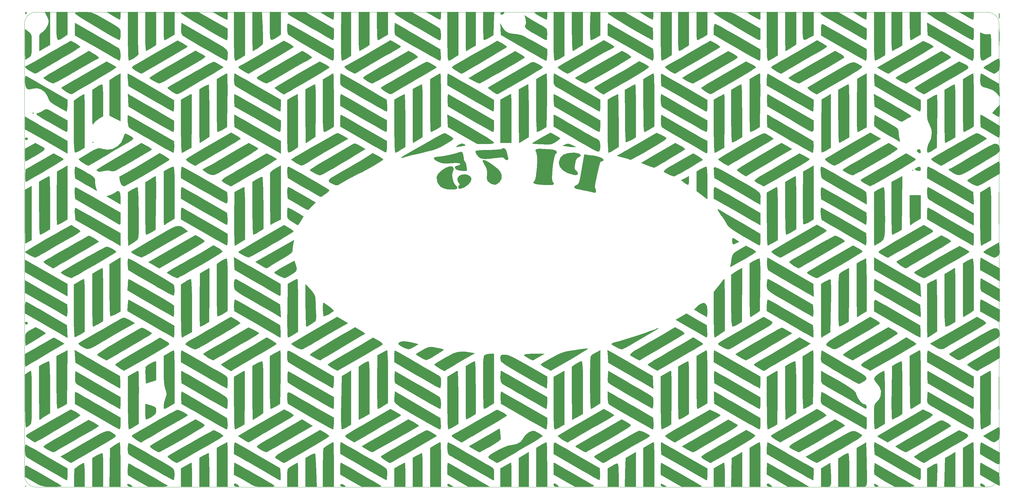
<source format=gbr>
%TF.GenerationSoftware,KiCad,Pcbnew,(5.1.10)-1*%
%TF.CreationDate,2021-06-02T05:43:55-04:00*%
%TF.ProjectId,pi75-plate-back,70693735-2d70-46c6-9174-652d6261636b,rev?*%
%TF.SameCoordinates,Original*%
%TF.FileFunction,Legend,Bot*%
%TF.FilePolarity,Positive*%
%FSLAX46Y46*%
G04 Gerber Fmt 4.6, Leading zero omitted, Abs format (unit mm)*
G04 Created by KiCad (PCBNEW (5.1.10)-1) date 2021-06-02 05:43:55*
%MOMM*%
%LPD*%
G01*
G04 APERTURE LIST*
%TA.AperFunction,Profile*%
%ADD10C,0.050000*%
%TD*%
%ADD11C,0.010000*%
G04 APERTURE END LIST*
D10*
X297815000Y-5600700D02*
X-12065000Y-5600700D01*
X297815000Y-5600700D02*
G75*
G02*
X301625000Y-9410700I0J-3810000D01*
G01*
X301625000Y-156730700D02*
G75*
G02*
X297815000Y-160540700I-3810000J0D01*
G01*
X-12065000Y-160540700D02*
G75*
G02*
X-15875000Y-156730700I0J3810000D01*
G01*
X297815000Y-160540700D02*
X-12065000Y-160540700D01*
X-15875000Y-9410700D02*
X-15875000Y-156730700D01*
X-15875000Y-9410700D02*
G75*
G02*
X-12065000Y-5600700I3810000J0D01*
G01*
X301625000Y-9410700D02*
X301625000Y-156730700D01*
D11*
%TO.C,G\u002A\u002A\u002A*%
G36*
X-15682843Y-5776352D02*
G01*
X-15697200Y-5873044D01*
X-15576837Y-6216650D01*
X-15541630Y-6225822D01*
X-15240440Y-5978618D01*
X-15168033Y-5873044D01*
X-15196003Y-5547965D01*
X-15323602Y-5520267D01*
X-15682843Y-5776352D01*
G37*
X-15682843Y-5776352D02*
X-15697200Y-5873044D01*
X-15576837Y-6216650D01*
X-15541630Y-6225822D01*
X-15240440Y-5978618D01*
X-15168033Y-5873044D01*
X-15196003Y-5547965D01*
X-15323602Y-5520267D01*
X-15682843Y-5776352D01*
G36*
X139324561Y-5652134D02*
G01*
X139172245Y-5852224D01*
X139401933Y-6327911D01*
X139909029Y-6312401D01*
X140233802Y-6045549D01*
X140456959Y-5642976D01*
X140086979Y-5523017D01*
X139920996Y-5520267D01*
X139324561Y-5652134D01*
G37*
X139324561Y-5652134D02*
X139172245Y-5852224D01*
X139401933Y-6327911D01*
X139909029Y-6312401D01*
X140233802Y-6045549D01*
X140456959Y-5642976D01*
X140086979Y-5523017D01*
X139920996Y-5520267D01*
X139324561Y-5652134D01*
G36*
X13142384Y-5521173D02*
G01*
X10937523Y-5522080D01*
X12983662Y-6755896D01*
X14034576Y-7376517D01*
X14826287Y-7819625D01*
X15188108Y-7989707D01*
X15188523Y-7989711D01*
X15293501Y-7679127D01*
X15345899Y-6915577D01*
X15347245Y-6754989D01*
X15347245Y-5520267D01*
X13142384Y-5521173D01*
G37*
X13142384Y-5521173D02*
X10937523Y-5522080D01*
X12983662Y-6755896D01*
X14034576Y-7376517D01*
X14826287Y-7819625D01*
X15188108Y-7989707D01*
X15188523Y-7989711D01*
X15293501Y-7679127D01*
X15345899Y-6915577D01*
X15347245Y-6754989D01*
X15347245Y-5520267D01*
X13142384Y-5521173D01*
G36*
X47890995Y-5524304D02*
G01*
X45509745Y-5528342D01*
X47720681Y-6759027D01*
X48827180Y-7362674D01*
X49673731Y-7801580D01*
X50091077Y-7988269D01*
X50101931Y-7989711D01*
X50214573Y-7679145D01*
X50270799Y-6915633D01*
X50272245Y-6754989D01*
X50272245Y-5520267D01*
X47890995Y-5524304D01*
G37*
X47890995Y-5524304D02*
X45509745Y-5528342D01*
X47720681Y-6759027D01*
X48827180Y-7362674D01*
X49673731Y-7801580D01*
X50091077Y-7988269D01*
X50101931Y-7989711D01*
X50214573Y-7679145D01*
X50270799Y-6915633D01*
X50272245Y-6754989D01*
X50272245Y-5520267D01*
X47890995Y-5524304D01*
G36*
X81563843Y-5540485D02*
G01*
X80833496Y-5593220D01*
X80640532Y-5659222D01*
X81033692Y-5926633D01*
X81810841Y-6398578D01*
X82768488Y-6957762D01*
X83703145Y-7486889D01*
X84411320Y-7868665D01*
X84683603Y-7989711D01*
X84789997Y-7679131D01*
X84843103Y-6915588D01*
X84844467Y-6754989D01*
X84844467Y-5520267D01*
X82669004Y-5520267D01*
X81563843Y-5540485D01*
G37*
X81563843Y-5540485D02*
X80833496Y-5593220D01*
X80640532Y-5659222D01*
X81033692Y-5926633D01*
X81810841Y-6398578D01*
X82768488Y-6957762D01*
X83703145Y-7486889D01*
X84411320Y-7868665D01*
X84683603Y-7989711D01*
X84789997Y-7679131D01*
X84843103Y-6915588D01*
X84844467Y-6754989D01*
X84844467Y-5520267D01*
X82669004Y-5520267D01*
X81563843Y-5540485D01*
G36*
X115006967Y-5529095D02*
G01*
X117123634Y-6748723D01*
X118217770Y-7360040D01*
X119070493Y-7801176D01*
X119501115Y-7978775D01*
X119504884Y-7979030D01*
X119679693Y-7676267D01*
X119767155Y-6917874D01*
X119769467Y-6754989D01*
X119769467Y-5520267D01*
X115006967Y-5529095D01*
G37*
X115006967Y-5529095D02*
X117123634Y-6748723D01*
X118217770Y-7360040D01*
X119070493Y-7801176D01*
X119501115Y-7978775D01*
X119504884Y-7979030D01*
X119679693Y-7676267D01*
X119767155Y-6917874D01*
X119769467Y-6754989D01*
X119769467Y-5520267D01*
X115006967Y-5529095D01*
G36*
X151108469Y-5541883D02*
G01*
X150341472Y-5598067D01*
X150108356Y-5662980D01*
X150386689Y-5889800D01*
X151088972Y-6333430D01*
X152016130Y-6879548D01*
X152969090Y-7413829D01*
X153748776Y-7821951D01*
X154156115Y-7989590D01*
X154159956Y-7989711D01*
X154280148Y-7679164D01*
X154340146Y-6915692D01*
X154341689Y-6754989D01*
X154341689Y-5520267D01*
X152225023Y-5520267D01*
X151108469Y-5541883D01*
G37*
X151108469Y-5541883D02*
X150341472Y-5598067D01*
X150108356Y-5662980D01*
X150386689Y-5889800D01*
X151088972Y-6333430D01*
X152016130Y-6879548D01*
X152969090Y-7413829D01*
X153748776Y-7821951D01*
X154156115Y-7989590D01*
X154159956Y-7989711D01*
X154280148Y-7679164D01*
X154340146Y-6915692D01*
X154341689Y-6754989D01*
X154341689Y-5520267D01*
X152225023Y-5520267D01*
X151108469Y-5541883D01*
G36*
X186709051Y-5521173D02*
G01*
X184504189Y-5522080D01*
X186550329Y-6755896D01*
X187601242Y-7376517D01*
X188392953Y-7819625D01*
X188754774Y-7989707D01*
X188755190Y-7989711D01*
X188860168Y-7679127D01*
X188912565Y-6915577D01*
X188913912Y-6754989D01*
X188913912Y-5520267D01*
X186709051Y-5521173D01*
G37*
X186709051Y-5521173D02*
X184504189Y-5522080D01*
X186550329Y-6755896D01*
X187601242Y-7376517D01*
X188392953Y-7819625D01*
X188754774Y-7989707D01*
X188755190Y-7989711D01*
X188860168Y-7679127D01*
X188912565Y-6915577D01*
X188913912Y-6754989D01*
X188913912Y-5520267D01*
X186709051Y-5521173D01*
G36*
X220605691Y-5541883D02*
G01*
X219838694Y-5598067D01*
X219605578Y-5662980D01*
X219883911Y-5889800D01*
X220586194Y-6333430D01*
X221513353Y-6879548D01*
X222466312Y-7413829D01*
X223245998Y-7821951D01*
X223653337Y-7989590D01*
X223657179Y-7989711D01*
X223777370Y-7679164D01*
X223837368Y-6915692D01*
X223838912Y-6754989D01*
X223838912Y-5520267D01*
X221722245Y-5520267D01*
X220605691Y-5541883D01*
G37*
X220605691Y-5541883D02*
X219838694Y-5598067D01*
X219605578Y-5662980D01*
X219883911Y-5889800D01*
X220586194Y-6333430D01*
X221513353Y-6879548D01*
X222466312Y-7413829D01*
X223245998Y-7821951D01*
X223653337Y-7989590D01*
X223657179Y-7989711D01*
X223777370Y-7679164D01*
X223837368Y-6915692D01*
X223838912Y-6754989D01*
X223838912Y-5520267D01*
X221722245Y-5520267D01*
X220605691Y-5541883D01*
G36*
X256206273Y-5521173D02*
G01*
X254001412Y-5522080D01*
X256047551Y-6755896D01*
X257098465Y-7376517D01*
X257890176Y-7819625D01*
X258251996Y-7989707D01*
X258252412Y-7989711D01*
X258357390Y-7679127D01*
X258409788Y-6915577D01*
X258411134Y-6754989D01*
X258411134Y-5520267D01*
X256206273Y-5521173D01*
G37*
X256206273Y-5521173D02*
X254001412Y-5522080D01*
X256047551Y-6755896D01*
X257098465Y-7376517D01*
X257890176Y-7819625D01*
X258251996Y-7989707D01*
X258252412Y-7989711D01*
X258357390Y-7679127D01*
X258409788Y-6915577D01*
X258411134Y-6754989D01*
X258411134Y-5520267D01*
X256206273Y-5521173D01*
G36*
X288573634Y-5529095D02*
G01*
X290690300Y-6748723D01*
X291784437Y-7360040D01*
X292637159Y-7801176D01*
X293067782Y-7978775D01*
X293071550Y-7979030D01*
X293246359Y-7676267D01*
X293333822Y-6917874D01*
X293336134Y-6754989D01*
X293336134Y-5520267D01*
X288573634Y-5529095D01*
G37*
X288573634Y-5529095D02*
X290690300Y-6748723D01*
X291784437Y-7360040D01*
X292637159Y-7801176D01*
X293067782Y-7978775D01*
X293071550Y-7979030D01*
X293246359Y-7676267D01*
X293333822Y-6917874D01*
X293336134Y-6754989D01*
X293336134Y-5520267D01*
X288573634Y-5529095D01*
G36*
X301553295Y-6141741D02*
G01*
X301496497Y-7060950D01*
X301560414Y-7552852D01*
X301655772Y-7635317D01*
X301709279Y-7128708D01*
X301713836Y-6754989D01*
X301679102Y-6071805D01*
X301599424Y-5968155D01*
X301553295Y-6141741D01*
G37*
X301553295Y-6141741D02*
X301496497Y-7060950D01*
X301560414Y-7552852D01*
X301655772Y-7635317D01*
X301709279Y-7128708D01*
X301713836Y-6754989D01*
X301679102Y-6071805D01*
X301599424Y-5968155D01*
X301553295Y-6141741D01*
G36*
X-5466644Y-10106378D02*
G01*
X-5458138Y-12092840D01*
X-5402014Y-13450331D01*
X-5252369Y-14255434D01*
X-4963296Y-14584730D01*
X-4488889Y-14514803D01*
X-3783243Y-14122234D01*
X-3261783Y-13784652D01*
X-1938866Y-12918328D01*
X-1938866Y-5520267D01*
X-5466644Y-5520267D01*
X-5466644Y-10106378D01*
G37*
X-5466644Y-10106378D02*
X-5458138Y-12092840D01*
X-5402014Y-13450331D01*
X-5252369Y-14255434D01*
X-4963296Y-14584730D01*
X-4488889Y-14514803D01*
X-3783243Y-14122234D01*
X-3261783Y-13784652D01*
X-1938866Y-12918328D01*
X-1938866Y-5520267D01*
X-5466644Y-5520267D01*
X-5466644Y-10106378D01*
G36*
X1760166Y-5559870D02*
G01*
X881352Y-5683748D01*
X552115Y-5906068D01*
X545438Y-5961239D01*
X837500Y-6217068D01*
X1639299Y-6762387D01*
X2848413Y-7535869D01*
X4362423Y-8476184D01*
X6078908Y-9522005D01*
X7895447Y-10612005D01*
X9709621Y-11684855D01*
X11419009Y-12679226D01*
X12921190Y-13533793D01*
X14113746Y-14187225D01*
X14894254Y-14578196D01*
X15028809Y-14633692D01*
X15204354Y-14384128D01*
X15320009Y-13616965D01*
X15347245Y-12866469D01*
X15355854Y-12165901D01*
X15327372Y-11633907D01*
X15180334Y-11194244D01*
X14833276Y-10770667D01*
X14204733Y-10286934D01*
X13213242Y-9666802D01*
X11777336Y-8834025D01*
X9879189Y-7748853D01*
X8264151Y-6830763D01*
X7089858Y-6207941D01*
X6185933Y-5823035D01*
X5382005Y-5618690D01*
X4507698Y-5537551D01*
X3392637Y-5522266D01*
X3264606Y-5522154D01*
X1760166Y-5559870D01*
G37*
X1760166Y-5559870D02*
X881352Y-5683748D01*
X552115Y-5906068D01*
X545438Y-5961239D01*
X837500Y-6217068D01*
X1639299Y-6762387D01*
X2848413Y-7535869D01*
X4362423Y-8476184D01*
X6078908Y-9522005D01*
X7895447Y-10612005D01*
X9709621Y-11684855D01*
X11419009Y-12679226D01*
X12921190Y-13533793D01*
X14113746Y-14187225D01*
X14894254Y-14578196D01*
X15028809Y-14633692D01*
X15204354Y-14384128D01*
X15320009Y-13616965D01*
X15347245Y-12866469D01*
X15355854Y-12165901D01*
X15327372Y-11633907D01*
X15180334Y-11194244D01*
X14833276Y-10770667D01*
X14204733Y-10286934D01*
X13213242Y-9666802D01*
X11777336Y-8834025D01*
X9879189Y-7748853D01*
X8264151Y-6830763D01*
X7089858Y-6207941D01*
X6185933Y-5823035D01*
X5382005Y-5618690D01*
X4507698Y-5537551D01*
X3392637Y-5522266D01*
X3264606Y-5522154D01*
X1760166Y-5559870D01*
G36*
X29458356Y-10106378D02*
G01*
X29477435Y-11810865D01*
X29529640Y-13226110D01*
X29607422Y-14221660D01*
X29703233Y-14667061D01*
X29722939Y-14678723D01*
X30156008Y-14502125D01*
X30963844Y-14067648D01*
X31486828Y-13760957D01*
X32986134Y-12856957D01*
X32986134Y-5520267D01*
X29458356Y-5520267D01*
X29458356Y-10106378D01*
G37*
X29458356Y-10106378D02*
X29477435Y-11810865D01*
X29529640Y-13226110D01*
X29607422Y-14221660D01*
X29703233Y-14667061D01*
X29722939Y-14678723D01*
X30156008Y-14502125D01*
X30963844Y-14067648D01*
X31486828Y-13760957D01*
X32986134Y-12856957D01*
X32986134Y-5520267D01*
X29458356Y-5520267D01*
X29458356Y-10106378D01*
G36*
X36576581Y-5555935D02*
G01*
X35604291Y-5650602D01*
X35125619Y-5785757D01*
X35102801Y-5824785D01*
X35393031Y-6092116D01*
X36195975Y-6646125D01*
X37410011Y-7426500D01*
X38933516Y-8372929D01*
X40664869Y-9425103D01*
X42502447Y-10522709D01*
X44344629Y-11605436D01*
X46089792Y-12612975D01*
X47636315Y-13485013D01*
X48882576Y-14161239D01*
X49726952Y-14581343D01*
X50044564Y-14692489D01*
X50171189Y-14373985D01*
X50253854Y-13555058D01*
X50272245Y-12819695D01*
X50272245Y-10946901D01*
X40645303Y-5520267D01*
X37874052Y-5520267D01*
X36576581Y-5555935D01*
G37*
X36576581Y-5555935D02*
X35604291Y-5650602D01*
X35125619Y-5785757D01*
X35102801Y-5824785D01*
X35393031Y-6092116D01*
X36195975Y-6646125D01*
X37410011Y-7426500D01*
X38933516Y-8372929D01*
X40664869Y-9425103D01*
X42502447Y-10522709D01*
X44344629Y-11605436D01*
X46089792Y-12612975D01*
X47636315Y-13485013D01*
X48882576Y-14161239D01*
X49726952Y-14581343D01*
X50044564Y-14692489D01*
X50171189Y-14373985D01*
X50253854Y-13555058D01*
X50272245Y-12819695D01*
X50272245Y-10946901D01*
X40645303Y-5520267D01*
X37874052Y-5520267D01*
X36576581Y-5555935D01*
G36*
X64030578Y-10106378D02*
G01*
X64039085Y-12092840D01*
X64095208Y-13450331D01*
X64244853Y-14255434D01*
X64533926Y-14584730D01*
X65008333Y-14514803D01*
X65713979Y-14122234D01*
X66235439Y-13784652D01*
X67558356Y-12918328D01*
X67558356Y-5520267D01*
X64030578Y-5520267D01*
X64030578Y-10106378D01*
G37*
X64030578Y-10106378D02*
X64039085Y-12092840D01*
X64095208Y-13450331D01*
X64244853Y-14255434D01*
X64533926Y-14584730D01*
X65008333Y-14514803D01*
X65713979Y-14122234D01*
X66235439Y-13784652D01*
X67558356Y-12918328D01*
X67558356Y-5520267D01*
X64030578Y-5520267D01*
X64030578Y-10106378D01*
G36*
X71024976Y-5562941D02*
G01*
X70127033Y-5714284D01*
X69904093Y-6009272D01*
X70342811Y-6482882D01*
X71429839Y-7170093D01*
X71884347Y-7425332D01*
X72815429Y-7949391D01*
X74207651Y-8745639D01*
X75913625Y-9729195D01*
X77785962Y-10815173D01*
X79079267Y-11569004D01*
X80824413Y-12581761D01*
X82355123Y-13457507D01*
X83569266Y-14138830D01*
X84364710Y-14568316D01*
X84635517Y-14692489D01*
X84751624Y-14373932D01*
X84827491Y-13554714D01*
X84844467Y-12815778D01*
X84844467Y-10939068D01*
X80184920Y-8229667D01*
X75525373Y-5520267D01*
X72611270Y-5520267D01*
X71024976Y-5562941D01*
G37*
X71024976Y-5562941D02*
X70127033Y-5714284D01*
X69904093Y-6009272D01*
X70342811Y-6482882D01*
X71429839Y-7170093D01*
X71884347Y-7425332D01*
X72815429Y-7949391D01*
X74207651Y-8745639D01*
X75913625Y-9729195D01*
X77785962Y-10815173D01*
X79079267Y-11569004D01*
X80824413Y-12581761D01*
X82355123Y-13457507D01*
X83569266Y-14138830D01*
X84364710Y-14568316D01*
X84635517Y-14692489D01*
X84751624Y-14373932D01*
X84827491Y-13554714D01*
X84844467Y-12815778D01*
X84844467Y-10939068D01*
X80184920Y-8229667D01*
X75525373Y-5520267D01*
X72611270Y-5520267D01*
X71024976Y-5562941D01*
G36*
X98955578Y-10106378D02*
G01*
X98974657Y-11810865D01*
X99026863Y-13226110D01*
X99104645Y-14221660D01*
X99200455Y-14667061D01*
X99220162Y-14678723D01*
X99653230Y-14502125D01*
X100461066Y-14067648D01*
X100984050Y-13760957D01*
X102483356Y-12856957D01*
X102483356Y-5520267D01*
X98955578Y-5520267D01*
X98955578Y-10106378D01*
G37*
X98955578Y-10106378D02*
X98974657Y-11810865D01*
X99026863Y-13226110D01*
X99104645Y-14221660D01*
X99200455Y-14667061D01*
X99220162Y-14678723D01*
X99653230Y-14502125D01*
X100461066Y-14067648D01*
X100984050Y-13760957D01*
X102483356Y-12856957D01*
X102483356Y-5520267D01*
X98955578Y-5520267D01*
X98955578Y-10106378D01*
G36*
X105883908Y-5550895D02*
G01*
X105022191Y-5652542D01*
X104686098Y-5839847D01*
X104684315Y-5961239D01*
X105028427Y-6289944D01*
X105872404Y-6884508D01*
X107099354Y-7668117D01*
X108592389Y-8563957D01*
X109035240Y-8820443D01*
X110921037Y-9907331D01*
X112909937Y-11058848D01*
X114760156Y-12134726D01*
X116180396Y-12965582D01*
X117475592Y-13708312D01*
X118552225Y-14290920D01*
X119260673Y-14634223D01*
X119443590Y-14692489D01*
X119631464Y-14375618D01*
X119749222Y-13567387D01*
X119769467Y-12971796D01*
X119684523Y-11888963D01*
X119468836Y-11092092D01*
X119328495Y-10886160D01*
X118874399Y-10585080D01*
X117931094Y-10009538D01*
X116622755Y-9233736D01*
X115073560Y-8331878D01*
X114533236Y-8020742D01*
X110178948Y-5520267D01*
X107360087Y-5520267D01*
X105883908Y-5550895D01*
G37*
X105883908Y-5550895D02*
X105022191Y-5652542D01*
X104686098Y-5839847D01*
X104684315Y-5961239D01*
X105028427Y-6289944D01*
X105872404Y-6884508D01*
X107099354Y-7668117D01*
X108592389Y-8563957D01*
X109035240Y-8820443D01*
X110921037Y-9907331D01*
X112909937Y-11058848D01*
X114760156Y-12134726D01*
X116180396Y-12965582D01*
X117475592Y-13708312D01*
X118552225Y-14290920D01*
X119260673Y-14634223D01*
X119443590Y-14692489D01*
X119631464Y-14375618D01*
X119749222Y-13567387D01*
X119769467Y-12971796D01*
X119684523Y-11888963D01*
X119468836Y-11092092D01*
X119328495Y-10886160D01*
X118874399Y-10585080D01*
X117931094Y-10009538D01*
X116622755Y-9233736D01*
X115073560Y-8331878D01*
X114533236Y-8020742D01*
X110178948Y-5520267D01*
X107360087Y-5520267D01*
X105883908Y-5550895D01*
G36*
X133527800Y-10106378D02*
G01*
X133546887Y-11811744D01*
X133599110Y-13228729D01*
X133676918Y-14226577D01*
X133772756Y-14674531D01*
X133792384Y-14686685D01*
X134234586Y-14522767D01*
X135045604Y-14115292D01*
X135468078Y-13882535D01*
X136879189Y-13084189D01*
X136979319Y-9302228D01*
X137079448Y-5520267D01*
X133527800Y-5520267D01*
X133527800Y-10106378D01*
G37*
X133527800Y-10106378D02*
X133546887Y-11811744D01*
X133599110Y-13228729D01*
X133676918Y-14226577D01*
X133772756Y-14674531D01*
X133792384Y-14686685D01*
X134234586Y-14522767D01*
X135045604Y-14115292D01*
X135468078Y-13882535D01*
X136879189Y-13084189D01*
X136979319Y-9302228D01*
X137079448Y-5520267D01*
X133527800Y-5520267D01*
X133527800Y-10106378D01*
G36*
X147353614Y-7678867D02*
G01*
X147501904Y-9109550D01*
X147354104Y-9710259D01*
X147221217Y-10159161D01*
X147249461Y-10522195D01*
X147533226Y-10890019D01*
X148166903Y-11353289D01*
X149244881Y-12002661D01*
X150476215Y-12708870D01*
X151875525Y-13498184D01*
X153041587Y-14138560D01*
X153843957Y-14559506D01*
X154146921Y-14692489D01*
X154255184Y-14373933D01*
X154325901Y-13554776D01*
X154341689Y-12817172D01*
X154312394Y-11711878D01*
X154129193Y-11053916D01*
X153649110Y-10585147D01*
X152842384Y-10110192D01*
X151734074Y-9480030D01*
X150349285Y-8671845D01*
X149171187Y-7970499D01*
X146999295Y-6662468D01*
X147353614Y-7678867D01*
G37*
X147353614Y-7678867D02*
X147501904Y-9109550D01*
X147354104Y-9710259D01*
X147221217Y-10159161D01*
X147249461Y-10522195D01*
X147533226Y-10890019D01*
X148166903Y-11353289D01*
X149244881Y-12002661D01*
X150476215Y-12708870D01*
X151875525Y-13498184D01*
X153041587Y-14138560D01*
X153843957Y-14559506D01*
X154146921Y-14692489D01*
X154255184Y-14373933D01*
X154325901Y-13554776D01*
X154341689Y-12817172D01*
X154312394Y-11711878D01*
X154129193Y-11053916D01*
X153649110Y-10585147D01*
X152842384Y-10110192D01*
X151734074Y-9480030D01*
X150349285Y-8671845D01*
X149171187Y-7970499D01*
X146999295Y-6662468D01*
X147353614Y-7678867D01*
G36*
X168384218Y-10106995D02*
G01*
X168362793Y-12137231D01*
X168404498Y-13607094D01*
X168506591Y-14465438D01*
X168629189Y-14677490D01*
X169130295Y-14500385D01*
X169964841Y-14075671D01*
X170301430Y-13883122D01*
X171620892Y-13104989D01*
X171624346Y-9312628D01*
X171627801Y-5520267D01*
X168492025Y-5520267D01*
X168384218Y-10106995D01*
G37*
X168384218Y-10106995D02*
X168362793Y-12137231D01*
X168404498Y-13607094D01*
X168506591Y-14465438D01*
X168629189Y-14677490D01*
X169130295Y-14500385D01*
X169964841Y-14075671D01*
X170301430Y-13883122D01*
X171620892Y-13104989D01*
X171624346Y-9312628D01*
X171627801Y-5520267D01*
X168492025Y-5520267D01*
X168384218Y-10106995D01*
G36*
X175342517Y-5551938D02*
G01*
X174497577Y-5656390D01*
X174178321Y-5848837D01*
X174180202Y-5961239D01*
X174510580Y-6252127D01*
X175351139Y-6829477D01*
X176598503Y-7631380D01*
X178149302Y-8595927D01*
X179900162Y-9661207D01*
X181747711Y-10765313D01*
X183588576Y-11846333D01*
X185319384Y-12842361D01*
X186836762Y-13691485D01*
X188037338Y-14331797D01*
X188667996Y-14637894D01*
X188802897Y-14390622D01*
X188862382Y-13620881D01*
X188844385Y-12751538D01*
X188737523Y-10739346D01*
X179565301Y-5520860D01*
X176801875Y-5520563D01*
X175342517Y-5551938D01*
G37*
X175342517Y-5551938D02*
X174497577Y-5656390D01*
X174178321Y-5848837D01*
X174180202Y-5961239D01*
X174510580Y-6252127D01*
X175351139Y-6829477D01*
X176598503Y-7631380D01*
X178149302Y-8595927D01*
X179900162Y-9661207D01*
X181747711Y-10765313D01*
X183588576Y-11846333D01*
X185319384Y-12842361D01*
X186836762Y-13691485D01*
X188037338Y-14331797D01*
X188667996Y-14637894D01*
X188802897Y-14390622D01*
X188862382Y-13620881D01*
X188844385Y-12751538D01*
X188737523Y-10739346D01*
X179565301Y-5520860D01*
X176801875Y-5520563D01*
X175342517Y-5551938D01*
G36*
X203025023Y-10106378D02*
G01*
X203044111Y-11812017D01*
X203096340Y-13229541D01*
X203174156Y-14228100D01*
X203270003Y-14676845D01*
X203289606Y-14689151D01*
X203722991Y-14519455D01*
X204531396Y-14090960D01*
X205053495Y-13787212D01*
X206552800Y-12888609D01*
X206552800Y-5520267D01*
X203025023Y-5520267D01*
X203025023Y-10106378D01*
G37*
X203025023Y-10106378D02*
X203044111Y-11812017D01*
X203096340Y-13229541D01*
X203174156Y-14228100D01*
X203270003Y-14676845D01*
X203289606Y-14689151D01*
X203722991Y-14519455D01*
X204531396Y-14090960D01*
X205053495Y-13787212D01*
X206552800Y-12888609D01*
X206552800Y-5520267D01*
X203025023Y-5520267D01*
X203025023Y-10106378D01*
G36*
X210246926Y-5557117D02*
G01*
X209235065Y-5654049D01*
X208708658Y-5793338D01*
X208669467Y-5846724D01*
X208958464Y-6089220D01*
X209757543Y-6622185D01*
X210964839Y-7384911D01*
X212478483Y-8316685D01*
X214196610Y-9356800D01*
X216017352Y-10444545D01*
X217838844Y-11519210D01*
X219559219Y-12520086D01*
X221076609Y-13386463D01*
X222289148Y-14057631D01*
X223094969Y-14472879D01*
X223276667Y-14552222D01*
X223602964Y-14570640D01*
X223773988Y-14212548D01*
X223835085Y-13340339D01*
X223838912Y-12846021D01*
X223838912Y-10924066D01*
X221986828Y-9918102D01*
X220802234Y-9256006D01*
X219291690Y-8385905D01*
X217731443Y-7467439D01*
X217312523Y-7216876D01*
X215959585Y-6420429D01*
X214969896Y-5923001D01*
X214105574Y-5654220D01*
X213128739Y-5543710D01*
X211801509Y-5521097D01*
X211579884Y-5520941D01*
X210246926Y-5557117D01*
G37*
X210246926Y-5557117D02*
X209235065Y-5654049D01*
X208708658Y-5793338D01*
X208669467Y-5846724D01*
X208958464Y-6089220D01*
X209757543Y-6622185D01*
X210964839Y-7384911D01*
X212478483Y-8316685D01*
X214196610Y-9356800D01*
X216017352Y-10444545D01*
X217838844Y-11519210D01*
X219559219Y-12520086D01*
X221076609Y-13386463D01*
X222289148Y-14057631D01*
X223094969Y-14472879D01*
X223276667Y-14552222D01*
X223602964Y-14570640D01*
X223773988Y-14212548D01*
X223835085Y-13340339D01*
X223838912Y-12846021D01*
X223838912Y-10924066D01*
X221986828Y-9918102D01*
X220802234Y-9256006D01*
X219291690Y-8385905D01*
X217731443Y-7467439D01*
X217312523Y-7216876D01*
X215959585Y-6420429D01*
X214969896Y-5923001D01*
X214105574Y-5654220D01*
X213128739Y-5543710D01*
X211801509Y-5521097D01*
X211579884Y-5520941D01*
X210246926Y-5557117D01*
G36*
X237597245Y-10106378D02*
G01*
X237603631Y-12073643D01*
X237654571Y-13416563D01*
X237797736Y-14216340D01*
X238080798Y-14554177D01*
X238551428Y-14511277D01*
X239257298Y-14168843D01*
X239801153Y-13860479D01*
X241123116Y-13104989D01*
X241124070Y-9312628D01*
X241125023Y-5520267D01*
X237597245Y-5520267D01*
X237597245Y-10106378D01*
G37*
X237597245Y-10106378D02*
X237603631Y-12073643D01*
X237654571Y-13416563D01*
X237797736Y-14216340D01*
X238080798Y-14554177D01*
X238551428Y-14511277D01*
X239257298Y-14168843D01*
X239801153Y-13860479D01*
X241123116Y-13104989D01*
X241124070Y-9312628D01*
X241125023Y-5520267D01*
X237597245Y-5520267D01*
X237597245Y-10106378D01*
G36*
X244683100Y-5548277D02*
G01*
X243801458Y-5642022D01*
X243442509Y-5816071D01*
X243438814Y-5961239D01*
X243800612Y-6299832D01*
X244652951Y-6889747D01*
X245866051Y-7646132D01*
X247220103Y-8433531D01*
X249146492Y-9525454D01*
X251339690Y-10779196D01*
X253458184Y-11999152D01*
X254457155Y-12578670D01*
X255881377Y-13400408D01*
X257071514Y-14073043D01*
X257902647Y-14526945D01*
X258249517Y-14692489D01*
X258339327Y-14373895D01*
X258398008Y-13554591D01*
X258411134Y-12815778D01*
X258411134Y-10939068D01*
X253751587Y-8229667D01*
X249092040Y-5520267D01*
X246177936Y-5520267D01*
X244683100Y-5548277D01*
G37*
X244683100Y-5548277D02*
X243801458Y-5642022D01*
X243442509Y-5816071D01*
X243438814Y-5961239D01*
X243800612Y-6299832D01*
X244652951Y-6889747D01*
X245866051Y-7646132D01*
X247220103Y-8433531D01*
X249146492Y-9525454D01*
X251339690Y-10779196D01*
X253458184Y-11999152D01*
X254457155Y-12578670D01*
X255881377Y-13400408D01*
X257071514Y-14073043D01*
X257902647Y-14526945D01*
X258249517Y-14692489D01*
X258339327Y-14373895D01*
X258398008Y-13554591D01*
X258411134Y-12815778D01*
X258411134Y-10939068D01*
X253751587Y-8229667D01*
X249092040Y-5520267D01*
X246177936Y-5520267D01*
X244683100Y-5548277D01*
G36*
X272522245Y-10106378D02*
G01*
X272541324Y-11810865D01*
X272593529Y-13226110D01*
X272671311Y-14221660D01*
X272767122Y-14667061D01*
X272786828Y-14678723D01*
X273219897Y-14502125D01*
X274027733Y-14067648D01*
X274550717Y-13760957D01*
X276050023Y-12856957D01*
X276050023Y-5520267D01*
X272522245Y-5520267D01*
X272522245Y-10106378D01*
G37*
X272522245Y-10106378D02*
X272541324Y-11810865D01*
X272593529Y-13226110D01*
X272671311Y-14221660D01*
X272767122Y-14667061D01*
X272786828Y-14678723D01*
X273219897Y-14502125D01*
X274027733Y-14067648D01*
X274550717Y-13760957D01*
X276050023Y-12856957D01*
X276050023Y-5520267D01*
X272522245Y-5520267D01*
X272522245Y-10106378D01*
G36*
X279404205Y-5558563D02*
G01*
X278516356Y-5678168D01*
X278235614Y-5886158D01*
X278242796Y-5924976D01*
X278565776Y-6189847D01*
X279398850Y-6742556D01*
X280638834Y-7522089D01*
X282182544Y-8467431D01*
X283926796Y-9517568D01*
X285768407Y-10611485D01*
X287604191Y-11688167D01*
X289330965Y-12686601D01*
X290845544Y-13545771D01*
X292044746Y-14204663D01*
X292825385Y-14602262D01*
X293069875Y-14692489D01*
X293218246Y-14374107D01*
X293314905Y-13555840D01*
X293336134Y-12828475D01*
X293336134Y-10964461D01*
X288560547Y-8242364D01*
X283784961Y-5520267D01*
X280946427Y-5520267D01*
X279404205Y-5558563D01*
G37*
X279404205Y-5558563D02*
X278516356Y-5678168D01*
X278235614Y-5886158D01*
X278242796Y-5924976D01*
X278565776Y-6189847D01*
X279398850Y-6742556D01*
X280638834Y-7522089D01*
X282182544Y-8467431D01*
X283926796Y-9517568D01*
X285768407Y-10611485D01*
X287604191Y-11688167D01*
X289330965Y-12686601D01*
X290845544Y-13545771D01*
X292044746Y-14204663D01*
X292825385Y-14602262D01*
X293069875Y-14692489D01*
X293218246Y-14374107D01*
X293314905Y-13555840D01*
X293336134Y-12828475D01*
X293336134Y-10964461D01*
X288560547Y-8242364D01*
X283784961Y-5520267D01*
X280946427Y-5520267D01*
X279404205Y-5558563D01*
G36*
X-8536672Y-6979574D02*
G01*
X-8106701Y-7954920D01*
X-8004370Y-8687792D01*
X-8201842Y-9545181D01*
X-8316349Y-9884323D01*
X-9114371Y-11302835D01*
X-9950972Y-12040988D01*
X-10520998Y-12429285D01*
X-10859162Y-12830783D01*
X-11027208Y-13431019D01*
X-11086879Y-14415529D01*
X-11097499Y-15486239D01*
X-11093440Y-16772515D01*
X-11070485Y-17730731D01*
X-11033259Y-18192087D01*
X-11022894Y-18210151D01*
X-10694947Y-18044410D01*
X-9943390Y-17628159D01*
X-9260441Y-17240012D01*
X-7586183Y-16279989D01*
X-7583311Y-5520267D01*
X-9258680Y-5520267D01*
X-8536672Y-6979574D01*
G37*
X-8536672Y-6979574D02*
X-8106701Y-7954920D01*
X-8004370Y-8687792D01*
X-8201842Y-9545181D01*
X-8316349Y-9884323D01*
X-9114371Y-11302835D01*
X-9950972Y-12040988D01*
X-10520998Y-12429285D01*
X-10859162Y-12830783D01*
X-11027208Y-13431019D01*
X-11086879Y-14415529D01*
X-11097499Y-15486239D01*
X-11093440Y-16772515D01*
X-11070485Y-17730731D01*
X-11033259Y-18192087D01*
X-11022894Y-18210151D01*
X-10694947Y-18044410D01*
X-9943390Y-17628159D01*
X-9260441Y-17240012D01*
X-7586183Y-16279989D01*
X-7583311Y-5520267D01*
X-9258680Y-5520267D01*
X-8536672Y-6979574D01*
G36*
X23461134Y-11870267D02*
G01*
X23475046Y-13896395D01*
X23513696Y-15652179D01*
X23572452Y-17026942D01*
X23646682Y-17910005D01*
X23725717Y-18192951D01*
X24155507Y-18003711D01*
X24957437Y-17551537D01*
X25489606Y-17226794D01*
X26988912Y-16287952D01*
X26988912Y-5520267D01*
X23461134Y-5520267D01*
X23461134Y-11870267D01*
G37*
X23461134Y-11870267D02*
X23475046Y-13896395D01*
X23513696Y-15652179D01*
X23572452Y-17026942D01*
X23646682Y-17910005D01*
X23725717Y-18192951D01*
X24155507Y-18003711D01*
X24957437Y-17551537D01*
X25489606Y-17226794D01*
X26988912Y-16287952D01*
X26988912Y-5520267D01*
X23461134Y-5520267D01*
X23461134Y-11870267D01*
G36*
X58386134Y-11870267D02*
G01*
X58390775Y-13898494D01*
X58403669Y-15658335D01*
X58423269Y-17038547D01*
X58448030Y-17927885D01*
X58474328Y-18216929D01*
X58800101Y-18050469D01*
X59530463Y-17630530D01*
X60022835Y-17338242D01*
X60928115Y-16718005D01*
X61549445Y-16149018D01*
X61679994Y-15949917D01*
X61736842Y-15425125D01*
X61756885Y-14339408D01*
X61740521Y-12836416D01*
X61688151Y-11059796D01*
X61664781Y-10478604D01*
X61452721Y-5520267D01*
X58386134Y-5520267D01*
X58386134Y-11870267D01*
G37*
X58386134Y-11870267D02*
X58390775Y-13898494D01*
X58403669Y-15658335D01*
X58423269Y-17038547D01*
X58448030Y-17927885D01*
X58474328Y-18216929D01*
X58800101Y-18050469D01*
X59530463Y-17630530D01*
X60022835Y-17338242D01*
X60928115Y-16718005D01*
X61549445Y-16149018D01*
X61679994Y-15949917D01*
X61736842Y-15425125D01*
X61756885Y-14339408D01*
X61740521Y-12836416D01*
X61688151Y-11059796D01*
X61664781Y-10478604D01*
X61452721Y-5520267D01*
X58386134Y-5520267D01*
X58386134Y-11870267D01*
G36*
X92958356Y-11870267D02*
G01*
X92972269Y-13896395D01*
X93010918Y-15652179D01*
X93069674Y-17026942D01*
X93143904Y-17910005D01*
X93222939Y-18192951D01*
X93652729Y-18003711D01*
X94454659Y-17551537D01*
X94986828Y-17226794D01*
X96486134Y-16287952D01*
X96486134Y-5520267D01*
X92958356Y-5520267D01*
X92958356Y-11870267D01*
G37*
X92958356Y-11870267D02*
X92972269Y-13896395D01*
X93010918Y-15652179D01*
X93069674Y-17026942D01*
X93143904Y-17910005D01*
X93222939Y-18192951D01*
X93652729Y-18003711D01*
X94454659Y-17551537D01*
X94986828Y-17226794D01*
X96486134Y-16287952D01*
X96486134Y-5520267D01*
X92958356Y-5520267D01*
X92958356Y-11870267D01*
G36*
X127883356Y-11870267D02*
G01*
X127887998Y-13898494D01*
X127900891Y-15658335D01*
X127920492Y-17038547D01*
X127945252Y-17927885D01*
X127971550Y-18216929D01*
X128297097Y-18050304D01*
X129030265Y-17628786D01*
X129559050Y-17314989D01*
X131058356Y-16416387D01*
X131058356Y-5520267D01*
X127883356Y-5520267D01*
X127883356Y-11870267D01*
G37*
X127883356Y-11870267D02*
X127887998Y-13898494D01*
X127900891Y-15658335D01*
X127920492Y-17038547D01*
X127945252Y-17927885D01*
X127971550Y-18216929D01*
X128297097Y-18050304D01*
X129030265Y-17628786D01*
X129559050Y-17314989D01*
X131058356Y-16416387D01*
X131058356Y-5520267D01*
X127883356Y-5520267D01*
X127883356Y-11870267D01*
G36*
X162455578Y-11870267D02*
G01*
X162469491Y-13896395D01*
X162508141Y-15652179D01*
X162566896Y-17026942D01*
X162641126Y-17910005D01*
X162720162Y-18192951D01*
X163149952Y-18003711D01*
X163951882Y-17551537D01*
X164484050Y-17226794D01*
X165983356Y-16287952D01*
X165983356Y-5520267D01*
X162455578Y-5520267D01*
X162455578Y-11870267D01*
G37*
X162455578Y-11870267D02*
X162469491Y-13896395D01*
X162508141Y-15652179D01*
X162566896Y-17026942D01*
X162641126Y-17910005D01*
X162720162Y-18192951D01*
X163149952Y-18003711D01*
X163951882Y-17551537D01*
X164484050Y-17226794D01*
X165983356Y-16287952D01*
X165983356Y-5520267D01*
X162455578Y-5520267D01*
X162455578Y-11870267D01*
G36*
X197027801Y-11870267D02*
G01*
X197041719Y-13897560D01*
X197080386Y-15655622D01*
X197139166Y-17033460D01*
X197213425Y-17920079D01*
X197292384Y-18206501D01*
X197725452Y-18029903D01*
X198533289Y-17595426D01*
X199056273Y-17288734D01*
X200555578Y-16384734D01*
X200555578Y-5520267D01*
X197027801Y-5520267D01*
X197027801Y-11870267D01*
G37*
X197027801Y-11870267D02*
X197041719Y-13897560D01*
X197080386Y-15655622D01*
X197139166Y-17033460D01*
X197213425Y-17920079D01*
X197292384Y-18206501D01*
X197725452Y-18029903D01*
X198533289Y-17595426D01*
X199056273Y-17288734D01*
X200555578Y-16384734D01*
X200555578Y-5520267D01*
X197027801Y-5520267D01*
X197027801Y-11870267D01*
G36*
X231952800Y-11870267D02*
G01*
X231958449Y-13898779D01*
X231974141Y-15659180D01*
X231997994Y-17040150D01*
X232028128Y-17930366D01*
X232060122Y-18220267D01*
X232391273Y-18047532D01*
X233132856Y-17601956D01*
X233824011Y-17169703D01*
X235480578Y-16119139D01*
X235480578Y-5520267D01*
X231952800Y-5520267D01*
X231952800Y-11870267D01*
G37*
X231952800Y-11870267D02*
X231958449Y-13898779D01*
X231974141Y-15659180D01*
X231997994Y-17040150D01*
X232028128Y-17930366D01*
X232060122Y-18220267D01*
X232391273Y-18047532D01*
X233132856Y-17601956D01*
X233824011Y-17169703D01*
X235480578Y-16119139D01*
X235480578Y-5520267D01*
X231952800Y-5520267D01*
X231952800Y-11870267D01*
G36*
X266525023Y-11870267D02*
G01*
X266538931Y-13895709D01*
X266577571Y-15650154D01*
X266636313Y-17023109D01*
X266710526Y-17904081D01*
X266789606Y-18184979D01*
X267226321Y-17999868D01*
X268040713Y-17568443D01*
X268553495Y-17276603D01*
X270052801Y-16403514D01*
X270052801Y-5520267D01*
X266525023Y-5520267D01*
X266525023Y-11870267D01*
G37*
X266525023Y-11870267D02*
X266538931Y-13895709D01*
X266577571Y-15650154D01*
X266636313Y-17023109D01*
X266710526Y-17904081D01*
X266789606Y-18184979D01*
X267226321Y-17999868D01*
X268040713Y-17568443D01*
X268553495Y-17276603D01*
X270052801Y-16403514D01*
X270052801Y-5520267D01*
X266525023Y-5520267D01*
X266525023Y-11870267D01*
G36*
X301560139Y-11303291D02*
G01*
X301540864Y-11620355D01*
X301493489Y-13305077D01*
X301502126Y-15115124D01*
X301541986Y-16206466D01*
X301586234Y-16683700D01*
X301623428Y-16514215D01*
X301650530Y-15756835D01*
X301664502Y-14470385D01*
X301665732Y-13810544D01*
X301657307Y-12344990D01*
X301634883Y-11403226D01*
X301601485Y-11038309D01*
X301560139Y-11303291D01*
G37*
X301560139Y-11303291D02*
X301540864Y-11620355D01*
X301493489Y-13305077D01*
X301502126Y-15115124D01*
X301541986Y-16206466D01*
X301586234Y-16683700D01*
X301623428Y-16514215D01*
X301650530Y-15756835D01*
X301664502Y-14470385D01*
X301665732Y-13810544D01*
X301657307Y-12344990D01*
X301634883Y-11403226D01*
X301601485Y-11038309D01*
X301560139Y-11303291D01*
G36*
X-15697200Y-16093039D02*
G01*
X-15691296Y-17866754D01*
X-15675081Y-19354317D01*
X-15650795Y-20430731D01*
X-15620681Y-20970995D01*
X-15609005Y-21010236D01*
X-15279256Y-20825690D01*
X-14599812Y-20422125D01*
X-14551302Y-20392875D01*
X-14111888Y-20100522D01*
X-13830467Y-19763285D01*
X-13671814Y-19231038D01*
X-13600706Y-18353659D01*
X-13581919Y-16981022D01*
X-13581163Y-16258137D01*
X-13587697Y-14645653D01*
X-13633532Y-13581789D01*
X-13756984Y-12909611D01*
X-13996370Y-12472184D01*
X-14390006Y-12112573D01*
X-14638866Y-11926048D01*
X-15697200Y-11143588D01*
X-15697200Y-16093039D01*
G37*
X-15697200Y-16093039D02*
X-15691296Y-17866754D01*
X-15675081Y-19354317D01*
X-15650795Y-20430731D01*
X-15620681Y-20970995D01*
X-15609005Y-21010236D01*
X-15279256Y-20825690D01*
X-14599812Y-20422125D01*
X-14551302Y-20392875D01*
X-14111888Y-20100522D01*
X-13830467Y-19763285D01*
X-13671814Y-19231038D01*
X-13600706Y-18353659D01*
X-13581919Y-16981022D01*
X-13581163Y-16258137D01*
X-13587697Y-14645653D01*
X-13633532Y-13581789D01*
X-13756984Y-12909611D01*
X-13996370Y-12472184D01*
X-14390006Y-12112573D01*
X-14638866Y-11926048D01*
X-15697200Y-11143588D01*
X-15697200Y-16093039D01*
G36*
X542796Y-13104989D02*
G01*
X7614102Y-17161933D01*
X9643668Y-18323325D01*
X11474372Y-19365195D01*
X13015732Y-20236517D01*
X14177264Y-20886261D01*
X14868487Y-21263398D01*
X15016327Y-21336470D01*
X15198749Y-21086920D01*
X15318937Y-20319796D01*
X15347245Y-19569246D01*
X15276563Y-18321437D01*
X15032861Y-17594051D01*
X14726665Y-17296872D01*
X14248241Y-17012342D01*
X13256099Y-16432630D01*
X11848024Y-15614505D01*
X10121803Y-14614739D01*
X8175222Y-13490103D01*
X7318332Y-12995828D01*
X530578Y-9082343D01*
X542796Y-13104989D01*
G37*
X542796Y-13104989D02*
X7614102Y-17161933D01*
X9643668Y-18323325D01*
X11474372Y-19365195D01*
X13015732Y-20236517D01*
X14177264Y-20886261D01*
X14868487Y-21263398D01*
X15016327Y-21336470D01*
X15198749Y-21086920D01*
X15318937Y-20319796D01*
X15347245Y-19569246D01*
X15276563Y-18321437D01*
X15032861Y-17594051D01*
X14726665Y-17296872D01*
X14248241Y-17012342D01*
X13256099Y-16432630D01*
X11848024Y-15614505D01*
X10121803Y-14614739D01*
X8175222Y-13490103D01*
X7318332Y-12995828D01*
X530578Y-9082343D01*
X542796Y-13104989D01*
G36*
X17816689Y-13457766D02*
G01*
X17827894Y-15738849D01*
X17859296Y-17763354D01*
X17907577Y-19431771D01*
X17969419Y-20644590D01*
X18041502Y-21302300D01*
X18081273Y-21391929D01*
X18513462Y-21222164D01*
X19323972Y-20792561D01*
X19876232Y-20471461D01*
X20803805Y-19846117D01*
X21205827Y-19342514D01*
X21205622Y-18805320D01*
X21203966Y-18799104D01*
X21137701Y-18210100D01*
X21079960Y-17046401D01*
X21034612Y-15438853D01*
X21005526Y-13518300D01*
X20996506Y-11782072D01*
X20991689Y-5520267D01*
X17816689Y-5520267D01*
X17816689Y-13457766D01*
G37*
X17816689Y-13457766D02*
X17827894Y-15738849D01*
X17859296Y-17763354D01*
X17907577Y-19431771D01*
X17969419Y-20644590D01*
X18041502Y-21302300D01*
X18081273Y-21391929D01*
X18513462Y-21222164D01*
X19323972Y-20792561D01*
X19876232Y-20471461D01*
X20803805Y-19846117D01*
X21205827Y-19342514D01*
X21205622Y-18805320D01*
X21203966Y-18799104D01*
X21137701Y-18210100D01*
X21079960Y-17046401D01*
X21034612Y-15438853D01*
X21005526Y-13518300D01*
X20996506Y-11782072D01*
X20991689Y-5520267D01*
X17816689Y-5520267D01*
X17816689Y-13457766D01*
G36*
X35169056Y-10920325D02*
G01*
X35148211Y-12060846D01*
X35303912Y-12738365D01*
X35701995Y-13186698D01*
X35833879Y-13281378D01*
X36516667Y-13715626D01*
X37637865Y-14392958D01*
X39091519Y-15252554D01*
X40771674Y-16233596D01*
X42572377Y-17275265D01*
X44387673Y-18316742D01*
X46111608Y-19297207D01*
X47638227Y-20155842D01*
X48861575Y-20831827D01*
X49675700Y-21264345D01*
X49969296Y-21395266D01*
X50142470Y-21077994D01*
X50252122Y-20267159D01*
X50272245Y-19639510D01*
X50283874Y-19084984D01*
X50274875Y-18640573D01*
X50179416Y-18253458D01*
X49931665Y-17870822D01*
X49465793Y-17439845D01*
X48715966Y-16907708D01*
X47616355Y-16221593D01*
X46101129Y-15328681D01*
X44104455Y-14176153D01*
X41833032Y-12868425D01*
X35279189Y-9088438D01*
X35169056Y-10920325D01*
G37*
X35169056Y-10920325D02*
X35148211Y-12060846D01*
X35303912Y-12738365D01*
X35701995Y-13186698D01*
X35833879Y-13281378D01*
X36516667Y-13715626D01*
X37637865Y-14392958D01*
X39091519Y-15252554D01*
X40771674Y-16233596D01*
X42572377Y-17275265D01*
X44387673Y-18316742D01*
X46111608Y-19297207D01*
X47638227Y-20155842D01*
X48861575Y-20831827D01*
X49675700Y-21264345D01*
X49969296Y-21395266D01*
X50142470Y-21077994D01*
X50252122Y-20267159D01*
X50272245Y-19639510D01*
X50283874Y-19084984D01*
X50274875Y-18640573D01*
X50179416Y-18253458D01*
X49931665Y-17870822D01*
X49465793Y-17439845D01*
X48715966Y-16907708D01*
X47616355Y-16221593D01*
X46101129Y-15328681D01*
X44104455Y-14176153D01*
X41833032Y-12868425D01*
X35279189Y-9088438D01*
X35169056Y-10920325D01*
G36*
X52388912Y-13457766D02*
G01*
X52397754Y-16148294D01*
X52426781Y-18200713D01*
X52479736Y-19682281D01*
X52560368Y-20660253D01*
X52672421Y-21201886D01*
X52819643Y-21374436D01*
X52829884Y-21374511D01*
X53377351Y-21179856D01*
X54231912Y-20715016D01*
X54593773Y-20487430D01*
X55916689Y-19621105D01*
X55916689Y-5520267D01*
X52388912Y-5520267D01*
X52388912Y-13457766D01*
G37*
X52388912Y-13457766D02*
X52397754Y-16148294D01*
X52426781Y-18200713D01*
X52479736Y-19682281D01*
X52560368Y-20660253D01*
X52672421Y-21201886D01*
X52819643Y-21374436D01*
X52829884Y-21374511D01*
X53377351Y-21179856D01*
X54231912Y-20715016D01*
X54593773Y-20487430D01*
X55916689Y-19621105D01*
X55916689Y-5520267D01*
X52388912Y-5520267D01*
X52388912Y-13457766D01*
G36*
X69730166Y-9811771D02*
G01*
X69683834Y-10702627D01*
X69723426Y-11702120D01*
X69842453Y-12515275D01*
X69945008Y-12784810D01*
X70302650Y-13052644D01*
X71166415Y-13608502D01*
X72430215Y-14389680D01*
X73987963Y-15333476D01*
X75733572Y-16377188D01*
X77560956Y-17458113D01*
X79364027Y-18513547D01*
X81036698Y-19480790D01*
X82472883Y-20297137D01*
X83566494Y-20899887D01*
X84211444Y-21226336D01*
X84263847Y-21247948D01*
X84601126Y-21278699D01*
X84777016Y-20944311D01*
X84840010Y-20104605D01*
X84844467Y-19569522D01*
X84844467Y-17668292D01*
X77453630Y-13399468D01*
X75392104Y-12220855D01*
X73536102Y-11182831D01*
X71971189Y-10331364D01*
X70782928Y-9712425D01*
X70056883Y-9371983D01*
X69868908Y-9324529D01*
X69730166Y-9811771D01*
G37*
X69730166Y-9811771D02*
X69683834Y-10702627D01*
X69723426Y-11702120D01*
X69842453Y-12515275D01*
X69945008Y-12784810D01*
X70302650Y-13052644D01*
X71166415Y-13608502D01*
X72430215Y-14389680D01*
X73987963Y-15333476D01*
X75733572Y-16377188D01*
X77560956Y-17458113D01*
X79364027Y-18513547D01*
X81036698Y-19480790D01*
X82472883Y-20297137D01*
X83566494Y-20899887D01*
X84211444Y-21226336D01*
X84263847Y-21247948D01*
X84601126Y-21278699D01*
X84777016Y-20944311D01*
X84840010Y-20104605D01*
X84844467Y-19569522D01*
X84844467Y-17668292D01*
X77453630Y-13399468D01*
X75392104Y-12220855D01*
X73536102Y-11182831D01*
X71971189Y-10331364D01*
X70782928Y-9712425D01*
X70056883Y-9371983D01*
X69868908Y-9324529D01*
X69730166Y-9811771D01*
G36*
X87238598Y-13458074D02*
G01*
X87217776Y-16306968D01*
X87234845Y-18549063D01*
X87289005Y-20159213D01*
X87379459Y-21112273D01*
X87490301Y-21387471D01*
X87992665Y-21217403D01*
X88829881Y-20801052D01*
X89165995Y-20612267D01*
X90488912Y-19845474D01*
X90488912Y-5520267D01*
X87339672Y-5520267D01*
X87238598Y-13458074D01*
G37*
X87238598Y-13458074D02*
X87217776Y-16306968D01*
X87234845Y-18549063D01*
X87289005Y-20159213D01*
X87379459Y-21112273D01*
X87490301Y-21387471D01*
X87992665Y-21217403D01*
X88829881Y-20801052D01*
X89165995Y-20612267D01*
X90488912Y-19845474D01*
X90488912Y-5520267D01*
X87339672Y-5520267D01*
X87238598Y-13458074D01*
G36*
X104667865Y-10874704D02*
G01*
X104694006Y-12236626D01*
X104953794Y-13047083D01*
X105020643Y-13123191D01*
X105467867Y-13435880D01*
X106406249Y-14018597D01*
X107729455Y-14810502D01*
X109331153Y-15750755D01*
X111105010Y-16778516D01*
X112944692Y-17832946D01*
X114743867Y-18853204D01*
X116396202Y-19778452D01*
X117795363Y-20547848D01*
X118835018Y-21100555D01*
X119408834Y-21375730D01*
X119478196Y-21395266D01*
X119643464Y-21078409D01*
X119715333Y-20264830D01*
X119699709Y-19557983D01*
X119593078Y-17720700D01*
X115712523Y-15462514D01*
X113771333Y-14331267D01*
X111611655Y-13070119D01*
X109540198Y-11858284D01*
X108304189Y-11133714D01*
X104776412Y-9063099D01*
X104667865Y-10874704D01*
G37*
X104667865Y-10874704D02*
X104694006Y-12236626D01*
X104953794Y-13047083D01*
X105020643Y-13123191D01*
X105467867Y-13435880D01*
X106406249Y-14018597D01*
X107729455Y-14810502D01*
X109331153Y-15750755D01*
X111105010Y-16778516D01*
X112944692Y-17832946D01*
X114743867Y-18853204D01*
X116396202Y-19778452D01*
X117795363Y-20547848D01*
X118835018Y-21100555D01*
X119408834Y-21375730D01*
X119478196Y-21395266D01*
X119643464Y-21078409D01*
X119715333Y-20264830D01*
X119699709Y-19557983D01*
X119593078Y-17720700D01*
X115712523Y-15462514D01*
X113771333Y-14331267D01*
X111611655Y-13070119D01*
X109540198Y-11858284D01*
X108304189Y-11133714D01*
X104776412Y-9063099D01*
X104667865Y-10874704D01*
G36*
X121886134Y-13457766D02*
G01*
X121894975Y-16148209D01*
X121923995Y-18200545D01*
X121976940Y-19682033D01*
X122057558Y-20659932D01*
X122169595Y-21201498D01*
X122316798Y-21373992D01*
X122327106Y-21374061D01*
X122868536Y-21173262D01*
X123714255Y-20692434D01*
X124090995Y-20444386D01*
X125413912Y-19535918D01*
X125413912Y-5520267D01*
X121886134Y-5520267D01*
X121886134Y-13457766D01*
G37*
X121886134Y-13457766D02*
X121894975Y-16148209D01*
X121923995Y-18200545D01*
X121976940Y-19682033D01*
X122057558Y-20659932D01*
X122169595Y-21201498D01*
X122316798Y-21373992D01*
X122327106Y-21374061D01*
X122868536Y-21173262D01*
X123714255Y-20692434D01*
X124090995Y-20444386D01*
X125413912Y-19535918D01*
X125413912Y-5520267D01*
X121886134Y-5520267D01*
X121886134Y-13457766D01*
G36*
X139348634Y-13011895D02*
G01*
X146580578Y-17197616D01*
X148625645Y-18375300D01*
X150468775Y-19425328D01*
X152022091Y-20298563D01*
X153197719Y-20945871D01*
X153907783Y-21318115D01*
X154077106Y-21389302D01*
X154224509Y-21074459D01*
X154320561Y-20258867D01*
X154341689Y-19531554D01*
X154341689Y-17667841D01*
X150020162Y-15210026D01*
X148227030Y-14206993D01*
X146896942Y-13516223D01*
X145891083Y-13081773D01*
X145070638Y-12847702D01*
X144296792Y-12758065D01*
X143915742Y-12749926D01*
X142041020Y-12484395D01*
X140632775Y-11691220D01*
X139685739Y-10367411D01*
X139675389Y-10344334D01*
X139176652Y-9224433D01*
X139348634Y-13011895D01*
G37*
X139348634Y-13011895D02*
X146580578Y-17197616D01*
X148625645Y-18375300D01*
X150468775Y-19425328D01*
X152022091Y-20298563D01*
X153197719Y-20945871D01*
X153907783Y-21318115D01*
X154077106Y-21389302D01*
X154224509Y-21074459D01*
X154320561Y-20258867D01*
X154341689Y-19531554D01*
X154341689Y-17667841D01*
X150020162Y-15210026D01*
X148227030Y-14206993D01*
X146896942Y-13516223D01*
X145891083Y-13081773D01*
X145070638Y-12847702D01*
X144296792Y-12758065D01*
X143915742Y-12749926D01*
X142041020Y-12484395D01*
X140632775Y-11691220D01*
X139685739Y-10367411D01*
X139675389Y-10344334D01*
X139176652Y-9224433D01*
X139348634Y-13011895D01*
G36*
X156458356Y-13457766D02*
G01*
X156467223Y-16149267D01*
X156496321Y-18202639D01*
X156549390Y-19685115D01*
X156630175Y-20663929D01*
X156742417Y-21206316D01*
X156889859Y-21379509D01*
X156899328Y-21379650D01*
X157459196Y-21201092D01*
X158331001Y-20772656D01*
X158659763Y-20585900D01*
X159979225Y-19807766D01*
X159982680Y-12664016D01*
X159986134Y-5520267D01*
X156458356Y-5520267D01*
X156458356Y-13457766D01*
G37*
X156458356Y-13457766D02*
X156467223Y-16149267D01*
X156496321Y-18202639D01*
X156549390Y-19685115D01*
X156630175Y-20663929D01*
X156742417Y-21206316D01*
X156889859Y-21379509D01*
X156899328Y-21379650D01*
X157459196Y-21201092D01*
X158331001Y-20772656D01*
X158659763Y-20585900D01*
X159979225Y-19807766D01*
X159982680Y-12664016D01*
X159986134Y-5520267D01*
X156458356Y-5520267D01*
X156458356Y-13457766D01*
G36*
X174211687Y-9268407D02*
G01*
X174117875Y-9742516D01*
X174102657Y-10772680D01*
X174103354Y-11035944D01*
X174109463Y-13104989D01*
X181177769Y-17161933D01*
X183212447Y-18323722D01*
X185054682Y-19364157D01*
X186612608Y-20232287D01*
X187794358Y-20877158D01*
X188508065Y-21247817D01*
X188668188Y-21316422D01*
X188915740Y-21131515D01*
X189000736Y-20375826D01*
X188970016Y-19473983D01*
X188849731Y-17533998D01*
X182267238Y-13767759D01*
X180271824Y-12623189D01*
X178443771Y-11569217D01*
X176886424Y-10665859D01*
X175703126Y-9973128D01*
X174997221Y-9551038D01*
X174890995Y-9484209D01*
X174448069Y-9224317D01*
X174211687Y-9268407D01*
G37*
X174211687Y-9268407D02*
X174117875Y-9742516D01*
X174102657Y-10772680D01*
X174103354Y-11035944D01*
X174109463Y-13104989D01*
X181177769Y-17161933D01*
X183212447Y-18323722D01*
X185054682Y-19364157D01*
X186612608Y-20232287D01*
X187794358Y-20877158D01*
X188508065Y-21247817D01*
X188668188Y-21316422D01*
X188915740Y-21131515D01*
X189000736Y-20375826D01*
X188970016Y-19473983D01*
X188849731Y-17533998D01*
X182267238Y-13767759D01*
X180271824Y-12623189D01*
X178443771Y-11569217D01*
X176886424Y-10665859D01*
X175703126Y-9973128D01*
X174997221Y-9551038D01*
X174890995Y-9484209D01*
X174448069Y-9224317D01*
X174211687Y-9268407D01*
G36*
X191383356Y-13457766D02*
G01*
X191394561Y-15738849D01*
X191425963Y-17763354D01*
X191474244Y-19431771D01*
X191536085Y-20644590D01*
X191608169Y-21302300D01*
X191647939Y-21391929D01*
X192081324Y-21222232D01*
X192889729Y-20793737D01*
X193411828Y-20489989D01*
X194911134Y-19591387D01*
X194911134Y-5520267D01*
X191383356Y-5520267D01*
X191383356Y-13457766D01*
G37*
X191383356Y-13457766D02*
X191394561Y-15738849D01*
X191425963Y-17763354D01*
X191474244Y-19431771D01*
X191536085Y-20644590D01*
X191608169Y-21302300D01*
X191647939Y-21391929D01*
X192081324Y-21222232D01*
X192889729Y-20793737D01*
X193411828Y-20489989D01*
X194911134Y-19591387D01*
X194911134Y-5520267D01*
X191383356Y-5520267D01*
X191383356Y-13457766D01*
G36*
X208814151Y-9732429D02*
G01*
X208680835Y-10658751D01*
X208669467Y-11139696D01*
X208669467Y-12878569D01*
X212814606Y-15314353D01*
X215905309Y-17123120D01*
X218509125Y-18631330D01*
X220602726Y-19825812D01*
X222162782Y-20693399D01*
X223165964Y-21220919D01*
X223586546Y-21395266D01*
X223726016Y-21077029D01*
X223813658Y-20259610D01*
X223829948Y-19543183D01*
X223820985Y-17691100D01*
X216653930Y-13545961D01*
X214608998Y-12372951D01*
X212756417Y-11328703D01*
X211186679Y-10462730D01*
X209990274Y-9824543D01*
X209257691Y-9463655D01*
X209078171Y-9400822D01*
X208814151Y-9732429D01*
G37*
X208814151Y-9732429D02*
X208680835Y-10658751D01*
X208669467Y-11139696D01*
X208669467Y-12878569D01*
X212814606Y-15314353D01*
X215905309Y-17123120D01*
X218509125Y-18631330D01*
X220602726Y-19825812D01*
X222162782Y-20693399D01*
X223165964Y-21220919D01*
X223586546Y-21395266D01*
X223726016Y-21077029D01*
X223813658Y-20259610D01*
X223829948Y-19543183D01*
X223820985Y-17691100D01*
X216653930Y-13545961D01*
X214608998Y-12372951D01*
X212756417Y-11328703D01*
X211186679Y-10462730D01*
X209990274Y-9824543D01*
X209257691Y-9463655D01*
X209078171Y-9400822D01*
X208814151Y-9732429D01*
G36*
X225955578Y-13457766D02*
G01*
X225964421Y-16148294D01*
X225993447Y-18200713D01*
X226046403Y-19682281D01*
X226127034Y-20660253D01*
X226239088Y-21201886D01*
X226386310Y-21374436D01*
X226396550Y-21374511D01*
X226944018Y-21179856D01*
X227798579Y-20715016D01*
X228160439Y-20487430D01*
X229483356Y-19621105D01*
X229483356Y-5520267D01*
X225955578Y-5520267D01*
X225955578Y-13457766D01*
G37*
X225955578Y-13457766D02*
X225964421Y-16148294D01*
X225993447Y-18200713D01*
X226046403Y-19682281D01*
X226127034Y-20660253D01*
X226239088Y-21201886D01*
X226386310Y-21374436D01*
X226396550Y-21374511D01*
X226944018Y-21179856D01*
X227798579Y-20715016D01*
X228160439Y-20487430D01*
X229483356Y-19621105D01*
X229483356Y-5520267D01*
X225955578Y-5520267D01*
X225955578Y-13457766D01*
G36*
X243669154Y-9800260D02*
G01*
X243603492Y-10579190D01*
X243598849Y-11215162D01*
X243603232Y-13104989D01*
X250811691Y-17250128D01*
X252850495Y-18417947D01*
X254682212Y-19458427D01*
X256219632Y-20322740D01*
X257375543Y-20962062D01*
X258062734Y-21327567D01*
X258215642Y-21395266D01*
X258324399Y-21076745D01*
X258395375Y-20257825D01*
X258411134Y-19523638D01*
X258411134Y-17652009D01*
X251620162Y-13723526D01*
X249613085Y-12567794D01*
X247784968Y-11525187D01*
X246233064Y-10650358D01*
X245054628Y-9997964D01*
X244346915Y-9622659D01*
X244211828Y-9560189D01*
X243854202Y-9508463D01*
X243669154Y-9800260D01*
G37*
X243669154Y-9800260D02*
X243603492Y-10579190D01*
X243598849Y-11215162D01*
X243603232Y-13104989D01*
X250811691Y-17250128D01*
X252850495Y-18417947D01*
X254682212Y-19458427D01*
X256219632Y-20322740D01*
X257375543Y-20962062D01*
X258062734Y-21327567D01*
X258215642Y-21395266D01*
X258324399Y-21076745D01*
X258395375Y-20257825D01*
X258411134Y-19523638D01*
X258411134Y-17652009D01*
X251620162Y-13723526D01*
X249613085Y-12567794D01*
X247784968Y-11525187D01*
X246233064Y-10650358D01*
X245054628Y-9997964D01*
X244346915Y-9622659D01*
X244211828Y-9560189D01*
X243854202Y-9508463D01*
X243669154Y-9800260D01*
G36*
X260880578Y-13457766D02*
G01*
X260891783Y-15738849D01*
X260923185Y-17763354D01*
X260971466Y-19431771D01*
X261033307Y-20644590D01*
X261105391Y-21302300D01*
X261145162Y-21391929D01*
X261578546Y-21222232D01*
X262386951Y-20793737D01*
X262909050Y-20489989D01*
X264408356Y-19591387D01*
X264408356Y-5520267D01*
X260880578Y-5520267D01*
X260880578Y-13457766D01*
G37*
X260880578Y-13457766D02*
X260891783Y-15738849D01*
X260923185Y-17763354D01*
X260971466Y-19431771D01*
X261033307Y-20644590D01*
X261105391Y-21302300D01*
X261145162Y-21391929D01*
X261578546Y-21222232D01*
X262386951Y-20793737D01*
X262909050Y-20489989D01*
X264408356Y-19591387D01*
X264408356Y-5520267D01*
X260880578Y-5520267D01*
X260880578Y-13457766D01*
G36*
X278236358Y-11040779D02*
G01*
X278343078Y-13095252D01*
X282576412Y-15525425D01*
X284459694Y-16611238D01*
X286438367Y-17759902D01*
X288274534Y-18832885D01*
X289703016Y-19675432D01*
X290992598Y-20420172D01*
X292070706Y-21002438D01*
X292784323Y-21341585D01*
X292966211Y-21395266D01*
X293180101Y-21073322D01*
X293309987Y-20227502D01*
X293332774Y-19543183D01*
X293329414Y-17691100D01*
X287785558Y-14516100D01*
X285829695Y-13395971D01*
X283924857Y-12305076D01*
X282221252Y-11329436D01*
X280869088Y-10555075D01*
X280185669Y-10163703D01*
X278129637Y-8986305D01*
X278236358Y-11040779D01*
G37*
X278236358Y-11040779D02*
X278343078Y-13095252D01*
X282576412Y-15525425D01*
X284459694Y-16611238D01*
X286438367Y-17759902D01*
X288274534Y-18832885D01*
X289703016Y-19675432D01*
X290992598Y-20420172D01*
X292070706Y-21002438D01*
X292784323Y-21341585D01*
X292966211Y-21395266D01*
X293180101Y-21073322D01*
X293309987Y-20227502D01*
X293332774Y-19543183D01*
X293329414Y-17691100D01*
X287785558Y-14516100D01*
X285829695Y-13395971D01*
X283924857Y-12305076D01*
X282221252Y-11329436D01*
X280869088Y-10555075D01*
X280185669Y-10163703D01*
X278129637Y-8986305D01*
X278236358Y-11040779D01*
G36*
X295452800Y-16817887D02*
G01*
X295460509Y-18794141D01*
X295514779Y-20144802D01*
X295662329Y-20949833D01*
X295949874Y-21289196D01*
X296424131Y-21242854D01*
X297131818Y-20890768D01*
X297654207Y-20585900D01*
X298973670Y-19807766D01*
X298977124Y-16185073D01*
X298973450Y-14560111D01*
X298939897Y-13520769D01*
X298848268Y-12947114D01*
X298670366Y-12719213D01*
X298377994Y-12717132D01*
X298173058Y-12765054D01*
X297234141Y-12792435D01*
X296409169Y-12604118D01*
X295452800Y-12240507D01*
X295452800Y-16817887D01*
G37*
X295452800Y-16817887D02*
X295460509Y-18794141D01*
X295514779Y-20144802D01*
X295662329Y-20949833D01*
X295949874Y-21289196D01*
X296424131Y-21242854D01*
X297131818Y-20890768D01*
X297654207Y-20585900D01*
X298973670Y-19807766D01*
X298977124Y-16185073D01*
X298973450Y-14560111D01*
X298939897Y-13520769D01*
X298848268Y-12947114D01*
X298670366Y-12719213D01*
X298377994Y-12717132D01*
X298173058Y-12765054D01*
X297234141Y-12792435D01*
X296409169Y-12604118D01*
X295452800Y-12240507D01*
X295452800Y-16817887D01*
G36*
X-2333995Y-15813155D02*
G01*
X-3146239Y-16278288D01*
X-4435006Y-17019655D01*
X-6066216Y-17959977D01*
X-7905786Y-19021973D01*
X-9469588Y-19925882D01*
X-11265925Y-20955178D01*
X-12857922Y-21849164D01*
X-14143127Y-22551781D01*
X-15019084Y-23006969D01*
X-15378616Y-23159155D01*
X-15723147Y-23308569D01*
X-15503757Y-23707017D01*
X-14783428Y-24279816D01*
X-14065266Y-24716495D01*
X-13147941Y-25222311D01*
X-12536297Y-25546468D01*
X-12389572Y-25612785D01*
X-12085829Y-25439168D01*
X-11256566Y-24960224D01*
X-9986393Y-24224952D01*
X-8359923Y-23282353D01*
X-6461766Y-22181427D01*
X-5122032Y-21403949D01*
X-3085570Y-20212234D01*
X-1263076Y-19127265D01*
X259561Y-18201691D01*
X1396452Y-17488158D01*
X2061708Y-17039314D01*
X2200184Y-16915615D01*
X1976272Y-16593315D01*
X1295882Y-16095333D01*
X754889Y-15777000D01*
X-788845Y-14933700D01*
X-2333995Y-15813155D01*
G37*
X-2333995Y-15813155D02*
X-3146239Y-16278288D01*
X-4435006Y-17019655D01*
X-6066216Y-17959977D01*
X-7905786Y-19021973D01*
X-9469588Y-19925882D01*
X-11265925Y-20955178D01*
X-12857922Y-21849164D01*
X-14143127Y-22551781D01*
X-15019084Y-23006969D01*
X-15378616Y-23159155D01*
X-15723147Y-23308569D01*
X-15503757Y-23707017D01*
X-14783428Y-24279816D01*
X-14065266Y-24716495D01*
X-13147941Y-25222311D01*
X-12536297Y-25546468D01*
X-12389572Y-25612785D01*
X-12085829Y-25439168D01*
X-11256566Y-24960224D01*
X-9986393Y-24224952D01*
X-8359923Y-23282353D01*
X-6461766Y-22181427D01*
X-5122032Y-21403949D01*
X-3085570Y-20212234D01*
X-1263076Y-19127265D01*
X259561Y-18201691D01*
X1396452Y-17488158D01*
X2061708Y-17039314D01*
X2200184Y-16915615D01*
X1976272Y-16593315D01*
X1295882Y-16095333D01*
X754889Y-15777000D01*
X-788845Y-14933700D01*
X-2333995Y-15813155D01*
G36*
X26712338Y-18966616D02*
G01*
X24655263Y-20155503D01*
X22797820Y-21239485D01*
X21229303Y-22165598D01*
X20039005Y-22880881D01*
X19316219Y-23332370D01*
X19141492Y-23457131D01*
X19231085Y-23799429D01*
X19870036Y-24329346D01*
X20481044Y-24702012D01*
X21406317Y-25211439D01*
X22027326Y-25538664D01*
X22182651Y-25607226D01*
X22487215Y-25433345D01*
X23320150Y-24955892D01*
X24598031Y-24222743D01*
X26237431Y-23281768D01*
X28154924Y-22180840D01*
X29713649Y-21285699D01*
X31783778Y-20090036D01*
X33635084Y-19007880D01*
X35184388Y-18088908D01*
X36348517Y-17382797D01*
X37044294Y-16939225D01*
X37208740Y-16809155D01*
X36933344Y-16552349D01*
X36217641Y-16082093D01*
X35590742Y-15713581D01*
X33964890Y-14794395D01*
X26712338Y-18966616D01*
G37*
X26712338Y-18966616D02*
X24655263Y-20155503D01*
X22797820Y-21239485D01*
X21229303Y-22165598D01*
X20039005Y-22880881D01*
X19316219Y-23332370D01*
X19141492Y-23457131D01*
X19231085Y-23799429D01*
X19870036Y-24329346D01*
X20481044Y-24702012D01*
X21406317Y-25211439D01*
X22027326Y-25538664D01*
X22182651Y-25607226D01*
X22487215Y-25433345D01*
X23320150Y-24955892D01*
X24598031Y-24222743D01*
X26237431Y-23281768D01*
X28154924Y-22180840D01*
X29713649Y-21285699D01*
X31783778Y-20090036D01*
X33635084Y-19007880D01*
X35184388Y-18088908D01*
X36348517Y-17382797D01*
X37044294Y-16939225D01*
X37208740Y-16809155D01*
X36933344Y-16552349D01*
X36217641Y-16082093D01*
X35590742Y-15713581D01*
X33964890Y-14794395D01*
X26712338Y-18966616D01*
G36*
X62001009Y-18766911D02*
G01*
X60005696Y-19915930D01*
X58176977Y-20961973D01*
X56617120Y-21847104D01*
X55428394Y-22513386D01*
X54713070Y-22902881D01*
X54596525Y-22961655D01*
X53992904Y-23329519D01*
X53802775Y-23569967D01*
X54073376Y-23818820D01*
X54743195Y-24278421D01*
X55595773Y-24814912D01*
X56414653Y-25294437D01*
X56983376Y-25583140D01*
X57107651Y-25613686D01*
X57411040Y-25439715D01*
X58239405Y-24959241D01*
X59508338Y-24221370D01*
X61133431Y-23275209D01*
X63030273Y-22169864D01*
X64383132Y-21381025D01*
X66418579Y-20185238D01*
X68239848Y-19098721D01*
X69761450Y-18173835D01*
X70897893Y-17462939D01*
X71563691Y-17018394D01*
X71703442Y-16897508D01*
X71471480Y-16597045D01*
X70781092Y-16117454D01*
X70203264Y-15788897D01*
X68614495Y-14946057D01*
X62001009Y-18766911D01*
G37*
X62001009Y-18766911D02*
X60005696Y-19915930D01*
X58176977Y-20961973D01*
X56617120Y-21847104D01*
X55428394Y-22513386D01*
X54713070Y-22902881D01*
X54596525Y-22961655D01*
X53992904Y-23329519D01*
X53802775Y-23569967D01*
X54073376Y-23818820D01*
X54743195Y-24278421D01*
X55595773Y-24814912D01*
X56414653Y-25294437D01*
X56983376Y-25583140D01*
X57107651Y-25613686D01*
X57411040Y-25439715D01*
X58239405Y-24959241D01*
X59508338Y-24221370D01*
X61133431Y-23275209D01*
X63030273Y-22169864D01*
X64383132Y-21381025D01*
X66418579Y-20185238D01*
X68239848Y-19098721D01*
X69761450Y-18173835D01*
X70897893Y-17462939D01*
X71563691Y-17018394D01*
X71703442Y-16897508D01*
X71471480Y-16597045D01*
X70781092Y-16117454D01*
X70203264Y-15788897D01*
X68614495Y-14946057D01*
X62001009Y-18766911D01*
G36*
X96134882Y-18967859D02*
G01*
X94094278Y-20148443D01*
X92254379Y-21200335D01*
X90703275Y-22074196D01*
X89529058Y-22720688D01*
X88819818Y-23090473D01*
X88651441Y-23159155D01*
X88335151Y-23310935D01*
X88572214Y-23712519D01*
X89292589Y-24283271D01*
X90004178Y-24716495D01*
X90921458Y-25221959D01*
X91533103Y-25545276D01*
X91679873Y-25610867D01*
X91982417Y-25435992D01*
X92789148Y-24964765D01*
X93995877Y-24258171D01*
X95498418Y-23377195D01*
X96486134Y-22797587D01*
X98403091Y-21680367D01*
X100366730Y-20549725D01*
X102179004Y-19518824D01*
X103641867Y-18700829D01*
X103982662Y-18514040D01*
X105200552Y-17830172D01*
X106137966Y-17263752D01*
X106654174Y-16901653D01*
X106711607Y-16829404D01*
X106426357Y-16565034D01*
X105697341Y-16092784D01*
X105022825Y-15704664D01*
X103339126Y-14776562D01*
X96134882Y-18967859D01*
G37*
X96134882Y-18967859D02*
X94094278Y-20148443D01*
X92254379Y-21200335D01*
X90703275Y-22074196D01*
X89529058Y-22720688D01*
X88819818Y-23090473D01*
X88651441Y-23159155D01*
X88335151Y-23310935D01*
X88572214Y-23712519D01*
X89292589Y-24283271D01*
X90004178Y-24716495D01*
X90921458Y-25221959D01*
X91533103Y-25545276D01*
X91679873Y-25610867D01*
X91982417Y-25435992D01*
X92789148Y-24964765D01*
X93995877Y-24258171D01*
X95498418Y-23377195D01*
X96486134Y-22797587D01*
X98403091Y-21680367D01*
X100366730Y-20549725D01*
X102179004Y-19518824D01*
X103641867Y-18700829D01*
X103982662Y-18514040D01*
X105200552Y-17830172D01*
X106137966Y-17263752D01*
X106654174Y-16901653D01*
X106711607Y-16829404D01*
X106426357Y-16565034D01*
X105697341Y-16092784D01*
X105022825Y-15704664D01*
X103339126Y-14776562D01*
X96134882Y-18967859D01*
G36*
X135712870Y-16327171D02*
G01*
X132211796Y-18297198D01*
X129314931Y-19940349D01*
X127006209Y-21266006D01*
X125269563Y-22283547D01*
X124088928Y-23002352D01*
X123448236Y-23431800D01*
X123312276Y-23566606D01*
X123576028Y-23831606D01*
X124237479Y-24304773D01*
X125079496Y-24848171D01*
X125884943Y-25323865D01*
X126436684Y-25593920D01*
X126535064Y-25613880D01*
X126858356Y-25439446D01*
X127705036Y-24957592D01*
X128989747Y-24217598D01*
X130627130Y-23268744D01*
X132531827Y-22160310D01*
X133880578Y-21373048D01*
X135915459Y-20175610D01*
X137736301Y-19088206D01*
X139257699Y-18163150D01*
X140394245Y-17452755D01*
X141060531Y-17009331D01*
X141200889Y-16889337D01*
X140969271Y-16593030D01*
X140280128Y-16117172D01*
X139716683Y-15797490D01*
X138144112Y-14963243D01*
X135712870Y-16327171D01*
G37*
X135712870Y-16327171D02*
X132211796Y-18297198D01*
X129314931Y-19940349D01*
X127006209Y-21266006D01*
X125269563Y-22283547D01*
X124088928Y-23002352D01*
X123448236Y-23431800D01*
X123312276Y-23566606D01*
X123576028Y-23831606D01*
X124237479Y-24304773D01*
X125079496Y-24848171D01*
X125884943Y-25323865D01*
X126436684Y-25593920D01*
X126535064Y-25613880D01*
X126858356Y-25439446D01*
X127705036Y-24957592D01*
X128989747Y-24217598D01*
X130627130Y-23268744D01*
X132531827Y-22160310D01*
X133880578Y-21373048D01*
X135915459Y-20175610D01*
X137736301Y-19088206D01*
X139257699Y-18163150D01*
X140394245Y-17452755D01*
X141060531Y-17009331D01*
X141200889Y-16889337D01*
X140969271Y-16593030D01*
X140280128Y-16117172D01*
X139716683Y-15797490D01*
X138144112Y-14963243D01*
X135712870Y-16327171D01*
G36*
X167728569Y-17754160D02*
G01*
X165807673Y-18872870D01*
X163892667Y-19977791D01*
X162155232Y-20970568D01*
X160767052Y-21752845D01*
X160253077Y-22036771D01*
X159122758Y-22683891D01*
X158282738Y-23221980D01*
X157884957Y-23552235D01*
X157871827Y-23585257D01*
X158143244Y-23866889D01*
X158812641Y-24347705D01*
X159658891Y-24888483D01*
X160460868Y-25350005D01*
X160997446Y-25593051D01*
X161075461Y-25602242D01*
X161422699Y-25422609D01*
X162233596Y-24962592D01*
X163366026Y-24303514D01*
X164043078Y-23904205D01*
X166681266Y-22348776D01*
X169110438Y-20930617D01*
X171253412Y-19693914D01*
X173033005Y-18682850D01*
X174372036Y-17941610D01*
X175193322Y-17514380D01*
X175255765Y-17485242D01*
X175933358Y-17114212D01*
X176208829Y-16840724D01*
X175923382Y-16570116D01*
X175193664Y-16093349D01*
X174514458Y-15701544D01*
X172825170Y-14770321D01*
X167728569Y-17754160D01*
G37*
X167728569Y-17754160D02*
X165807673Y-18872870D01*
X163892667Y-19977791D01*
X162155232Y-20970568D01*
X160767052Y-21752845D01*
X160253077Y-22036771D01*
X159122758Y-22683891D01*
X158282738Y-23221980D01*
X157884957Y-23552235D01*
X157871827Y-23585257D01*
X158143244Y-23866889D01*
X158812641Y-24347705D01*
X159658891Y-24888483D01*
X160460868Y-25350005D01*
X160997446Y-25593051D01*
X161075461Y-25602242D01*
X161422699Y-25422609D01*
X162233596Y-24962592D01*
X163366026Y-24303514D01*
X164043078Y-23904205D01*
X166681266Y-22348776D01*
X169110438Y-20930617D01*
X171253412Y-19693914D01*
X173033005Y-18682850D01*
X174372036Y-17941610D01*
X175193322Y-17514380D01*
X175255765Y-17485242D01*
X175933358Y-17114212D01*
X176208829Y-16840724D01*
X175923382Y-16570116D01*
X175193664Y-16093349D01*
X174514458Y-15701544D01*
X172825170Y-14770321D01*
X167728569Y-17754160D01*
G36*
X206097240Y-15757877D02*
G01*
X205282303Y-16219880D01*
X204001515Y-16956147D01*
X202397708Y-17884127D01*
X200613713Y-18921270D01*
X199545133Y-19544733D01*
X197787484Y-20565307D01*
X196188220Y-21482108D01*
X194870296Y-22225551D01*
X193956667Y-22726050D01*
X193636105Y-22888932D01*
X193007407Y-23270164D01*
X192794467Y-23553688D01*
X193067399Y-23850178D01*
X193738481Y-24342932D01*
X194586142Y-24890938D01*
X195388812Y-25353185D01*
X195924920Y-25588661D01*
X196000461Y-25594046D01*
X196333407Y-25414569D01*
X197189920Y-24929276D01*
X198483965Y-24187588D01*
X200129506Y-23238926D01*
X202040507Y-22132711D01*
X203377800Y-21356346D01*
X205414059Y-20164417D01*
X207235916Y-19081788D01*
X208757781Y-18160649D01*
X209894065Y-17453192D01*
X210559179Y-17011609D01*
X210698111Y-16892468D01*
X210465780Y-16595386D01*
X209774585Y-16117182D01*
X209184217Y-15781740D01*
X207581957Y-14931743D01*
X206097240Y-15757877D01*
G37*
X206097240Y-15757877D02*
X205282303Y-16219880D01*
X204001515Y-16956147D01*
X202397708Y-17884127D01*
X200613713Y-18921270D01*
X199545133Y-19544733D01*
X197787484Y-20565307D01*
X196188220Y-21482108D01*
X194870296Y-22225551D01*
X193956667Y-22726050D01*
X193636105Y-22888932D01*
X193007407Y-23270164D01*
X192794467Y-23553688D01*
X193067399Y-23850178D01*
X193738481Y-24342932D01*
X194586142Y-24890938D01*
X195388812Y-25353185D01*
X195924920Y-25588661D01*
X196000461Y-25594046D01*
X196333407Y-25414569D01*
X197189920Y-24929276D01*
X198483965Y-24187588D01*
X200129506Y-23238926D01*
X202040507Y-22132711D01*
X203377800Y-21356346D01*
X205414059Y-20164417D01*
X207235916Y-19081788D01*
X208757781Y-18160649D01*
X209894065Y-17453192D01*
X210559179Y-17011609D01*
X210698111Y-16892468D01*
X210465780Y-16595386D01*
X209774585Y-16117182D01*
X209184217Y-15781740D01*
X207581957Y-14931743D01*
X206097240Y-15757877D01*
G36*
X235996385Y-18453987D02*
G01*
X234014075Y-19600391D01*
X232170321Y-20659020D01*
X230577465Y-21565969D01*
X229347851Y-22257331D01*
X228593821Y-22669201D01*
X228513217Y-22710775D01*
X227760525Y-23158313D01*
X227378555Y-23517279D01*
X227366689Y-23562401D01*
X227639424Y-23854296D01*
X228310095Y-24343784D01*
X229157408Y-24890286D01*
X229960064Y-25353227D01*
X230496768Y-25592030D01*
X230572684Y-25598979D01*
X230922860Y-25415425D01*
X231716764Y-24956850D01*
X232795581Y-24315313D01*
X233011134Y-24185480D01*
X234137709Y-23516652D01*
X235705036Y-22601230D01*
X237539643Y-21539809D01*
X239468057Y-20432981D01*
X240338395Y-19936556D01*
X242032622Y-18963977D01*
X243500806Y-18105268D01*
X244637495Y-17423382D01*
X245337233Y-16981274D01*
X245510032Y-16849142D01*
X245308068Y-16571096D01*
X244642450Y-16090844D01*
X243990243Y-15701516D01*
X242333024Y-14776257D01*
X235996385Y-18453987D01*
G37*
X235996385Y-18453987D02*
X234014075Y-19600391D01*
X232170321Y-20659020D01*
X230577465Y-21565969D01*
X229347851Y-22257331D01*
X228593821Y-22669201D01*
X228513217Y-22710775D01*
X227760525Y-23158313D01*
X227378555Y-23517279D01*
X227366689Y-23562401D01*
X227639424Y-23854296D01*
X228310095Y-24343784D01*
X229157408Y-24890286D01*
X229960064Y-25353227D01*
X230496768Y-25592030D01*
X230572684Y-25598979D01*
X230922860Y-25415425D01*
X231716764Y-24956850D01*
X232795581Y-24315313D01*
X233011134Y-24185480D01*
X234137709Y-23516652D01*
X235705036Y-22601230D01*
X237539643Y-21539809D01*
X239468057Y-20432981D01*
X240338395Y-19936556D01*
X242032622Y-18963977D01*
X243500806Y-18105268D01*
X244637495Y-17423382D01*
X245337233Y-16981274D01*
X245510032Y-16849142D01*
X245308068Y-16571096D01*
X244642450Y-16090844D01*
X243990243Y-15701516D01*
X242333024Y-14776257D01*
X235996385Y-18453987D01*
G36*
X269413799Y-19306662D02*
G01*
X261921820Y-23618313D01*
X263681760Y-24623456D01*
X264725220Y-25216119D01*
X265323907Y-25516591D01*
X265649657Y-25575607D01*
X265874310Y-25443901D01*
X266013495Y-25311892D01*
X266405891Y-25051257D01*
X267319349Y-24496658D01*
X268661425Y-23702580D01*
X270339672Y-22723507D01*
X272261645Y-21613923D01*
X273227801Y-21060013D01*
X275216297Y-19913330D01*
X276987972Y-18874140D01*
X278454312Y-17995806D01*
X279526803Y-17331690D01*
X280116935Y-16935155D01*
X280203203Y-16854678D01*
X279967510Y-16568774D01*
X279258849Y-16122409D01*
X278602609Y-15789764D01*
X276905779Y-14995011D01*
X269413799Y-19306662D01*
G37*
X269413799Y-19306662D02*
X261921820Y-23618313D01*
X263681760Y-24623456D01*
X264725220Y-25216119D01*
X265323907Y-25516591D01*
X265649657Y-25575607D01*
X265874310Y-25443901D01*
X266013495Y-25311892D01*
X266405891Y-25051257D01*
X267319349Y-24496658D01*
X268661425Y-23702580D01*
X270339672Y-22723507D01*
X272261645Y-21613923D01*
X273227801Y-21060013D01*
X275216297Y-19913330D01*
X276987972Y-18874140D01*
X278454312Y-17995806D01*
X279526803Y-17331690D01*
X280116935Y-16935155D01*
X280203203Y-16854678D01*
X279967510Y-16568774D01*
X279258849Y-16122409D01*
X278602609Y-15789764D01*
X276905779Y-14995011D01*
X269413799Y-19306662D01*
G36*
X301165115Y-20854854D02*
G01*
X300369649Y-21280911D01*
X299348346Y-21863824D01*
X298277217Y-22499533D01*
X297332270Y-23083982D01*
X296689513Y-23513110D01*
X296511134Y-23673916D01*
X296790161Y-23907722D01*
X297481491Y-24335838D01*
X298366494Y-24836764D01*
X299226544Y-25289003D01*
X299843010Y-25571054D01*
X299995151Y-25610096D01*
X300418792Y-25414459D01*
X301009051Y-25037900D01*
X301491642Y-24570774D01*
X301731125Y-23893433D01*
X301802068Y-22775625D01*
X301802800Y-22586960D01*
X301761801Y-21537687D01*
X301656259Y-20848677D01*
X301558737Y-20689711D01*
X301165115Y-20854854D01*
G37*
X301165115Y-20854854D02*
X300369649Y-21280911D01*
X299348346Y-21863824D01*
X298277217Y-22499533D01*
X297332270Y-23083982D01*
X296689513Y-23513110D01*
X296511134Y-23673916D01*
X296790161Y-23907722D01*
X297481491Y-24335838D01*
X298366494Y-24836764D01*
X299226544Y-25289003D01*
X299843010Y-25571054D01*
X299995151Y-25610096D01*
X300418792Y-25414459D01*
X301009051Y-25037900D01*
X301491642Y-24570774D01*
X301731125Y-23893433D01*
X301802068Y-22775625D01*
X301802800Y-22586960D01*
X301761801Y-21537687D01*
X301656259Y-20848677D01*
X301558737Y-20689711D01*
X301165115Y-20854854D01*
G36*
X-2283668Y-22515374D02*
G01*
X-4342899Y-23709065D01*
X-6182213Y-24791755D01*
X-7718180Y-25712979D01*
X-8867373Y-26422272D01*
X-9546362Y-26869168D01*
X-9697260Y-26999788D01*
X-9409457Y-27312392D01*
X-8707151Y-27774125D01*
X-7824638Y-28256863D01*
X-6996212Y-28632480D01*
X-6456169Y-28772852D01*
X-6455086Y-28772782D01*
X-6029164Y-28592145D01*
X-5089460Y-28103060D01*
X-3729052Y-27356981D01*
X-2041016Y-26405365D01*
X-118429Y-25299668D01*
X883356Y-24715876D01*
X2873834Y-23557503D01*
X4661788Y-22529502D01*
X6157309Y-21682545D01*
X7270486Y-21067304D01*
X7911409Y-20734451D01*
X8027106Y-20689749D01*
X8312700Y-20539390D01*
X8017564Y-20125192D01*
X7190342Y-19502215D01*
X6712165Y-19201339D01*
X5132641Y-18247272D01*
X-2283668Y-22515374D01*
G37*
X-2283668Y-22515374D02*
X-4342899Y-23709065D01*
X-6182213Y-24791755D01*
X-7718180Y-25712979D01*
X-8867373Y-26422272D01*
X-9546362Y-26869168D01*
X-9697260Y-26999788D01*
X-9409457Y-27312392D01*
X-8707151Y-27774125D01*
X-7824638Y-28256863D01*
X-6996212Y-28632480D01*
X-6456169Y-28772852D01*
X-6455086Y-28772782D01*
X-6029164Y-28592145D01*
X-5089460Y-28103060D01*
X-3729052Y-27356981D01*
X-2041016Y-26405365D01*
X-118429Y-25299668D01*
X883356Y-24715876D01*
X2873834Y-23557503D01*
X4661788Y-22529502D01*
X6157309Y-21682545D01*
X7270486Y-21067304D01*
X7911409Y-20734451D01*
X8027106Y-20689749D01*
X8312700Y-20539390D01*
X8017564Y-20125192D01*
X7190342Y-19502215D01*
X6712165Y-19201339D01*
X5132641Y-18247272D01*
X-2283668Y-22515374D01*
G36*
X32353870Y-22469533D02*
G01*
X30284121Y-23667936D01*
X28433980Y-24757811D01*
X26886659Y-25688608D01*
X25725371Y-26409776D01*
X25033329Y-26870767D01*
X24872245Y-27014451D01*
X25158952Y-27340995D01*
X25862205Y-27808896D01*
X26746698Y-28289512D01*
X27577129Y-28654198D01*
X28095277Y-28776524D01*
X28642511Y-28587300D01*
X29554987Y-28126679D01*
X30340300Y-27671633D01*
X31525310Y-26963114D01*
X33028258Y-26085866D01*
X34550430Y-25214011D01*
X34750023Y-25101189D01*
X37338179Y-23635047D01*
X39362911Y-22472499D01*
X40879968Y-21578861D01*
X41945098Y-20919446D01*
X42614051Y-20459572D01*
X42942577Y-20164552D01*
X42986424Y-19999703D01*
X42973132Y-19985138D01*
X42509384Y-19673230D01*
X41673076Y-19181528D01*
X41261509Y-18952565D01*
X39835495Y-18172729D01*
X32353870Y-22469533D01*
G37*
X32353870Y-22469533D02*
X30284121Y-23667936D01*
X28433980Y-24757811D01*
X26886659Y-25688608D01*
X25725371Y-26409776D01*
X25033329Y-26870767D01*
X24872245Y-27014451D01*
X25158952Y-27340995D01*
X25862205Y-27808896D01*
X26746698Y-28289512D01*
X27577129Y-28654198D01*
X28095277Y-28776524D01*
X28642511Y-28587300D01*
X29554987Y-28126679D01*
X30340300Y-27671633D01*
X31525310Y-26963114D01*
X33028258Y-26085866D01*
X34550430Y-25214011D01*
X34750023Y-25101189D01*
X37338179Y-23635047D01*
X39362911Y-22472499D01*
X40879968Y-21578861D01*
X41945098Y-20919446D01*
X42614051Y-20459572D01*
X42942577Y-20164552D01*
X42986424Y-19999703D01*
X42973132Y-19985138D01*
X42509384Y-19673230D01*
X41673076Y-19181528D01*
X41261509Y-18952565D01*
X39835495Y-18172729D01*
X32353870Y-22469533D01*
G36*
X68701087Y-21635773D02*
G01*
X66748092Y-22760636D01*
X64901917Y-23823062D01*
X63289898Y-24749843D01*
X62039371Y-25467769D01*
X61296551Y-25892876D01*
X60426975Y-26436488D01*
X59885923Y-26867286D01*
X59797245Y-27004911D01*
X60084018Y-27336084D01*
X60787522Y-27807757D01*
X61672537Y-28290681D01*
X62503841Y-28655602D01*
X63020277Y-28775930D01*
X63468794Y-28593665D01*
X64412321Y-28105602D01*
X65742335Y-27371394D01*
X67350315Y-26450697D01*
X68793078Y-25602618D01*
X70681124Y-24487797D01*
X72505329Y-23424214D01*
X74118144Y-22496924D01*
X75372021Y-21790979D01*
X75935990Y-21485150D01*
X76921726Y-20940089D01*
X77593555Y-20515827D01*
X77788073Y-20334364D01*
X77513112Y-20067673D01*
X76806456Y-19575717D01*
X76197615Y-19194228D01*
X74606317Y-18233049D01*
X68701087Y-21635773D01*
G37*
X68701087Y-21635773D02*
X66748092Y-22760636D01*
X64901917Y-23823062D01*
X63289898Y-24749843D01*
X62039371Y-25467769D01*
X61296551Y-25892876D01*
X60426975Y-26436488D01*
X59885923Y-26867286D01*
X59797245Y-27004911D01*
X60084018Y-27336084D01*
X60787522Y-27807757D01*
X61672537Y-28290681D01*
X62503841Y-28655602D01*
X63020277Y-28775930D01*
X63468794Y-28593665D01*
X64412321Y-28105602D01*
X65742335Y-27371394D01*
X67350315Y-26450697D01*
X68793078Y-25602618D01*
X70681124Y-24487797D01*
X72505329Y-23424214D01*
X74118144Y-22496924D01*
X75372021Y-21790979D01*
X75935990Y-21485150D01*
X76921726Y-20940089D01*
X77593555Y-20515827D01*
X77788073Y-20334364D01*
X77513112Y-20067673D01*
X76806456Y-19575717D01*
X76197615Y-19194228D01*
X74606317Y-18233049D01*
X68701087Y-21635773D01*
G36*
X101929486Y-22383813D02*
G01*
X99869194Y-23565993D01*
X98022587Y-24647369D01*
X96475876Y-25575669D01*
X95315272Y-26298620D01*
X94626982Y-26763949D01*
X94473208Y-26904879D01*
X94685002Y-27241316D01*
X95310504Y-27741125D01*
X96127709Y-28261613D01*
X96914610Y-28660089D01*
X97416111Y-28796407D01*
X97796648Y-28627331D01*
X98701087Y-28156509D01*
X100040734Y-27432246D01*
X101726894Y-26502844D01*
X103670873Y-25416608D01*
X105027286Y-24651268D01*
X107069933Y-23477970D01*
X108884028Y-22404351D01*
X110386210Y-21482362D01*
X111493121Y-20763950D01*
X112121399Y-20301065D01*
X112233315Y-20160544D01*
X111887722Y-19790737D01*
X111129549Y-19262454D01*
X110700947Y-19010435D01*
X109268979Y-18213103D01*
X101929486Y-22383813D01*
G37*
X101929486Y-22383813D02*
X99869194Y-23565993D01*
X98022587Y-24647369D01*
X96475876Y-25575669D01*
X95315272Y-26298620D01*
X94626982Y-26763949D01*
X94473208Y-26904879D01*
X94685002Y-27241316D01*
X95310504Y-27741125D01*
X96127709Y-28261613D01*
X96914610Y-28660089D01*
X97416111Y-28796407D01*
X97796648Y-28627331D01*
X98701087Y-28156509D01*
X100040734Y-27432246D01*
X101726894Y-26502844D01*
X103670873Y-25416608D01*
X105027286Y-24651268D01*
X107069933Y-23477970D01*
X108884028Y-22404351D01*
X110386210Y-21482362D01*
X111493121Y-20763950D01*
X112121399Y-20301065D01*
X112233315Y-20160544D01*
X111887722Y-19790737D01*
X111129549Y-19262454D01*
X110700947Y-19010435D01*
X109268979Y-18213103D01*
X101929486Y-22383813D01*
G36*
X137248625Y-22141551D02*
G01*
X135233450Y-23305754D01*
X133379593Y-24382568D01*
X131790603Y-25311383D01*
X130570031Y-26031591D01*
X129821426Y-26482584D01*
X129689550Y-26565959D01*
X128816594Y-27137942D01*
X130378447Y-27954830D01*
X131351577Y-28430905D01*
X132083168Y-28729783D01*
X132293078Y-28780500D01*
X132687544Y-28613752D01*
X133600987Y-28141359D01*
X134942787Y-27412920D01*
X136622325Y-26478038D01*
X138548981Y-25386312D01*
X139693281Y-24729989D01*
X141715739Y-23560443D01*
X143534144Y-22500101D01*
X145058801Y-21601987D01*
X146200011Y-20919121D01*
X146868078Y-20504527D01*
X147001462Y-20409938D01*
X146869537Y-20112977D01*
X146254988Y-19621789D01*
X145598481Y-19219154D01*
X143934745Y-18289125D01*
X137248625Y-22141551D01*
G37*
X137248625Y-22141551D02*
X135233450Y-23305754D01*
X133379593Y-24382568D01*
X131790603Y-25311383D01*
X130570031Y-26031591D01*
X129821426Y-26482584D01*
X129689550Y-26565959D01*
X128816594Y-27137942D01*
X130378447Y-27954830D01*
X131351577Y-28430905D01*
X132083168Y-28729783D01*
X132293078Y-28780500D01*
X132687544Y-28613752D01*
X133600987Y-28141359D01*
X134942787Y-27412920D01*
X136622325Y-26478038D01*
X138548981Y-25386312D01*
X139693281Y-24729989D01*
X141715739Y-23560443D01*
X143534144Y-22500101D01*
X145058801Y-21601987D01*
X146200011Y-20919121D01*
X146868078Y-20504527D01*
X147001462Y-20409938D01*
X146869537Y-20112977D01*
X146254988Y-19621789D01*
X145598481Y-19219154D01*
X143934745Y-18289125D01*
X137248625Y-22141551D01*
G36*
X171143499Y-22539533D02*
G01*
X169050444Y-23732816D01*
X167176712Y-24814087D01*
X165605009Y-25734548D01*
X164418040Y-26445405D01*
X163698509Y-26897863D01*
X163514961Y-27040317D01*
X163798907Y-27302799D01*
X164499302Y-27728688D01*
X165386479Y-28197947D01*
X166230767Y-28590538D01*
X166802500Y-28786426D01*
X166865300Y-28791386D01*
X167259824Y-28620260D01*
X168177432Y-28147480D01*
X169528652Y-27421508D01*
X171224010Y-26490804D01*
X173174033Y-25403831D01*
X174520157Y-24645267D01*
X176562636Y-23473140D01*
X178376768Y-22400623D01*
X179879079Y-21479668D01*
X180986095Y-20762224D01*
X181614345Y-20300242D01*
X181726187Y-20160544D01*
X181383324Y-19790719D01*
X180627206Y-19262730D01*
X180200563Y-19011755D01*
X178770988Y-18215744D01*
X171143499Y-22539533D01*
G37*
X171143499Y-22539533D02*
X169050444Y-23732816D01*
X167176712Y-24814087D01*
X165605009Y-25734548D01*
X164418040Y-26445405D01*
X163698509Y-26897863D01*
X163514961Y-27040317D01*
X163798907Y-27302799D01*
X164499302Y-27728688D01*
X165386479Y-28197947D01*
X166230767Y-28590538D01*
X166802500Y-28786426D01*
X166865300Y-28791386D01*
X167259824Y-28620260D01*
X168177432Y-28147480D01*
X169528652Y-27421508D01*
X171224010Y-26490804D01*
X173174033Y-25403831D01*
X174520157Y-24645267D01*
X176562636Y-23473140D01*
X178376768Y-22400623D01*
X179879079Y-21479668D01*
X180986095Y-20762224D01*
X181614345Y-20300242D01*
X181726187Y-20160544D01*
X181383324Y-19790719D01*
X180627206Y-19262730D01*
X180200563Y-19011755D01*
X178770988Y-18215744D01*
X171143499Y-22539533D01*
G36*
X205941729Y-22566805D02*
G01*
X203870950Y-23761416D01*
X202019164Y-24842687D01*
X200469545Y-25760983D01*
X199305272Y-26466669D01*
X198609519Y-26910111D01*
X198445201Y-27040317D01*
X198725078Y-27301630D01*
X199421976Y-27726801D01*
X200306932Y-28195940D01*
X201150983Y-28589155D01*
X201725167Y-28786555D01*
X201790300Y-28791899D01*
X202196470Y-28618700D01*
X203107032Y-28146306D01*
X204417321Y-27431691D01*
X206022671Y-26531829D01*
X207611134Y-25623420D01*
X210159693Y-24152172D01*
X212161699Y-22992633D01*
X213682046Y-22104462D01*
X214785626Y-21447315D01*
X215537335Y-20980850D01*
X216002065Y-20664723D01*
X216244710Y-20458593D01*
X216330163Y-20322115D01*
X216323320Y-20214948D01*
X216321364Y-20208481D01*
X215983672Y-19861249D01*
X215239454Y-19337211D01*
X214829659Y-19086964D01*
X213431967Y-18270288D01*
X205941729Y-22566805D01*
G37*
X205941729Y-22566805D02*
X203870950Y-23761416D01*
X202019164Y-24842687D01*
X200469545Y-25760983D01*
X199305272Y-26466669D01*
X198609519Y-26910111D01*
X198445201Y-27040317D01*
X198725078Y-27301630D01*
X199421976Y-27726801D01*
X200306932Y-28195940D01*
X201150983Y-28589155D01*
X201725167Y-28786555D01*
X201790300Y-28791899D01*
X202196470Y-28618700D01*
X203107032Y-28146306D01*
X204417321Y-27431691D01*
X206022671Y-26531829D01*
X207611134Y-25623420D01*
X210159693Y-24152172D01*
X212161699Y-22992633D01*
X213682046Y-22104462D01*
X214785626Y-21447315D01*
X215537335Y-20980850D01*
X216002065Y-20664723D01*
X216244710Y-20458593D01*
X216330163Y-20322115D01*
X216323320Y-20214948D01*
X216321364Y-20208481D01*
X215983672Y-19861249D01*
X215239454Y-19337211D01*
X214829659Y-19086964D01*
X213431967Y-18270288D01*
X205941729Y-22566805D01*
G36*
X240607180Y-22512220D02*
G01*
X238518568Y-23704538D01*
X236649553Y-24786201D01*
X235083015Y-25708037D01*
X233901832Y-26420875D01*
X233188883Y-26875542D01*
X233011134Y-27018977D01*
X233296258Y-27292633D01*
X233998226Y-27726706D01*
X234886936Y-28200073D01*
X235732281Y-28591609D01*
X236304159Y-28780191D01*
X236362523Y-28783107D01*
X236758289Y-28608582D01*
X237673952Y-28131702D01*
X239018094Y-27402399D01*
X240699298Y-26470602D01*
X242626147Y-25386240D01*
X243706264Y-24772136D01*
X245729963Y-23611156D01*
X247554921Y-22552010D01*
X249089098Y-21649108D01*
X250240451Y-20956858D01*
X250916937Y-20529672D01*
X251049753Y-20431092D01*
X251005046Y-20036655D01*
X250285425Y-19439891D01*
X249802752Y-19141182D01*
X248203227Y-18203797D01*
X240607180Y-22512220D01*
G37*
X240607180Y-22512220D02*
X238518568Y-23704538D01*
X236649553Y-24786201D01*
X235083015Y-25708037D01*
X233901832Y-26420875D01*
X233188883Y-26875542D01*
X233011134Y-27018977D01*
X233296258Y-27292633D01*
X233998226Y-27726706D01*
X234886936Y-28200073D01*
X235732281Y-28591609D01*
X236304159Y-28780191D01*
X236362523Y-28783107D01*
X236758289Y-28608582D01*
X237673952Y-28131702D01*
X239018094Y-27402399D01*
X240699298Y-26470602D01*
X242626147Y-25386240D01*
X243706264Y-24772136D01*
X245729963Y-23611156D01*
X247554921Y-22552010D01*
X249089098Y-21649108D01*
X250240451Y-20956858D01*
X250916937Y-20529672D01*
X251049753Y-20431092D01*
X251005046Y-20036655D01*
X250285425Y-19439891D01*
X249802752Y-19141182D01*
X248203227Y-18203797D01*
X240607180Y-22512220D01*
G36*
X279680412Y-20112302D02*
G01*
X278131533Y-21016150D01*
X276212207Y-22123929D01*
X274167538Y-23294742D01*
X272257662Y-24379204D01*
X270704878Y-25269505D01*
X269399572Y-26043338D01*
X268452107Y-26633300D01*
X267972841Y-26971987D01*
X267936134Y-27018584D01*
X268221087Y-27291623D01*
X268922724Y-27725920D01*
X269811213Y-28200203D01*
X270656718Y-28593199D01*
X271229407Y-28783635D01*
X271287523Y-28786959D01*
X271681259Y-28611928D01*
X272594468Y-28130949D01*
X273937270Y-27393737D01*
X275619785Y-26450010D01*
X277552133Y-25349482D01*
X278783241Y-24640840D01*
X280801956Y-23464762D01*
X282599578Y-22399152D01*
X284091129Y-21495896D01*
X285191633Y-20806883D01*
X285816113Y-20383997D01*
X285926991Y-20278899D01*
X285646270Y-19988399D01*
X284927166Y-19501404D01*
X284354717Y-19165263D01*
X282781634Y-18286050D01*
X279680412Y-20112302D01*
G37*
X279680412Y-20112302D02*
X278131533Y-21016150D01*
X276212207Y-22123929D01*
X274167538Y-23294742D01*
X272257662Y-24379204D01*
X270704878Y-25269505D01*
X269399572Y-26043338D01*
X268452107Y-26633300D01*
X267972841Y-26971987D01*
X267936134Y-27018584D01*
X268221087Y-27291623D01*
X268922724Y-27725920D01*
X269811213Y-28200203D01*
X270656718Y-28593199D01*
X271229407Y-28783635D01*
X271287523Y-28786959D01*
X271681259Y-28611928D01*
X272594468Y-28130949D01*
X273937270Y-27393737D01*
X275619785Y-26450010D01*
X277552133Y-25349482D01*
X278783241Y-24640840D01*
X280801956Y-23464762D01*
X282599578Y-22399152D01*
X284091129Y-21495896D01*
X285191633Y-20806883D01*
X285816113Y-20383997D01*
X285926991Y-20278899D01*
X285646270Y-19988399D01*
X284927166Y-19501404D01*
X284354717Y-19165263D01*
X282781634Y-18286050D01*
X279680412Y-20112302D01*
G36*
X3674308Y-25825362D02*
G01*
X1627400Y-27006735D01*
X-218030Y-28078654D01*
X-1772867Y-28988802D01*
X-2948000Y-29684860D01*
X-3654315Y-30114511D01*
X-3816862Y-30223409D01*
X-3677847Y-30488627D01*
X-3109916Y-30952090D01*
X-2310453Y-31487158D01*
X-1476847Y-31967189D01*
X-806484Y-32265542D01*
X-571516Y-32305590D01*
X-155357Y-32113275D01*
X578729Y-31674961D01*
X706967Y-31592524D01*
X1333253Y-31207807D01*
X2459249Y-30537902D01*
X3972674Y-29648729D01*
X5761247Y-28606211D01*
X7712690Y-27476269D01*
X8014722Y-27302038D01*
X9879593Y-26209916D01*
X11498121Y-25229528D01*
X12783915Y-24415938D01*
X13650586Y-23824210D01*
X14011743Y-23509408D01*
X14011944Y-23479506D01*
X13571285Y-23189695D01*
X12749523Y-22711110D01*
X12317364Y-22471144D01*
X10874982Y-21682109D01*
X3674308Y-25825362D01*
G37*
X3674308Y-25825362D02*
X1627400Y-27006735D01*
X-218030Y-28078654D01*
X-1772867Y-28988802D01*
X-2948000Y-29684860D01*
X-3654315Y-30114511D01*
X-3816862Y-30223409D01*
X-3677847Y-30488627D01*
X-3109916Y-30952090D01*
X-2310453Y-31487158D01*
X-1476847Y-31967189D01*
X-806484Y-32265542D01*
X-571516Y-32305590D01*
X-155357Y-32113275D01*
X578729Y-31674961D01*
X706967Y-31592524D01*
X1333253Y-31207807D01*
X2459249Y-30537902D01*
X3972674Y-29648729D01*
X5761247Y-28606211D01*
X7712690Y-27476269D01*
X8014722Y-27302038D01*
X9879593Y-26209916D01*
X11498121Y-25229528D01*
X12783915Y-24415938D01*
X13650586Y-23824210D01*
X14011743Y-23509408D01*
X14011944Y-23479506D01*
X13571285Y-23189695D01*
X12749523Y-22711110D01*
X12317364Y-22471144D01*
X10874982Y-21682109D01*
X3674308Y-25825362D01*
G36*
X45288878Y-21914220D02*
G01*
X44424796Y-22375757D01*
X43157713Y-23072721D01*
X41591481Y-23946158D01*
X39829953Y-24937115D01*
X37976982Y-25986636D01*
X36136420Y-27035768D01*
X34412120Y-28025556D01*
X32907935Y-28897046D01*
X31727717Y-29591285D01*
X30975320Y-30049317D01*
X30757923Y-30198661D01*
X30886044Y-30484587D01*
X31443481Y-30965480D01*
X32233496Y-31510939D01*
X33059349Y-31990563D01*
X33724304Y-32273951D01*
X33930897Y-32301757D01*
X34353689Y-32116547D01*
X35205872Y-31654104D01*
X36316515Y-31007892D01*
X36513912Y-30889390D01*
X37639271Y-30219878D01*
X39204194Y-29301251D01*
X41035663Y-28234473D01*
X42960662Y-27120510D01*
X43834051Y-26617674D01*
X45513129Y-25641361D01*
X46954176Y-24781739D01*
X48055614Y-24101168D01*
X48715862Y-23662007D01*
X48861134Y-23531519D01*
X48581560Y-23279239D01*
X47895723Y-22847919D01*
X47032949Y-22364842D01*
X46222564Y-21957293D01*
X45693894Y-21752555D01*
X45646106Y-21747064D01*
X45288878Y-21914220D01*
G37*
X45288878Y-21914220D02*
X44424796Y-22375757D01*
X43157713Y-23072721D01*
X41591481Y-23946158D01*
X39829953Y-24937115D01*
X37976982Y-25986636D01*
X36136420Y-27035768D01*
X34412120Y-28025556D01*
X32907935Y-28897046D01*
X31727717Y-29591285D01*
X30975320Y-30049317D01*
X30757923Y-30198661D01*
X30886044Y-30484587D01*
X31443481Y-30965480D01*
X32233496Y-31510939D01*
X33059349Y-31990563D01*
X33724304Y-32273951D01*
X33930897Y-32301757D01*
X34353689Y-32116547D01*
X35205872Y-31654104D01*
X36316515Y-31007892D01*
X36513912Y-30889390D01*
X37639271Y-30219878D01*
X39204194Y-29301251D01*
X41035663Y-28234473D01*
X42960662Y-27120510D01*
X43834051Y-26617674D01*
X45513129Y-25641361D01*
X46954176Y-24781739D01*
X48055614Y-24101168D01*
X48715862Y-23662007D01*
X48861134Y-23531519D01*
X48581560Y-23279239D01*
X47895723Y-22847919D01*
X47032949Y-22364842D01*
X46222564Y-21957293D01*
X45693894Y-21752555D01*
X45646106Y-21747064D01*
X45288878Y-21914220D01*
G36*
X78776364Y-22528166D02*
G01*
X77003266Y-23539000D01*
X75079301Y-24645393D01*
X73103231Y-25789495D01*
X71173818Y-26913456D01*
X69389824Y-27959426D01*
X67850012Y-28869555D01*
X66653144Y-29585993D01*
X65897982Y-30050889D01*
X65682923Y-30197662D01*
X65829681Y-30471342D01*
X66387212Y-30959522D01*
X67156856Y-31521170D01*
X67939955Y-32015254D01*
X68537852Y-32300741D01*
X68679508Y-32325005D01*
X69014130Y-32157786D01*
X69817154Y-31714625D01*
X70947082Y-31074303D01*
X71615301Y-30690471D01*
X75078062Y-28685342D01*
X77931006Y-27017019D01*
X80181765Y-25680900D01*
X81837975Y-24672380D01*
X82907270Y-23986859D01*
X83397284Y-23619731D01*
X83433356Y-23565029D01*
X83149153Y-23282290D01*
X82422955Y-22813554D01*
X81863170Y-22501351D01*
X80292984Y-21668369D01*
X78776364Y-22528166D01*
G37*
X78776364Y-22528166D02*
X77003266Y-23539000D01*
X75079301Y-24645393D01*
X73103231Y-25789495D01*
X71173818Y-26913456D01*
X69389824Y-27959426D01*
X67850012Y-28869555D01*
X66653144Y-29585993D01*
X65897982Y-30050889D01*
X65682923Y-30197662D01*
X65829681Y-30471342D01*
X66387212Y-30959522D01*
X67156856Y-31521170D01*
X67939955Y-32015254D01*
X68537852Y-32300741D01*
X68679508Y-32325005D01*
X69014130Y-32157786D01*
X69817154Y-31714625D01*
X70947082Y-31074303D01*
X71615301Y-30690471D01*
X75078062Y-28685342D01*
X77931006Y-27017019D01*
X80181765Y-25680900D01*
X81837975Y-24672380D01*
X82907270Y-23986859D01*
X83397284Y-23619731D01*
X83433356Y-23565029D01*
X83149153Y-23282290D01*
X82422955Y-22813554D01*
X81863170Y-22501351D01*
X80292984Y-21668369D01*
X78776364Y-22528166D01*
G36*
X114756157Y-21914600D02*
G01*
X113889682Y-22377191D01*
X112620914Y-23075690D01*
X111053810Y-23950947D01*
X109292323Y-24943814D01*
X107440410Y-25995142D01*
X105602027Y-27045784D01*
X103881128Y-28036590D01*
X102381669Y-28908412D01*
X101207605Y-29602102D01*
X100462892Y-30058511D01*
X100255145Y-30202807D01*
X100385094Y-30485712D01*
X100943460Y-30966457D01*
X101734293Y-31514282D01*
X102561643Y-31998429D01*
X103229562Y-32288140D01*
X103428120Y-32320158D01*
X103920105Y-32118009D01*
X104305149Y-31862443D01*
X104775270Y-31561178D01*
X105760788Y-30969120D01*
X107163553Y-30143854D01*
X108885415Y-29142965D01*
X110828222Y-28024038D01*
X111625288Y-27567709D01*
X113584504Y-26439568D01*
X115319406Y-25424576D01*
X116742179Y-24575434D01*
X117765008Y-23944845D01*
X118300076Y-23585511D01*
X118358356Y-23526902D01*
X118077827Y-23273228D01*
X117389107Y-22843090D01*
X116521495Y-22362373D01*
X115704291Y-21956962D01*
X115166792Y-21752742D01*
X115116384Y-21747064D01*
X114756157Y-21914600D01*
G37*
X114756157Y-21914600D02*
X113889682Y-22377191D01*
X112620914Y-23075690D01*
X111053810Y-23950947D01*
X109292323Y-24943814D01*
X107440410Y-25995142D01*
X105602027Y-27045784D01*
X103881128Y-28036590D01*
X102381669Y-28908412D01*
X101207605Y-29602102D01*
X100462892Y-30058511D01*
X100255145Y-30202807D01*
X100385094Y-30485712D01*
X100943460Y-30966457D01*
X101734293Y-31514282D01*
X102561643Y-31998429D01*
X103229562Y-32288140D01*
X103428120Y-32320158D01*
X103920105Y-32118009D01*
X104305149Y-31862443D01*
X104775270Y-31561178D01*
X105760788Y-30969120D01*
X107163553Y-30143854D01*
X108885415Y-29142965D01*
X110828222Y-28024038D01*
X111625288Y-27567709D01*
X113584504Y-26439568D01*
X115319406Y-25424576D01*
X116742179Y-24575434D01*
X117765008Y-23944845D01*
X118300076Y-23585511D01*
X118358356Y-23526902D01*
X118077827Y-23273228D01*
X117389107Y-22843090D01*
X116521495Y-22362373D01*
X115704291Y-21956962D01*
X115166792Y-21752742D01*
X115116384Y-21747064D01*
X114756157Y-21914600D01*
G36*
X149106499Y-22068428D02*
G01*
X148996182Y-22124643D01*
X148247523Y-22537139D01*
X147074902Y-23202682D01*
X145585910Y-24058382D01*
X143888140Y-25041345D01*
X142089181Y-26088680D01*
X140296627Y-27137495D01*
X138618067Y-28124897D01*
X137161095Y-28987994D01*
X136033300Y-29663895D01*
X135342276Y-30089706D01*
X135180145Y-30200747D01*
X135326443Y-30473277D01*
X135883570Y-30959648D01*
X136652351Y-31519154D01*
X137433611Y-32011090D01*
X138028176Y-32294750D01*
X138176731Y-32317662D01*
X138507827Y-32146245D01*
X139326906Y-31689130D01*
X140511962Y-31015193D01*
X141940989Y-30193311D01*
X141994467Y-30162398D01*
X145074795Y-28377164D01*
X147581221Y-26914316D01*
X149554254Y-25749382D01*
X151034400Y-24857891D01*
X152062167Y-24215371D01*
X152678063Y-23797350D01*
X152922595Y-23579357D01*
X152930578Y-23555664D01*
X152646653Y-23277862D01*
X151921906Y-22813351D01*
X151377432Y-22510391D01*
X150371076Y-22029966D01*
X149699051Y-21896407D01*
X149106499Y-22068428D01*
G37*
X149106499Y-22068428D02*
X148996182Y-22124643D01*
X148247523Y-22537139D01*
X147074902Y-23202682D01*
X145585910Y-24058382D01*
X143888140Y-25041345D01*
X142089181Y-26088680D01*
X140296627Y-27137495D01*
X138618067Y-28124897D01*
X137161095Y-28987994D01*
X136033300Y-29663895D01*
X135342276Y-30089706D01*
X135180145Y-30200747D01*
X135326443Y-30473277D01*
X135883570Y-30959648D01*
X136652351Y-31519154D01*
X137433611Y-32011090D01*
X138028176Y-32294750D01*
X138176731Y-32317662D01*
X138507827Y-32146245D01*
X139326906Y-31689130D01*
X140511962Y-31015193D01*
X141940989Y-30193311D01*
X141994467Y-30162398D01*
X145074795Y-28377164D01*
X147581221Y-26914316D01*
X149554254Y-25749382D01*
X151034400Y-24857891D01*
X152062167Y-24215371D01*
X152678063Y-23797350D01*
X152922595Y-23579357D01*
X152930578Y-23555664D01*
X152646653Y-23277862D01*
X151921906Y-22813351D01*
X151377432Y-22510391D01*
X150371076Y-22029966D01*
X149699051Y-21896407D01*
X149106499Y-22068428D01*
G36*
X181958969Y-23075161D02*
G01*
X180767277Y-23775238D01*
X179148773Y-24714405D01*
X177290828Y-25784493D01*
X175380812Y-26877332D01*
X174802801Y-27206452D01*
X173142200Y-28157884D01*
X171695541Y-29000177D01*
X170575966Y-29666408D01*
X169896617Y-30089650D01*
X169752367Y-30193874D01*
X169899096Y-30469165D01*
X170456598Y-30958669D01*
X171226168Y-31521151D01*
X172009097Y-32015377D01*
X172606680Y-32300115D01*
X172748953Y-32323741D01*
X173073072Y-32153156D01*
X173923863Y-31677741D01*
X175216950Y-30945418D01*
X176867960Y-30004107D01*
X178792520Y-28901729D01*
X180338252Y-28013298D01*
X182918356Y-26509890D01*
X184897979Y-25313922D01*
X186303121Y-24408290D01*
X187159786Y-23775890D01*
X187493973Y-23399620D01*
X187484031Y-23312928D01*
X186972268Y-22927313D01*
X186090167Y-22442522D01*
X185753359Y-22283726D01*
X184352637Y-21652088D01*
X181958969Y-23075161D01*
G37*
X181958969Y-23075161D02*
X180767277Y-23775238D01*
X179148773Y-24714405D01*
X177290828Y-25784493D01*
X175380812Y-26877332D01*
X174802801Y-27206452D01*
X173142200Y-28157884D01*
X171695541Y-29000177D01*
X170575966Y-29666408D01*
X169896617Y-30089650D01*
X169752367Y-30193874D01*
X169899096Y-30469165D01*
X170456598Y-30958669D01*
X171226168Y-31521151D01*
X172009097Y-32015377D01*
X172606680Y-32300115D01*
X172748953Y-32323741D01*
X173073072Y-32153156D01*
X173923863Y-31677741D01*
X175216950Y-30945418D01*
X176867960Y-30004107D01*
X178792520Y-28901729D01*
X180338252Y-28013298D01*
X182918356Y-26509890D01*
X184897979Y-25313922D01*
X186303121Y-24408290D01*
X187159786Y-23775890D01*
X187493973Y-23399620D01*
X187484031Y-23312928D01*
X186972268Y-22927313D01*
X186090167Y-22442522D01*
X185753359Y-22283726D01*
X184352637Y-21652088D01*
X181958969Y-23075161D01*
G36*
X211969144Y-25847398D02*
G01*
X209927290Y-27023746D01*
X208095388Y-28093074D01*
X206560913Y-29003177D01*
X205411343Y-29701853D01*
X204734153Y-30136898D01*
X204590078Y-30251028D01*
X204781229Y-30532612D01*
X205379386Y-31019129D01*
X206176447Y-31569891D01*
X206964313Y-32044208D01*
X207534883Y-32301392D01*
X207642128Y-32314405D01*
X207975025Y-32139927D01*
X208831360Y-31659221D01*
X210125086Y-30921502D01*
X211770157Y-29975982D01*
X213680525Y-28871874D01*
X215013719Y-28098315D01*
X217050327Y-26905139D01*
X218873087Y-25818678D01*
X220396149Y-24891629D01*
X221533663Y-24176688D01*
X222199780Y-23726550D01*
X222338993Y-23601967D01*
X222107746Y-23294451D01*
X221407705Y-22829131D01*
X220807631Y-22512609D01*
X219177193Y-21720481D01*
X211969144Y-25847398D01*
G37*
X211969144Y-25847398D02*
X209927290Y-27023746D01*
X208095388Y-28093074D01*
X206560913Y-29003177D01*
X205411343Y-29701853D01*
X204734153Y-30136898D01*
X204590078Y-30251028D01*
X204781229Y-30532612D01*
X205379386Y-31019129D01*
X206176447Y-31569891D01*
X206964313Y-32044208D01*
X207534883Y-32301392D01*
X207642128Y-32314405D01*
X207975025Y-32139927D01*
X208831360Y-31659221D01*
X210125086Y-30921502D01*
X211770157Y-29975982D01*
X213680525Y-28871874D01*
X215013719Y-28098315D01*
X217050327Y-26905139D01*
X218873087Y-25818678D01*
X220396149Y-24891629D01*
X221533663Y-24176688D01*
X222199780Y-23726550D01*
X222338993Y-23601967D01*
X222107746Y-23294451D01*
X221407705Y-22829131D01*
X220807631Y-22512609D01*
X219177193Y-21720481D01*
X211969144Y-25847398D01*
G36*
X253542821Y-21992827D02*
G01*
X252535431Y-22426021D01*
X251995440Y-22725294D01*
X249042161Y-24415645D01*
X246375083Y-25951379D01*
X244048759Y-27300550D01*
X242117743Y-28431214D01*
X240636587Y-29311424D01*
X239659843Y-29909236D01*
X239242066Y-30192705D01*
X239240147Y-30194586D01*
X239377025Y-30482544D01*
X239927908Y-30979519D01*
X240694674Y-31543655D01*
X241479204Y-32033095D01*
X242083377Y-32305983D01*
X242214350Y-32324145D01*
X242546750Y-32152476D01*
X243404548Y-31673635D01*
X244703524Y-30935653D01*
X246359458Y-29986567D01*
X248288129Y-28874409D01*
X249891472Y-27945619D01*
X252221157Y-26590904D01*
X254002668Y-25542776D01*
X255298935Y-24755175D01*
X256172888Y-24182038D01*
X256687455Y-23777305D01*
X256905567Y-23494915D01*
X256890154Y-23288805D01*
X256704144Y-23112915D01*
X256594249Y-23039528D01*
X255334252Y-22283319D01*
X254396435Y-21939839D01*
X253542821Y-21992827D01*
G37*
X253542821Y-21992827D02*
X252535431Y-22426021D01*
X251995440Y-22725294D01*
X249042161Y-24415645D01*
X246375083Y-25951379D01*
X244048759Y-27300550D01*
X242117743Y-28431214D01*
X240636587Y-29311424D01*
X239659843Y-29909236D01*
X239242066Y-30192705D01*
X239240147Y-30194586D01*
X239377025Y-30482544D01*
X239927908Y-30979519D01*
X240694674Y-31543655D01*
X241479204Y-32033095D01*
X242083377Y-32305983D01*
X242214350Y-32324145D01*
X242546750Y-32152476D01*
X243404548Y-31673635D01*
X244703524Y-30935653D01*
X246359458Y-29986567D01*
X248288129Y-28874409D01*
X249891472Y-27945619D01*
X252221157Y-26590904D01*
X254002668Y-25542776D01*
X255298935Y-24755175D01*
X256172888Y-24182038D01*
X256687455Y-23777305D01*
X256905567Y-23494915D01*
X256890154Y-23288805D01*
X256704144Y-23112915D01*
X256594249Y-23039528D01*
X255334252Y-22283319D01*
X254396435Y-21939839D01*
X253542821Y-21992827D01*
G36*
X281519809Y-25781853D02*
G01*
X279499016Y-26961262D01*
X277678015Y-28034724D01*
X276147429Y-28947949D01*
X274997882Y-29646646D01*
X274319998Y-30076525D01*
X274181954Y-30177779D01*
X274263808Y-30529712D01*
X274892902Y-31073214D01*
X275428547Y-31413987D01*
X276342241Y-31929799D01*
X276975629Y-32250685D01*
X277139350Y-32305953D01*
X277480030Y-32128384D01*
X278314821Y-31658569D01*
X279529518Y-30961699D01*
X281009917Y-30102967D01*
X281518078Y-29806407D01*
X283423860Y-28696457D01*
X285453912Y-27520521D01*
X287361211Y-26421349D01*
X288854939Y-25566599D01*
X290351949Y-24685357D01*
X291248263Y-24039504D01*
X291571103Y-23542667D01*
X291347687Y-23108471D01*
X290605235Y-22650542D01*
X289881187Y-22310053D01*
X288538848Y-21704742D01*
X281519809Y-25781853D01*
G37*
X281519809Y-25781853D02*
X279499016Y-26961262D01*
X277678015Y-28034724D01*
X276147429Y-28947949D01*
X274997882Y-29646646D01*
X274319998Y-30076525D01*
X274181954Y-30177779D01*
X274263808Y-30529712D01*
X274892902Y-31073214D01*
X275428547Y-31413987D01*
X276342241Y-31929799D01*
X276975629Y-32250685D01*
X277139350Y-32305953D01*
X277480030Y-32128384D01*
X278314821Y-31658569D01*
X279529518Y-30961699D01*
X281009917Y-30102967D01*
X281518078Y-29806407D01*
X283423860Y-28696457D01*
X285453912Y-27520521D01*
X287361211Y-26421349D01*
X288854939Y-25566599D01*
X290351949Y-24685357D01*
X291248263Y-24039504D01*
X291571103Y-23542667D01*
X291347687Y-23108471D01*
X290605235Y-22650542D01*
X289881187Y-22310053D01*
X288538848Y-21704742D01*
X281519809Y-25781853D01*
G36*
X295572263Y-25958982D02*
G01*
X295476160Y-26769111D01*
X295452800Y-27556466D01*
X295512636Y-28764576D01*
X295789523Y-29516785D01*
X296429529Y-29969466D01*
X297578725Y-30278994D01*
X298085300Y-30374695D01*
X299633063Y-31001560D01*
X300661893Y-31877456D01*
X301840708Y-33127365D01*
X301733560Y-31054988D01*
X301626412Y-28982612D01*
X298804189Y-27332999D01*
X297541448Y-26607847D01*
X296508469Y-26038726D01*
X295855449Y-25707236D01*
X295717384Y-25655993D01*
X295572263Y-25958982D01*
G37*
X295572263Y-25958982D02*
X295476160Y-26769111D01*
X295452800Y-27556466D01*
X295512636Y-28764576D01*
X295789523Y-29516785D01*
X296429529Y-29969466D01*
X297578725Y-30278994D01*
X298085300Y-30374695D01*
X299633063Y-31001560D01*
X300661893Y-31877456D01*
X301840708Y-33127365D01*
X301733560Y-31054988D01*
X301626412Y-28982612D01*
X298804189Y-27332999D01*
X297541448Y-26607847D01*
X296508469Y-26038726D01*
X295855449Y-25707236D01*
X295717384Y-25655993D01*
X295572263Y-25958982D01*
G36*
X-15624481Y-26653208D02*
G01*
X-15683085Y-27475709D01*
X-15697200Y-28262021D01*
X-15565048Y-29692520D01*
X-15134658Y-30509868D01*
X-14355129Y-30761699D01*
X-13273102Y-30530435D01*
X-11804964Y-30360528D01*
X-10386059Y-30788844D01*
X-9174896Y-31716565D01*
X-8329982Y-33044872D01*
X-8111148Y-33748543D01*
X-7872570Y-34342162D01*
X-7355123Y-34909487D01*
X-6432313Y-35560328D01*
X-5184008Y-36289615D01*
X-3939629Y-36981573D01*
X-2929879Y-37536137D01*
X-2312996Y-37866686D01*
X-2211118Y-37917026D01*
X-2062612Y-37666200D01*
X-1963727Y-36895752D01*
X-1938866Y-36101950D01*
X-1938866Y-34169282D01*
X-8656685Y-30251719D01*
X-10617064Y-29112585D01*
X-12366638Y-28103731D01*
X-13815888Y-27276136D01*
X-14875295Y-26680779D01*
X-15455340Y-26368641D01*
X-15535851Y-26334155D01*
X-15624481Y-26653208D01*
G37*
X-15624481Y-26653208D02*
X-15683085Y-27475709D01*
X-15697200Y-28262021D01*
X-15565048Y-29692520D01*
X-15134658Y-30509868D01*
X-14355129Y-30761699D01*
X-13273102Y-30530435D01*
X-11804964Y-30360528D01*
X-10386059Y-30788844D01*
X-9174896Y-31716565D01*
X-8329982Y-33044872D01*
X-8111148Y-33748543D01*
X-7872570Y-34342162D01*
X-7355123Y-34909487D01*
X-6432313Y-35560328D01*
X-5184008Y-36289615D01*
X-3939629Y-36981573D01*
X-2929879Y-37536137D01*
X-2312996Y-37866686D01*
X-2211118Y-37917026D01*
X-2062612Y-37666200D01*
X-1963727Y-36895752D01*
X-1938866Y-36101950D01*
X-1938866Y-34169282D01*
X-8656685Y-30251719D01*
X-10617064Y-29112585D01*
X-12366638Y-28103731D01*
X-13815888Y-27276136D01*
X-14875295Y-26680779D01*
X-15455340Y-26368641D01*
X-15535851Y-26334155D01*
X-15624481Y-26653208D01*
G36*
X17743827Y-25947310D02*
G01*
X17752428Y-26769309D01*
X17812485Y-27631775D01*
X17993078Y-29634950D01*
X25167489Y-33805386D01*
X27202980Y-34982351D01*
X29036551Y-36030647D01*
X30580115Y-36900884D01*
X31745583Y-37543673D01*
X32444868Y-37909623D01*
X32605526Y-37975822D01*
X32747693Y-37657741D01*
X32830276Y-36840683D01*
X32839448Y-36123739D01*
X32809745Y-34271655D01*
X25401412Y-29951976D01*
X23338022Y-28752926D01*
X21481003Y-27681591D01*
X19915645Y-26786540D01*
X18727238Y-26116340D01*
X18001070Y-25719561D01*
X17812485Y-25630448D01*
X17743827Y-25947310D01*
G37*
X17743827Y-25947310D02*
X17752428Y-26769309D01*
X17812485Y-27631775D01*
X17993078Y-29634950D01*
X25167489Y-33805386D01*
X27202980Y-34982351D01*
X29036551Y-36030647D01*
X30580115Y-36900884D01*
X31745583Y-37543673D01*
X32444868Y-37909623D01*
X32605526Y-37975822D01*
X32747693Y-37657741D01*
X32830276Y-36840683D01*
X32839448Y-36123739D01*
X32809745Y-34271655D01*
X25401412Y-29951976D01*
X23338022Y-28752926D01*
X21481003Y-27681591D01*
X19915645Y-26786540D01*
X18727238Y-26116340D01*
X18001070Y-25719561D01*
X17812485Y-25630448D01*
X17743827Y-25947310D01*
G36*
X52469028Y-25946982D02*
G01*
X52403174Y-26764883D01*
X52388912Y-27484018D01*
X52463112Y-28728206D01*
X52717150Y-29450568D01*
X53006273Y-29724621D01*
X53736123Y-30165461D01*
X54892260Y-30846657D01*
X56371038Y-31708708D01*
X58068815Y-32692113D01*
X59881946Y-33737372D01*
X61706787Y-34784984D01*
X63439694Y-35775449D01*
X64977022Y-36649266D01*
X66215129Y-37346934D01*
X67050369Y-37808953D01*
X67379036Y-37975822D01*
X67478062Y-37656992D01*
X67543187Y-36835986D01*
X67558356Y-36071658D01*
X67558356Y-34167494D01*
X60155062Y-29898047D01*
X58089610Y-28711049D01*
X56231185Y-27650935D01*
X54665476Y-26765938D01*
X53478171Y-26104292D01*
X52754956Y-25714230D01*
X52570340Y-25628600D01*
X52469028Y-25946982D01*
G37*
X52469028Y-25946982D02*
X52403174Y-26764883D01*
X52388912Y-27484018D01*
X52463112Y-28728206D01*
X52717150Y-29450568D01*
X53006273Y-29724621D01*
X53736123Y-30165461D01*
X54892260Y-30846657D01*
X56371038Y-31708708D01*
X58068815Y-32692113D01*
X59881946Y-33737372D01*
X61706787Y-34784984D01*
X63439694Y-35775449D01*
X64977022Y-36649266D01*
X66215129Y-37346934D01*
X67050369Y-37808953D01*
X67379036Y-37975822D01*
X67478062Y-37656992D01*
X67543187Y-36835986D01*
X67558356Y-36071658D01*
X67558356Y-34167494D01*
X60155062Y-29898047D01*
X58089610Y-28711049D01*
X56231185Y-27650935D01*
X54665476Y-26765938D01*
X53478171Y-26104292D01*
X52754956Y-25714230D01*
X52570340Y-25628600D01*
X52469028Y-25946982D01*
G36*
X87059944Y-25947028D02*
G01*
X86978925Y-26765414D01*
X86961134Y-27492816D01*
X87000625Y-28616795D01*
X87189862Y-29282943D01*
X87634990Y-29737636D01*
X88038462Y-29993426D01*
X89692371Y-30963891D01*
X91547362Y-32041520D01*
X93506448Y-33171165D01*
X95472646Y-34297678D01*
X97348970Y-35365911D01*
X99038434Y-36320716D01*
X100444053Y-37106944D01*
X101468843Y-37669447D01*
X102015818Y-37953078D01*
X102077404Y-37976303D01*
X102183471Y-37658655D01*
X102215781Y-36838956D01*
X102186823Y-36048101D01*
X102066680Y-34119418D01*
X99717379Y-32757191D01*
X96565174Y-30930489D01*
X93971499Y-29430190D01*
X91885377Y-28227297D01*
X90255829Y-27292817D01*
X89031877Y-26597752D01*
X88162544Y-26113109D01*
X87596851Y-25809890D01*
X87283819Y-25659102D01*
X87184309Y-25628600D01*
X87059944Y-25947028D01*
G37*
X87059944Y-25947028D02*
X86978925Y-26765414D01*
X86961134Y-27492816D01*
X87000625Y-28616795D01*
X87189862Y-29282943D01*
X87634990Y-29737636D01*
X88038462Y-29993426D01*
X89692371Y-30963891D01*
X91547362Y-32041520D01*
X93506448Y-33171165D01*
X95472646Y-34297678D01*
X97348970Y-35365911D01*
X99038434Y-36320716D01*
X100444053Y-37106944D01*
X101468843Y-37669447D01*
X102015818Y-37953078D01*
X102077404Y-37976303D01*
X102183471Y-37658655D01*
X102215781Y-36838956D01*
X102186823Y-36048101D01*
X102066680Y-34119418D01*
X99717379Y-32757191D01*
X96565174Y-30930489D01*
X93971499Y-29430190D01*
X91885377Y-28227297D01*
X90255829Y-27292817D01*
X89031877Y-26597752D01*
X88162544Y-26113109D01*
X87596851Y-25809890D01*
X87283819Y-25659102D01*
X87184309Y-25628600D01*
X87059944Y-25947028D01*
G36*
X121959598Y-25947440D02*
G01*
X121900011Y-26768472D01*
X121886134Y-27532764D01*
X121886134Y-29436928D01*
X129289428Y-33706375D01*
X131354880Y-34893373D01*
X133213305Y-35953487D01*
X134779014Y-36838484D01*
X135966319Y-37500130D01*
X136689534Y-37890192D01*
X136874150Y-37975822D01*
X136974870Y-37657204D01*
X137040748Y-36837666D01*
X137055578Y-36094908D01*
X137055578Y-34213993D01*
X129634926Y-29921297D01*
X127568816Y-28729837D01*
X125710609Y-27665418D01*
X124145541Y-26776280D01*
X122958849Y-26110666D01*
X122235768Y-25716815D01*
X122050203Y-25628600D01*
X121959598Y-25947440D01*
G37*
X121959598Y-25947440D02*
X121900011Y-26768472D01*
X121886134Y-27532764D01*
X121886134Y-29436928D01*
X129289428Y-33706375D01*
X131354880Y-34893373D01*
X133213305Y-35953487D01*
X134779014Y-36838484D01*
X135966319Y-37500130D01*
X136689534Y-37890192D01*
X136874150Y-37975822D01*
X136974870Y-37657204D01*
X137040748Y-36837666D01*
X137055578Y-36094908D01*
X137055578Y-34213993D01*
X129634926Y-29921297D01*
X127568816Y-28729837D01*
X125710609Y-27665418D01*
X124145541Y-26776280D01*
X122958849Y-26110666D01*
X122235768Y-25716815D01*
X122050203Y-25628600D01*
X121959598Y-25947440D01*
G36*
X156543614Y-25946973D02*
G01*
X156473535Y-26764852D01*
X156458356Y-27484018D01*
X156515333Y-28660506D01*
X156733598Y-29356807D01*
X157184153Y-29792490D01*
X157210161Y-29808946D01*
X157893062Y-30220256D01*
X159011394Y-30876775D01*
X160460935Y-31718840D01*
X162137467Y-32686789D01*
X163936770Y-33720961D01*
X165754625Y-34761693D01*
X167486811Y-35749324D01*
X169029110Y-36624191D01*
X170277302Y-37326631D01*
X171127168Y-37796985D01*
X171474487Y-37975588D01*
X171476317Y-37975822D01*
X171559943Y-37656959D01*
X171614960Y-36835811D01*
X171627801Y-36070091D01*
X171627801Y-34164361D01*
X164236147Y-29896480D01*
X162171950Y-28709047D01*
X160313985Y-27648684D01*
X158748138Y-26763717D01*
X157560294Y-26102475D01*
X156836339Y-25713284D01*
X156651424Y-25628600D01*
X156543614Y-25946973D01*
G37*
X156543614Y-25946973D02*
X156473535Y-26764852D01*
X156458356Y-27484018D01*
X156515333Y-28660506D01*
X156733598Y-29356807D01*
X157184153Y-29792490D01*
X157210161Y-29808946D01*
X157893062Y-30220256D01*
X159011394Y-30876775D01*
X160460935Y-31718840D01*
X162137467Y-32686789D01*
X163936770Y-33720961D01*
X165754625Y-34761693D01*
X167486811Y-35749324D01*
X169029110Y-36624191D01*
X170277302Y-37326631D01*
X171127168Y-37796985D01*
X171474487Y-37975588D01*
X171476317Y-37975822D01*
X171559943Y-37656959D01*
X171614960Y-36835811D01*
X171627801Y-36070091D01*
X171627801Y-34164361D01*
X164236147Y-29896480D01*
X162171950Y-28709047D01*
X160313985Y-27648684D01*
X158748138Y-26763717D01*
X157560294Y-26102475D01*
X156836339Y-25713284D01*
X156651424Y-25628600D01*
X156543614Y-25946973D01*
G36*
X191501885Y-25929658D02*
G01*
X191436550Y-26700466D01*
X191452883Y-27573971D01*
X191559745Y-29590584D01*
X195263912Y-31705043D01*
X197202733Y-32816720D01*
X199384303Y-34075293D01*
X201476749Y-35289009D01*
X202520147Y-35897662D01*
X203936158Y-36714721D01*
X205127374Y-37380692D01*
X205964198Y-37824557D01*
X206312508Y-37975822D01*
X206445913Y-37657261D01*
X206533164Y-36837878D01*
X206552800Y-36095443D01*
X206552800Y-34215063D01*
X199248591Y-30010026D01*
X197188015Y-28825702D01*
X195327512Y-27760086D01*
X193755373Y-26863445D01*
X192559888Y-26186045D01*
X191829350Y-25778155D01*
X191645201Y-25681174D01*
X191501885Y-25929658D01*
G37*
X191501885Y-25929658D02*
X191436550Y-26700466D01*
X191452883Y-27573971D01*
X191559745Y-29590584D01*
X195263912Y-31705043D01*
X197202733Y-32816720D01*
X199384303Y-34075293D01*
X201476749Y-35289009D01*
X202520147Y-35897662D01*
X203936158Y-36714721D01*
X205127374Y-37380692D01*
X205964198Y-37824557D01*
X206312508Y-37975822D01*
X206445913Y-37657261D01*
X206533164Y-36837878D01*
X206552800Y-36095443D01*
X206552800Y-34215063D01*
X199248591Y-30010026D01*
X197188015Y-28825702D01*
X195327512Y-27760086D01*
X193755373Y-26863445D01*
X192559888Y-26186045D01*
X191829350Y-25778155D01*
X191645201Y-25681174D01*
X191501885Y-25929658D01*
G36*
X226086175Y-25938291D02*
G01*
X225981913Y-26708922D01*
X225955578Y-27505855D01*
X225955578Y-29441906D01*
X233377544Y-33708864D01*
X235445300Y-34893942D01*
X237304683Y-35952538D01*
X238870283Y-36836603D01*
X240056691Y-37498089D01*
X240778498Y-37888945D01*
X240962267Y-37975822D01*
X241052219Y-37657012D01*
X241111327Y-36836200D01*
X241125023Y-36075197D01*
X241125023Y-34174572D01*
X233827359Y-29989780D01*
X231767601Y-28810524D01*
X229908973Y-27750033D01*
X228339753Y-26858381D01*
X227148215Y-26185644D01*
X226422638Y-25781894D01*
X226242637Y-25687396D01*
X226086175Y-25938291D01*
G37*
X226086175Y-25938291D02*
X225981913Y-26708922D01*
X225955578Y-27505855D01*
X225955578Y-29441906D01*
X233377544Y-33708864D01*
X235445300Y-34893942D01*
X237304683Y-35952538D01*
X238870283Y-36836603D01*
X240056691Y-37498089D01*
X240778498Y-37888945D01*
X240962267Y-37975822D01*
X241052219Y-37657012D01*
X241111327Y-36836200D01*
X241125023Y-36075197D01*
X241125023Y-34174572D01*
X233827359Y-29989780D01*
X231767601Y-28810524D01*
X229908973Y-27750033D01*
X228339753Y-26858381D01*
X227148215Y-26185644D01*
X226422638Y-25781894D01*
X226242637Y-25687396D01*
X226086175Y-25938291D01*
G36*
X260948284Y-25947286D02*
G01*
X260924163Y-26770889D01*
X260951168Y-27605597D01*
X261056967Y-29582594D01*
X268288912Y-33778976D01*
X270333269Y-34959019D01*
X272175867Y-36010771D01*
X273728926Y-36885090D01*
X274904665Y-37532838D01*
X275615304Y-37904874D01*
X275785439Y-37975590D01*
X275932270Y-37657177D01*
X276028343Y-36837856D01*
X276050023Y-36093846D01*
X276050023Y-34211870D01*
X270846551Y-31253761D01*
X268918711Y-30153102D01*
X267018571Y-29059914D01*
X265311334Y-28069821D01*
X263962207Y-27278446D01*
X263432004Y-26962125D01*
X262332957Y-26313664D01*
X261483627Y-25839370D01*
X261049619Y-25631306D01*
X261033149Y-25628600D01*
X260948284Y-25947286D01*
G37*
X260948284Y-25947286D02*
X260924163Y-26770889D01*
X260951168Y-27605597D01*
X261056967Y-29582594D01*
X268288912Y-33778976D01*
X270333269Y-34959019D01*
X272175867Y-36010771D01*
X273728926Y-36885090D01*
X274904665Y-37532838D01*
X275615304Y-37904874D01*
X275785439Y-37975590D01*
X275932270Y-37657177D01*
X276028343Y-36837856D01*
X276050023Y-36093846D01*
X276050023Y-34211870D01*
X270846551Y-31253761D01*
X268918711Y-30153102D01*
X267018571Y-29059914D01*
X265311334Y-28069821D01*
X263962207Y-27278446D01*
X263432004Y-26962125D01*
X262332957Y-26313664D01*
X261483627Y-25839370D01*
X261049619Y-25631306D01*
X261033149Y-25628600D01*
X260948284Y-25947286D01*
G36*
X-13227755Y-38504989D02*
G01*
X-13051366Y-38681378D01*
X-12874977Y-38504989D01*
X-13051366Y-38328600D01*
X-13227755Y-38504989D01*
G37*
X-13227755Y-38504989D02*
X-13051366Y-38681378D01*
X-12874977Y-38504989D01*
X-13051366Y-38328600D01*
X-13227755Y-38504989D01*
G36*
X300563492Y-37122969D02*
G01*
X299880613Y-37873523D01*
X299472945Y-38373680D01*
X299416964Y-38489581D01*
X299748099Y-38692848D01*
X300423722Y-39113580D01*
X300467472Y-39140927D01*
X301185159Y-39556398D01*
X301606334Y-39739301D01*
X301614000Y-39739711D01*
X301716847Y-39420352D01*
X301785420Y-38595629D01*
X301802800Y-37774315D01*
X301802800Y-35808918D01*
X300563492Y-37122969D01*
G37*
X300563492Y-37122969D02*
X299880613Y-37873523D01*
X299472945Y-38373680D01*
X299416964Y-38489581D01*
X299748099Y-38692848D01*
X300423722Y-39113580D01*
X300467472Y-39140927D01*
X301185159Y-39556398D01*
X301606334Y-39739301D01*
X301614000Y-39739711D01*
X301716847Y-39420352D01*
X301785420Y-38595629D01*
X301802800Y-37774315D01*
X301802800Y-35808918D01*
X300563492Y-37122969D01*
G36*
X14553495Y-26018983D02*
G01*
X13680195Y-26529085D01*
X12789606Y-27113751D01*
X11819467Y-27793311D01*
X11819467Y-39286764D01*
X15347245Y-41117040D01*
X15347245Y-25603776D01*
X14553495Y-26018983D01*
G37*
X14553495Y-26018983D02*
X13680195Y-26529085D01*
X12789606Y-27113751D01*
X11819467Y-27793311D01*
X11819467Y-39286764D01*
X15347245Y-41117040D01*
X15347245Y-25603776D01*
X14553495Y-26018983D01*
G36*
X261056967Y-36373480D02*
G01*
X264408356Y-38261627D01*
X265904688Y-39109583D01*
X267279655Y-39897543D01*
X268349935Y-40519992D01*
X268818078Y-40799743D01*
X269562548Y-41209764D01*
X270072828Y-41227471D01*
X270708094Y-40842291D01*
X270848905Y-40739962D01*
X271804531Y-40163676D01*
X272693438Y-39796766D01*
X272945682Y-39672937D01*
X272923676Y-39465172D01*
X272561086Y-39124113D01*
X271791580Y-38600401D01*
X270548823Y-37844677D01*
X268766483Y-36807582D01*
X268369556Y-36579356D01*
X266553858Y-35536109D01*
X264868218Y-34566654D01*
X263444041Y-33746633D01*
X262412730Y-33151692D01*
X262008127Y-32917341D01*
X260842621Y-32239290D01*
X261056967Y-36373480D01*
G37*
X261056967Y-36373480D02*
X264408356Y-38261627D01*
X265904688Y-39109583D01*
X267279655Y-39897543D01*
X268349935Y-40519992D01*
X268818078Y-40799743D01*
X269562548Y-41209764D01*
X270072828Y-41227471D01*
X270708094Y-40842291D01*
X270848905Y-40739962D01*
X271804531Y-40163676D01*
X272693438Y-39796766D01*
X272945682Y-39672937D01*
X272923676Y-39465172D01*
X272561086Y-39124113D01*
X271791580Y-38600401D01*
X270548823Y-37844677D01*
X268766483Y-36807582D01*
X268369556Y-36579356D01*
X266553858Y-35536109D01*
X264868218Y-34566654D01*
X263444041Y-33746633D01*
X262412730Y-33151692D01*
X262008127Y-32917341D01*
X260842621Y-32239290D01*
X261056967Y-36373480D01*
G36*
X8850446Y-29332012D02*
G01*
X8017563Y-29776504D01*
X7579123Y-30042748D01*
X6175023Y-30929117D01*
X6175023Y-36569136D01*
X6184707Y-38474160D01*
X6211469Y-40104279D01*
X6251876Y-41341375D01*
X6302494Y-42067329D01*
X6339000Y-42209155D01*
X6615953Y-41941073D01*
X6843835Y-41572255D01*
X7366850Y-40996799D01*
X8229398Y-40379070D01*
X8443747Y-40257310D01*
X9702800Y-39579265D01*
X9702800Y-34367821D01*
X9679008Y-32171497D01*
X9609755Y-30540085D01*
X9498228Y-29519744D01*
X9347614Y-29156637D01*
X9343012Y-29156378D01*
X8850446Y-29332012D01*
G37*
X8850446Y-29332012D02*
X8017563Y-29776504D01*
X7579123Y-30042748D01*
X6175023Y-30929117D01*
X6175023Y-36569136D01*
X6184707Y-38474160D01*
X6211469Y-40104279D01*
X6251876Y-41341375D01*
X6302494Y-42067329D01*
X6339000Y-42209155D01*
X6615953Y-41941073D01*
X6843835Y-41572255D01*
X7366850Y-40996799D01*
X8229398Y-40379070D01*
X8443747Y-40257310D01*
X9702800Y-39579265D01*
X9702800Y-34367821D01*
X9679008Y-32171497D01*
X9609755Y-30540085D01*
X9498228Y-29519744D01*
X9347614Y-29156637D01*
X9343012Y-29156378D01*
X8850446Y-29332012D01*
G36*
X-9331791Y-37420689D02*
G01*
X-9616226Y-37632886D01*
X-10595349Y-38196889D01*
X-11513002Y-38515781D01*
X-11870413Y-38620818D01*
X-11996216Y-38772498D01*
X-11823546Y-39022795D01*
X-11285537Y-39423683D01*
X-10315324Y-40027135D01*
X-8846041Y-40885126D01*
X-7396930Y-41715172D01*
X-5679892Y-42691220D01*
X-4186621Y-43531926D01*
X-3020000Y-44180028D01*
X-2282912Y-44578262D01*
X-2072694Y-44678600D01*
X-1998747Y-44359762D01*
X-1950144Y-43538839D01*
X-1938866Y-42776867D01*
X-1938866Y-40875133D01*
X-5366326Y-38930544D01*
X-6858861Y-38090356D01*
X-7870073Y-37559460D01*
X-8531565Y-37297672D01*
X-8974937Y-37264809D01*
X-9331791Y-37420689D01*
G37*
X-9331791Y-37420689D02*
X-9616226Y-37632886D01*
X-10595349Y-38196889D01*
X-11513002Y-38515781D01*
X-11870413Y-38620818D01*
X-11996216Y-38772498D01*
X-11823546Y-39022795D01*
X-11285537Y-39423683D01*
X-10315324Y-40027135D01*
X-8846041Y-40885126D01*
X-7396930Y-41715172D01*
X-5679892Y-42691220D01*
X-4186621Y-43531926D01*
X-3020000Y-44180028D01*
X-2282912Y-44578262D01*
X-2072694Y-44678600D01*
X-1998747Y-44359762D01*
X-1950144Y-43538839D01*
X-1938866Y-42776867D01*
X-1938866Y-40875133D01*
X-5366326Y-38930544D01*
X-6858861Y-38090356D01*
X-7870073Y-37559460D01*
X-8531565Y-37297672D01*
X-8974937Y-37264809D01*
X-9331791Y-37420689D01*
G36*
X17993078Y-36342615D02*
G01*
X19756967Y-37382551D01*
X22169862Y-38798545D01*
X24510874Y-40160155D01*
X26700772Y-41422390D01*
X28660329Y-42540263D01*
X30310315Y-43468783D01*
X31571500Y-44162962D01*
X32364656Y-44577811D01*
X32605872Y-44678600D01*
X32753822Y-44360793D01*
X32831589Y-43544369D01*
X32832107Y-42826517D01*
X32776223Y-40974433D01*
X28736039Y-38602356D01*
X26919956Y-37542612D01*
X25029860Y-36450599D01*
X23299130Y-35460570D01*
X22050023Y-34756221D01*
X20725674Y-34009661D01*
X19550479Y-33331729D01*
X18730004Y-32841446D01*
X18591249Y-32753623D01*
X17778308Y-32225083D01*
X17993078Y-36342615D01*
G37*
X17993078Y-36342615D02*
X19756967Y-37382551D01*
X22169862Y-38798545D01*
X24510874Y-40160155D01*
X26700772Y-41422390D01*
X28660329Y-42540263D01*
X30310315Y-43468783D01*
X31571500Y-44162962D01*
X32364656Y-44577811D01*
X32605872Y-44678600D01*
X32753822Y-44360793D01*
X32831589Y-43544369D01*
X32832107Y-42826517D01*
X32776223Y-40974433D01*
X28736039Y-38602356D01*
X26919956Y-37542612D01*
X25029860Y-36450599D01*
X23299130Y-35460570D01*
X22050023Y-34756221D01*
X20725674Y-34009661D01*
X19550479Y-33331729D01*
X18730004Y-32841446D01*
X18591249Y-32753623D01*
X17778308Y-32225083D01*
X17993078Y-36342615D01*
G36*
X49677987Y-25792806D02*
G01*
X48886064Y-26212775D01*
X48306592Y-26544066D01*
X46744467Y-27459532D01*
X46744467Y-36069066D01*
X46754817Y-38449212D01*
X46783909Y-40576604D01*
X46828805Y-42355726D01*
X46886568Y-43691063D01*
X46954260Y-44487097D01*
X47009051Y-44672796D01*
X47451187Y-44508786D01*
X48262091Y-44101069D01*
X48684745Y-43868039D01*
X50095856Y-43069085D01*
X50190213Y-34348842D01*
X50208110Y-31952458D01*
X50208727Y-29807822D01*
X50193299Y-28009910D01*
X50163065Y-26653701D01*
X50119262Y-25834173D01*
X50076644Y-25628600D01*
X49677987Y-25792806D01*
G37*
X49677987Y-25792806D02*
X48886064Y-26212775D01*
X48306592Y-26544066D01*
X46744467Y-27459532D01*
X46744467Y-36069066D01*
X46754817Y-38449212D01*
X46783909Y-40576604D01*
X46828805Y-42355726D01*
X46886568Y-43691063D01*
X46954260Y-44487097D01*
X47009051Y-44672796D01*
X47451187Y-44508786D01*
X48262091Y-44101069D01*
X48684745Y-43868039D01*
X50095856Y-43069085D01*
X50190213Y-34348842D01*
X50208110Y-31952458D01*
X50208727Y-29807822D01*
X50193299Y-28009910D01*
X50163065Y-26653701D01*
X50119262Y-25834173D01*
X50076644Y-25628600D01*
X49677987Y-25792806D01*
G36*
X52453945Y-32650162D02*
G01*
X52431876Y-33474347D01*
X52459501Y-34317418D01*
X52565301Y-36303458D01*
X59620856Y-40348974D01*
X61656267Y-41512979D01*
X63500190Y-42561670D01*
X65060175Y-43442938D01*
X66243774Y-44104676D01*
X66958536Y-44494776D01*
X67117384Y-44574288D01*
X67387162Y-44470031D01*
X67526388Y-43821106D01*
X67558356Y-42835429D01*
X67558356Y-40916771D01*
X60137703Y-36624074D01*
X58070508Y-35432389D01*
X56210058Y-34367805D01*
X54641837Y-33478591D01*
X53451332Y-32813018D01*
X52724026Y-32419353D01*
X52535376Y-32331378D01*
X52453945Y-32650162D01*
G37*
X52453945Y-32650162D02*
X52431876Y-33474347D01*
X52459501Y-34317418D01*
X52565301Y-36303458D01*
X59620856Y-40348974D01*
X61656267Y-41512979D01*
X63500190Y-42561670D01*
X65060175Y-43442938D01*
X66243774Y-44104676D01*
X66958536Y-44494776D01*
X67117384Y-44574288D01*
X67387162Y-44470031D01*
X67526388Y-43821106D01*
X67558356Y-42835429D01*
X67558356Y-40916771D01*
X60137703Y-36624074D01*
X58070508Y-35432389D01*
X56210058Y-34367805D01*
X54641837Y-33478591D01*
X53451332Y-32813018D01*
X52724026Y-32419353D01*
X52535376Y-32331378D01*
X52453945Y-32650162D01*
G36*
X84314652Y-25795924D02*
G01*
X83544770Y-26225440D01*
X82918568Y-26596170D01*
X81316689Y-27563740D01*
X81316689Y-36121170D01*
X81324751Y-38924289D01*
X81351186Y-41087335D01*
X81399369Y-42675629D01*
X81472673Y-43754496D01*
X81574474Y-44389257D01*
X81708145Y-44645234D01*
X81757662Y-44657844D01*
X82305129Y-44463189D01*
X83159690Y-43998350D01*
X83521551Y-43770764D01*
X84844467Y-42904439D01*
X84844467Y-34266519D01*
X84838149Y-31881857D01*
X84820388Y-29749429D01*
X84792974Y-27964684D01*
X84757698Y-26623067D01*
X84716349Y-25820025D01*
X84682457Y-25628600D01*
X84314652Y-25795924D01*
G37*
X84314652Y-25795924D02*
X83544770Y-26225440D01*
X82918568Y-26596170D01*
X81316689Y-27563740D01*
X81316689Y-36121170D01*
X81324751Y-38924289D01*
X81351186Y-41087335D01*
X81399369Y-42675629D01*
X81472673Y-43754496D01*
X81574474Y-44389257D01*
X81708145Y-44645234D01*
X81757662Y-44657844D01*
X82305129Y-44463189D01*
X83159690Y-43998350D01*
X83521551Y-43770764D01*
X84844467Y-42904439D01*
X84844467Y-34266519D01*
X84838149Y-31881857D01*
X84820388Y-29749429D01*
X84792974Y-27964684D01*
X84757698Y-26623067D01*
X84716349Y-25820025D01*
X84682457Y-25628600D01*
X84314652Y-25795924D01*
G36*
X87053960Y-32650093D02*
G01*
X86978465Y-33470411D01*
X86961134Y-34225401D01*
X86961134Y-36119424D01*
X94375656Y-40399012D01*
X96441817Y-41587700D01*
X98300312Y-42649505D01*
X99865709Y-43536222D01*
X101052575Y-44199647D01*
X101775477Y-44591575D01*
X101960378Y-44678600D01*
X102054152Y-44359672D01*
X102115969Y-43538015D01*
X102130578Y-42764213D01*
X102130578Y-40849825D01*
X100102106Y-39705149D01*
X99104577Y-39136574D01*
X97650989Y-38300648D01*
X95894549Y-37285830D01*
X93988467Y-36180579D01*
X92725273Y-35445925D01*
X90979381Y-34435802D01*
X89448221Y-33562389D01*
X88234010Y-32882983D01*
X87438964Y-32454880D01*
X87169023Y-32331378D01*
X87053960Y-32650093D01*
G37*
X87053960Y-32650093D02*
X86978465Y-33470411D01*
X86961134Y-34225401D01*
X86961134Y-36119424D01*
X94375656Y-40399012D01*
X96441817Y-41587700D01*
X98300312Y-42649505D01*
X99865709Y-43536222D01*
X101052575Y-44199647D01*
X101775477Y-44591575D01*
X101960378Y-44678600D01*
X102054152Y-44359672D01*
X102115969Y-43538015D01*
X102130578Y-42764213D01*
X102130578Y-40849825D01*
X100102106Y-39705149D01*
X99104577Y-39136574D01*
X97650989Y-38300648D01*
X95894549Y-37285830D01*
X93988467Y-36180579D01*
X92725273Y-35445925D01*
X90979381Y-34435802D01*
X89448221Y-33562389D01*
X88234010Y-32882983D01*
X87438964Y-32454880D01*
X87169023Y-32331378D01*
X87053960Y-32650093D01*
G36*
X119172765Y-25792703D02*
G01*
X118383473Y-26212436D01*
X117803814Y-26544066D01*
X116241689Y-27459532D01*
X116241689Y-36069066D01*
X116252040Y-38449381D01*
X116281133Y-40577097D01*
X116326032Y-42356663D01*
X116383798Y-43692525D01*
X116451494Y-44489131D01*
X116506273Y-44675262D01*
X116939657Y-44505566D01*
X117748062Y-44077071D01*
X118270162Y-43773323D01*
X119769467Y-42874720D01*
X119769467Y-34251660D01*
X119761585Y-31869150D01*
X119739430Y-29738955D01*
X119705237Y-27956605D01*
X119661241Y-26617627D01*
X119609677Y-25817550D01*
X119567703Y-25628600D01*
X119172765Y-25792703D01*
G37*
X119172765Y-25792703D02*
X118383473Y-26212436D01*
X117803814Y-26544066D01*
X116241689Y-27459532D01*
X116241689Y-36069066D01*
X116252040Y-38449381D01*
X116281133Y-40577097D01*
X116326032Y-42356663D01*
X116383798Y-43692525D01*
X116451494Y-44489131D01*
X116506273Y-44675262D01*
X116939657Y-44505566D01*
X117748062Y-44077071D01*
X118270162Y-43773323D01*
X119769467Y-42874720D01*
X119769467Y-34251660D01*
X119761585Y-31869150D01*
X119739430Y-29738955D01*
X119705237Y-27956605D01*
X119661241Y-26617627D01*
X119609677Y-25817550D01*
X119567703Y-25628600D01*
X119172765Y-25792703D01*
G36*
X122012163Y-32632387D02*
G01*
X121940978Y-33403069D01*
X121955660Y-34276411D01*
X122062523Y-36292686D01*
X129294467Y-40472790D01*
X131339959Y-41649416D01*
X133183406Y-42698996D01*
X134736877Y-43572348D01*
X135912438Y-44220289D01*
X136622158Y-44593636D01*
X136790995Y-44665746D01*
X136937931Y-44354848D01*
X137034001Y-43541534D01*
X137055578Y-42802588D01*
X137055578Y-40926576D01*
X129767491Y-36717171D01*
X127709030Y-35530611D01*
X125849411Y-34463149D01*
X124277161Y-33565236D01*
X123080807Y-32887326D01*
X122348877Y-32479869D01*
X122164101Y-32383951D01*
X122012163Y-32632387D01*
G37*
X122012163Y-32632387D02*
X121940978Y-33403069D01*
X121955660Y-34276411D01*
X122062523Y-36292686D01*
X129294467Y-40472790D01*
X131339959Y-41649416D01*
X133183406Y-42698996D01*
X134736877Y-43572348D01*
X135912438Y-44220289D01*
X136622158Y-44593636D01*
X136790995Y-44665746D01*
X136937931Y-44354848D01*
X137034001Y-43541534D01*
X137055578Y-42802588D01*
X137055578Y-40926576D01*
X129767491Y-36717171D01*
X127709030Y-35530611D01*
X125849411Y-34463149D01*
X124277161Y-33565236D01*
X123080807Y-32887326D01*
X122348877Y-32479869D01*
X122164101Y-32383951D01*
X122012163Y-32632387D01*
G36*
X153747432Y-25792806D02*
G01*
X152955509Y-26212775D01*
X152376036Y-26544066D01*
X150813912Y-27459532D01*
X150813912Y-36069066D01*
X150824262Y-38449212D01*
X150853353Y-40576604D01*
X150898249Y-42355726D01*
X150956012Y-43691063D01*
X151023705Y-44487097D01*
X151078495Y-44672796D01*
X151520632Y-44508786D01*
X152331535Y-44101069D01*
X152754189Y-43868039D01*
X154165300Y-43069085D01*
X154259658Y-34348842D01*
X154277555Y-31952458D01*
X154278171Y-29807822D01*
X154262744Y-28009910D01*
X154232510Y-26653701D01*
X154188706Y-25834173D01*
X154146088Y-25628600D01*
X153747432Y-25792806D01*
G37*
X153747432Y-25792806D02*
X152955509Y-26212775D01*
X152376036Y-26544066D01*
X150813912Y-27459532D01*
X150813912Y-36069066D01*
X150824262Y-38449212D01*
X150853353Y-40576604D01*
X150898249Y-42355726D01*
X150956012Y-43691063D01*
X151023705Y-44487097D01*
X151078495Y-44672796D01*
X151520632Y-44508786D01*
X152331535Y-44101069D01*
X152754189Y-43868039D01*
X154165300Y-43069085D01*
X154259658Y-34348842D01*
X154277555Y-31952458D01*
X154278171Y-29807822D01*
X154262744Y-28009910D01*
X154232510Y-26653701D01*
X154188706Y-25834173D01*
X154146088Y-25628600D01*
X153747432Y-25792806D01*
G36*
X156521466Y-32650045D02*
G01*
X156501037Y-33473420D01*
X156528946Y-34303653D01*
X156634745Y-36275929D01*
X163690300Y-40341686D01*
X165724393Y-41510451D01*
X167567318Y-42562959D01*
X169126812Y-43447038D01*
X170310614Y-44110518D01*
X171026462Y-44501226D01*
X171186828Y-44580765D01*
X171456203Y-44470363D01*
X171595597Y-43814211D01*
X171627801Y-42818649D01*
X171627801Y-40883211D01*
X167306273Y-38406634D01*
X165384122Y-37303424D01*
X163344021Y-36129751D01*
X161429347Y-35025782D01*
X159883478Y-34131683D01*
X159881812Y-34130717D01*
X158566989Y-33377795D01*
X157491218Y-32779657D01*
X156791935Y-32411680D01*
X156601012Y-32331378D01*
X156521466Y-32650045D01*
G37*
X156521466Y-32650045D02*
X156501037Y-33473420D01*
X156528946Y-34303653D01*
X156634745Y-36275929D01*
X163690300Y-40341686D01*
X165724393Y-41510451D01*
X167567318Y-42562959D01*
X169126812Y-43447038D01*
X170310614Y-44110518D01*
X171026462Y-44501226D01*
X171186828Y-44580765D01*
X171456203Y-44470363D01*
X171595597Y-43814211D01*
X171627801Y-42818649D01*
X171627801Y-40883211D01*
X167306273Y-38406634D01*
X165384122Y-37303424D01*
X163344021Y-36129751D01*
X161429347Y-35025782D01*
X159883478Y-34131683D01*
X159881812Y-34130717D01*
X158566989Y-33377795D01*
X157491218Y-32779657D01*
X156791935Y-32411680D01*
X156601012Y-32331378D01*
X156521466Y-32650045D01*
G36*
X188617917Y-25793127D02*
G01*
X187817112Y-26212945D01*
X187269211Y-26525415D01*
X185738912Y-27422231D01*
X185738912Y-36050415D01*
X185749240Y-38433427D01*
X185778275Y-40563944D01*
X185823086Y-42346517D01*
X185880747Y-43685697D01*
X185948329Y-44486035D01*
X186003495Y-44675262D01*
X186436879Y-44505566D01*
X187245285Y-44077071D01*
X187767384Y-43773323D01*
X189266689Y-42874720D01*
X189266689Y-34251660D01*
X189257564Y-31869155D01*
X189231915Y-29738965D01*
X189192329Y-27956616D01*
X189141393Y-26617637D01*
X189081696Y-25817555D01*
X189033100Y-25628600D01*
X188617917Y-25793127D01*
G37*
X188617917Y-25793127D02*
X187817112Y-26212945D01*
X187269211Y-26525415D01*
X185738912Y-27422231D01*
X185738912Y-36050415D01*
X185749240Y-38433427D01*
X185778275Y-40563944D01*
X185823086Y-42346517D01*
X185880747Y-43685697D01*
X185948329Y-44486035D01*
X186003495Y-44675262D01*
X186436879Y-44505566D01*
X187245285Y-44077071D01*
X187767384Y-43773323D01*
X189266689Y-42874720D01*
X189266689Y-34251660D01*
X189257564Y-31869155D01*
X189231915Y-29738965D01*
X189192329Y-27956616D01*
X189141393Y-26617637D01*
X189081696Y-25817555D01*
X189033100Y-25628600D01*
X188617917Y-25793127D01*
G36*
X191439556Y-32650489D02*
G01*
X191394315Y-33473300D01*
X191383356Y-34263523D01*
X191431276Y-35446884D01*
X191623133Y-36148318D01*
X192031072Y-36587793D01*
X192177106Y-36683636D01*
X193062087Y-37213955D01*
X194350841Y-37968384D01*
X195932597Y-38883857D01*
X197696586Y-39897306D01*
X199532037Y-40945665D01*
X201328179Y-41965865D01*
X202974243Y-42894841D01*
X204359458Y-43669525D01*
X205373053Y-44226849D01*
X205904259Y-44503747D01*
X205936742Y-44517683D01*
X206292601Y-44569868D01*
X206478226Y-44279162D01*
X206546331Y-43502553D01*
X206552800Y-42846255D01*
X206552800Y-40938424D01*
X203818773Y-39391677D01*
X202492341Y-38635499D01*
X200757811Y-37638407D01*
X198815850Y-36516159D01*
X196867125Y-35384513D01*
X196358606Y-35088153D01*
X194728440Y-34141709D01*
X193325194Y-33335435D01*
X192255888Y-32730153D01*
X191627548Y-32386690D01*
X191507911Y-32331378D01*
X191439556Y-32650489D01*
G37*
X191439556Y-32650489D02*
X191394315Y-33473300D01*
X191383356Y-34263523D01*
X191431276Y-35446884D01*
X191623133Y-36148318D01*
X192031072Y-36587793D01*
X192177106Y-36683636D01*
X193062087Y-37213955D01*
X194350841Y-37968384D01*
X195932597Y-38883857D01*
X197696586Y-39897306D01*
X199532037Y-40945665D01*
X201328179Y-41965865D01*
X202974243Y-42894841D01*
X204359458Y-43669525D01*
X205373053Y-44226849D01*
X205904259Y-44503747D01*
X205936742Y-44517683D01*
X206292601Y-44569868D01*
X206478226Y-44279162D01*
X206546331Y-43502553D01*
X206552800Y-42846255D01*
X206552800Y-40938424D01*
X203818773Y-39391677D01*
X202492341Y-38635499D01*
X200757811Y-37638407D01*
X198815850Y-36516159D01*
X196867125Y-35384513D01*
X196358606Y-35088153D01*
X194728440Y-34141709D01*
X193325194Y-33335435D01*
X192255888Y-32730153D01*
X191627548Y-32386690D01*
X191507911Y-32331378D01*
X191439556Y-32650489D01*
G36*
X223244654Y-25792806D02*
G01*
X222452731Y-26212775D01*
X221873258Y-26544066D01*
X220311134Y-27459532D01*
X220311134Y-36069066D01*
X220321484Y-38449212D01*
X220350575Y-40576604D01*
X220395471Y-42355726D01*
X220453234Y-43691063D01*
X220520927Y-44487097D01*
X220575717Y-44672796D01*
X221017854Y-44508786D01*
X221828757Y-44101069D01*
X222251412Y-43868039D01*
X223662523Y-43069085D01*
X223756880Y-34348842D01*
X223774777Y-31952458D01*
X223775393Y-29807822D01*
X223759966Y-28009910D01*
X223729732Y-26653701D01*
X223685928Y-25834173D01*
X223643310Y-25628600D01*
X223244654Y-25792806D01*
G37*
X223244654Y-25792806D02*
X222452731Y-26212775D01*
X221873258Y-26544066D01*
X220311134Y-27459532D01*
X220311134Y-36069066D01*
X220321484Y-38449212D01*
X220350575Y-40576604D01*
X220395471Y-42355726D01*
X220453234Y-43691063D01*
X220520927Y-44487097D01*
X220575717Y-44672796D01*
X221017854Y-44508786D01*
X221828757Y-44101069D01*
X222251412Y-43868039D01*
X223662523Y-43069085D01*
X223756880Y-34348842D01*
X223774777Y-31952458D01*
X223775393Y-29807822D01*
X223759966Y-28009910D01*
X223729732Y-26653701D01*
X223685928Y-25834173D01*
X223643310Y-25628600D01*
X223244654Y-25792806D01*
G36*
X226069697Y-32632459D02*
G01*
X226007801Y-33403327D01*
X226025105Y-34276749D01*
X226131967Y-36293362D01*
X229836134Y-38414323D01*
X231708766Y-39491944D01*
X233761233Y-40681632D01*
X235692278Y-41808413D01*
X236715301Y-42409831D01*
X238439884Y-43426655D01*
X239644497Y-44102856D01*
X240422205Y-44447090D01*
X240866075Y-44468013D01*
X241069173Y-44174280D01*
X241124563Y-43574548D01*
X241125023Y-42819965D01*
X241125023Y-40885843D01*
X233811342Y-36696805D01*
X231748734Y-35517106D01*
X229887115Y-34455595D01*
X228314746Y-33562333D01*
X227119884Y-32887383D01*
X226390787Y-32480808D01*
X226207951Y-32383951D01*
X226069697Y-32632459D01*
G37*
X226069697Y-32632459D02*
X226007801Y-33403327D01*
X226025105Y-34276749D01*
X226131967Y-36293362D01*
X229836134Y-38414323D01*
X231708766Y-39491944D01*
X233761233Y-40681632D01*
X235692278Y-41808413D01*
X236715301Y-42409831D01*
X238439884Y-43426655D01*
X239644497Y-44102856D01*
X240422205Y-44447090D01*
X240866075Y-44468013D01*
X241069173Y-44174280D01*
X241124563Y-43574548D01*
X241125023Y-42819965D01*
X241125023Y-40885843D01*
X233811342Y-36696805D01*
X231748734Y-35517106D01*
X229887115Y-34455595D01*
X228314746Y-33562333D01*
X227119884Y-32887383D01*
X226390787Y-32480808D01*
X226207951Y-32383951D01*
X226069697Y-32632459D01*
G36*
X256911828Y-26442168D02*
G01*
X255412523Y-27327379D01*
X255318165Y-36002989D01*
X255302685Y-38391856D01*
X255308981Y-40527762D01*
X255335119Y-42315718D01*
X255379163Y-43660734D01*
X255439178Y-44467822D01*
X255494554Y-44662984D01*
X255941485Y-44487954D01*
X256741230Y-44067103D01*
X257084763Y-43869234D01*
X258404225Y-43091100D01*
X258407680Y-34324028D01*
X258411134Y-25556957D01*
X256911828Y-26442168D01*
G37*
X256911828Y-26442168D02*
X255412523Y-27327379D01*
X255318165Y-36002989D01*
X255302685Y-38391856D01*
X255308981Y-40527762D01*
X255335119Y-42315718D01*
X255379163Y-43660734D01*
X255439178Y-44467822D01*
X255494554Y-44662984D01*
X255941485Y-44487954D01*
X256741230Y-44067103D01*
X257084763Y-43869234D01*
X258404225Y-43091100D01*
X258407680Y-34324028D01*
X258411134Y-25556957D01*
X256911828Y-26442168D01*
G36*
X292739432Y-25792703D02*
G01*
X291950140Y-26212436D01*
X291370481Y-26544066D01*
X289808356Y-27459532D01*
X289808356Y-36069066D01*
X289818707Y-38449381D01*
X289847800Y-40577097D01*
X289892698Y-42356663D01*
X289950465Y-43692525D01*
X290018161Y-44489131D01*
X290072939Y-44675262D01*
X290506324Y-44505566D01*
X291314729Y-44077071D01*
X291836828Y-43773323D01*
X293336134Y-42874720D01*
X293336134Y-34251660D01*
X293328252Y-31869150D01*
X293306097Y-29738955D01*
X293271904Y-27956605D01*
X293227908Y-26617627D01*
X293176344Y-25817550D01*
X293134370Y-25628600D01*
X292739432Y-25792703D01*
G37*
X292739432Y-25792703D02*
X291950140Y-26212436D01*
X291370481Y-26544066D01*
X289808356Y-27459532D01*
X289808356Y-36069066D01*
X289818707Y-38449381D01*
X289847800Y-40577097D01*
X289892698Y-42356663D01*
X289950465Y-43692525D01*
X290018161Y-44489131D01*
X290072939Y-44675262D01*
X290506324Y-44505566D01*
X291314729Y-44077071D01*
X291836828Y-43773323D01*
X293336134Y-42874720D01*
X293336134Y-34251660D01*
X293328252Y-31869150D01*
X293306097Y-29738955D01*
X293271904Y-27956605D01*
X293227908Y-26617627D01*
X293176344Y-25817550D01*
X293134370Y-25628600D01*
X292739432Y-25792703D01*
G36*
X295511480Y-39353235D02*
G01*
X295494190Y-40179222D01*
X295523390Y-41049103D01*
X295629189Y-43064050D01*
X298451412Y-44740602D01*
X299711326Y-45474443D01*
X300742945Y-46048086D01*
X301397154Y-46379930D01*
X301538217Y-46429821D01*
X301684490Y-46118593D01*
X301780578Y-45303922D01*
X301802800Y-44546521D01*
X301802800Y-42650553D01*
X298777288Y-40842354D01*
X297485732Y-40079826D01*
X296433431Y-39476170D01*
X295757585Y-39109091D01*
X295584683Y-39034155D01*
X295511480Y-39353235D01*
G37*
X295511480Y-39353235D02*
X295494190Y-40179222D01*
X295523390Y-41049103D01*
X295629189Y-43064050D01*
X298451412Y-44740602D01*
X299711326Y-45474443D01*
X300742945Y-46048086D01*
X301397154Y-46379930D01*
X301538217Y-46429821D01*
X301684490Y-46118593D01*
X301780578Y-45303922D01*
X301802800Y-44546521D01*
X301802800Y-42650553D01*
X298777288Y-40842354D01*
X297485732Y-40079826D01*
X296433431Y-39476170D01*
X295757585Y-39109091D01*
X295584683Y-39034155D01*
X295511480Y-39353235D01*
G36*
X-15686641Y-46945830D02*
G01*
X-15645753Y-47114691D01*
X-15299170Y-47287308D01*
X-15042175Y-47180836D01*
X-14763324Y-46850002D01*
X-14977451Y-46627649D01*
X-15512747Y-46535222D01*
X-15686641Y-46945830D01*
G37*
X-15686641Y-46945830D02*
X-15645753Y-47114691D01*
X-15299170Y-47287308D01*
X-15042175Y-47180836D01*
X-14763324Y-46850002D01*
X-14977451Y-46627649D01*
X-15512747Y-46535222D01*
X-15686641Y-46945830D01*
G36*
X260947672Y-40703781D02*
G01*
X260914786Y-41763088D01*
X260961089Y-42548261D01*
X261000032Y-42717163D01*
X261357157Y-43056454D01*
X262197247Y-43646004D01*
X263385302Y-44395594D01*
X264460716Y-45029908D01*
X265913044Y-45867664D01*
X267215126Y-46627895D01*
X268195659Y-47210093D01*
X268599768Y-47458386D01*
X269184189Y-47798022D01*
X269311301Y-47670440D01*
X269155168Y-47130742D01*
X268950501Y-46183393D01*
X268831871Y-45029133D01*
X268827406Y-44916115D01*
X268789753Y-44347609D01*
X268651791Y-43897158D01*
X268312914Y-43472642D01*
X267672514Y-42981942D01*
X266629986Y-42332938D01*
X265084722Y-41433510D01*
X264920617Y-41338898D01*
X261056967Y-39111666D01*
X260947672Y-40703781D01*
G37*
X260947672Y-40703781D02*
X260914786Y-41763088D01*
X260961089Y-42548261D01*
X261000032Y-42717163D01*
X261357157Y-43056454D01*
X262197247Y-43646004D01*
X263385302Y-44395594D01*
X264460716Y-45029908D01*
X265913044Y-45867664D01*
X267215126Y-46627895D01*
X268195659Y-47210093D01*
X268599768Y-47458386D01*
X269184189Y-47798022D01*
X269311301Y-47670440D01*
X269155168Y-47130742D01*
X268950501Y-46183393D01*
X268831871Y-45029133D01*
X268827406Y-44916115D01*
X268789753Y-44347609D01*
X268651791Y-43897158D01*
X268312914Y-43472642D01*
X267672514Y-42981942D01*
X266629986Y-42332938D01*
X265084722Y-41433510D01*
X264920617Y-41338898D01*
X261056967Y-39111666D01*
X260947672Y-40703781D01*
G36*
X6175023Y-48029989D02*
G01*
X6351412Y-48206378D01*
X6527800Y-48029989D01*
X6351412Y-47853600D01*
X6175023Y-48029989D01*
G37*
X6175023Y-48029989D02*
X6351412Y-48206378D01*
X6527800Y-48029989D01*
X6351412Y-47853600D01*
X6175023Y-48029989D01*
G36*
X43762278Y-29313179D02*
G01*
X43012115Y-29665988D01*
X42544484Y-29921964D01*
X41105457Y-30743878D01*
X41102740Y-39475128D01*
X41105397Y-41872787D01*
X41114299Y-44018306D01*
X41128517Y-45816845D01*
X41147122Y-47173565D01*
X41169184Y-47993627D01*
X41188217Y-48199716D01*
X41509592Y-48024611D01*
X42236094Y-47583636D01*
X42802262Y-47229577D01*
X44328112Y-46266100D01*
X44289717Y-37816981D01*
X44273633Y-35450407D01*
X44249021Y-33328513D01*
X44217859Y-31549857D01*
X44182126Y-30212998D01*
X44143800Y-29416494D01*
X44117417Y-29233957D01*
X43762278Y-29313179D01*
G37*
X43762278Y-29313179D02*
X43012115Y-29665988D01*
X42544484Y-29921964D01*
X41105457Y-30743878D01*
X41102740Y-39475128D01*
X41105397Y-41872787D01*
X41114299Y-44018306D01*
X41128517Y-45816845D01*
X41147122Y-47173565D01*
X41169184Y-47993627D01*
X41188217Y-48199716D01*
X41509592Y-48024611D01*
X42236094Y-47583636D01*
X42802262Y-47229577D01*
X44328112Y-46266100D01*
X44289717Y-37816981D01*
X44273633Y-35450407D01*
X44249021Y-33328513D01*
X44217859Y-31549857D01*
X44182126Y-30212998D01*
X44143800Y-29416494D01*
X44117417Y-29233957D01*
X43762278Y-29313179D01*
G36*
X78286781Y-29318097D02*
G01*
X77471316Y-29726275D01*
X77067770Y-29950128D01*
X75677679Y-30743878D01*
X75674962Y-39475128D01*
X75678287Y-41873237D01*
X75689070Y-44019621D01*
X75706191Y-45819344D01*
X75728534Y-47177471D01*
X75754981Y-47999065D01*
X75777751Y-48206378D01*
X76107106Y-48031213D01*
X76832994Y-47583519D01*
X77373476Y-47236239D01*
X78863696Y-46266100D01*
X78943665Y-37711103D01*
X78954707Y-35338602D01*
X78943231Y-33218767D01*
X78911512Y-31447486D01*
X78861823Y-30120644D01*
X78796439Y-29334131D01*
X78740748Y-29156242D01*
X78286781Y-29318097D01*
G37*
X78286781Y-29318097D02*
X77471316Y-29726275D01*
X77067770Y-29950128D01*
X75677679Y-30743878D01*
X75674962Y-39475128D01*
X75678287Y-41873237D01*
X75689070Y-44019621D01*
X75706191Y-45819344D01*
X75728534Y-47177471D01*
X75754981Y-47999065D01*
X75777751Y-48206378D01*
X76107106Y-48031213D01*
X76832994Y-47583519D01*
X77373476Y-47236239D01*
X78863696Y-46266100D01*
X78943665Y-37711103D01*
X78954707Y-35338602D01*
X78943231Y-33218767D01*
X78911512Y-31447486D01*
X78861823Y-30120644D01*
X78796439Y-29334131D01*
X78740748Y-29156242D01*
X78286781Y-29318097D01*
G36*
X113142419Y-29314918D02*
G01*
X112354586Y-29714463D01*
X111968194Y-29926894D01*
X110597245Y-30697410D01*
X110597245Y-39451894D01*
X110600639Y-41852410D01*
X110610183Y-44000471D01*
X110624923Y-45801466D01*
X110643905Y-47160783D01*
X110666174Y-47983811D01*
X110685439Y-48192612D01*
X111010726Y-48019145D01*
X111743349Y-47591662D01*
X112272939Y-47274846D01*
X113772245Y-46370845D01*
X113772245Y-37763612D01*
X113763770Y-35383392D01*
X113739951Y-33255576D01*
X113703191Y-31475779D01*
X113655897Y-30139616D01*
X113600475Y-29342702D01*
X113555694Y-29156378D01*
X113142419Y-29314918D01*
G37*
X113142419Y-29314918D02*
X112354586Y-29714463D01*
X111968194Y-29926894D01*
X110597245Y-30697410D01*
X110597245Y-39451894D01*
X110600639Y-41852410D01*
X110610183Y-44000471D01*
X110624923Y-45801466D01*
X110643905Y-47160783D01*
X110666174Y-47983811D01*
X110685439Y-48192612D01*
X111010726Y-48019145D01*
X111743349Y-47591662D01*
X112272939Y-47274846D01*
X113772245Y-46370845D01*
X113772245Y-37763612D01*
X113763770Y-35383392D01*
X113739951Y-33255576D01*
X113703191Y-31475779D01*
X113655897Y-30139616D01*
X113600475Y-29342702D01*
X113555694Y-29156378D01*
X113142419Y-29314918D01*
G36*
X142212440Y-32488844D02*
G01*
X141441223Y-32893122D01*
X140804178Y-33243483D01*
X139172245Y-34155588D01*
X139172245Y-48206378D01*
X142700023Y-48206378D01*
X142700023Y-40268878D01*
X142694434Y-37987530D01*
X142678771Y-35962540D01*
X142654690Y-34293477D01*
X142623845Y-33079911D01*
X142587891Y-32421409D01*
X142568067Y-32331378D01*
X142212440Y-32488844D01*
G37*
X142212440Y-32488844D02*
X141441223Y-32893122D01*
X140804178Y-33243483D01*
X139172245Y-34155588D01*
X139172245Y-48206378D01*
X142700023Y-48206378D01*
X142700023Y-40268878D01*
X142694434Y-37987530D01*
X142678771Y-35962540D01*
X142654690Y-34293477D01*
X142623845Y-33079911D01*
X142587891Y-32421409D01*
X142568067Y-32331378D01*
X142212440Y-32488844D01*
G36*
X147752421Y-29316508D02*
G01*
X146974660Y-29720958D01*
X146564993Y-29950128D01*
X145174901Y-30743878D01*
X145172184Y-39475128D01*
X145174841Y-41872306D01*
X145183741Y-44016902D01*
X145197957Y-45814178D01*
X145216559Y-47169398D01*
X145238618Y-47987827D01*
X145257662Y-48192612D01*
X145582948Y-48019145D01*
X146315571Y-47591662D01*
X146845162Y-47274846D01*
X148344467Y-46370845D01*
X148344467Y-37763612D01*
X148336848Y-35383389D01*
X148315433Y-33255570D01*
X148282384Y-31475772D01*
X148239864Y-30139609D01*
X148190036Y-29342699D01*
X148149775Y-29156378D01*
X147752421Y-29316508D01*
G37*
X147752421Y-29316508D02*
X146974660Y-29720958D01*
X146564993Y-29950128D01*
X145174901Y-30743878D01*
X145172184Y-39475128D01*
X145174841Y-41872306D01*
X145183741Y-44016902D01*
X145197957Y-45814178D01*
X145216559Y-47169398D01*
X145238618Y-47987827D01*
X145257662Y-48192612D01*
X145582948Y-48019145D01*
X146315571Y-47591662D01*
X146845162Y-47274846D01*
X148344467Y-46370845D01*
X148344467Y-37763612D01*
X148336848Y-35383389D01*
X148315433Y-33255570D01*
X148282384Y-31475772D01*
X148239864Y-30139609D01*
X148190036Y-29342699D01*
X148149775Y-29156378D01*
X147752421Y-29316508D01*
G36*
X182621038Y-29320941D02*
G01*
X181819531Y-29741142D01*
X181261374Y-30059414D01*
X179720460Y-30962450D01*
X179754333Y-39401579D01*
X179773462Y-41766054D01*
X179809038Y-43885202D01*
X179857896Y-45660547D01*
X179916871Y-46993615D01*
X179982799Y-47785930D01*
X180029531Y-47965355D01*
X180450583Y-47878510D01*
X181252720Y-47517980D01*
X181770162Y-47239813D01*
X183269467Y-46389625D01*
X183269467Y-37773001D01*
X183260336Y-35391427D01*
X183234668Y-33262203D01*
X183195055Y-31480892D01*
X183144087Y-30143057D01*
X183084356Y-29344263D01*
X183035878Y-29156378D01*
X182621038Y-29320941D01*
G37*
X182621038Y-29320941D02*
X181819531Y-29741142D01*
X181261374Y-30059414D01*
X179720460Y-30962450D01*
X179754333Y-39401579D01*
X179773462Y-41766054D01*
X179809038Y-43885202D01*
X179857896Y-45660547D01*
X179916871Y-46993615D01*
X179982799Y-47785930D01*
X180029531Y-47965355D01*
X180450583Y-47878510D01*
X181252720Y-47517980D01*
X181770162Y-47239813D01*
X183269467Y-46389625D01*
X183269467Y-37773001D01*
X183260336Y-35391427D01*
X183234668Y-33262203D01*
X183195055Y-31480892D01*
X183144087Y-30143057D01*
X183084356Y-29344263D01*
X183035878Y-29156378D01*
X182621038Y-29320941D01*
G36*
X217193238Y-29320939D02*
G01*
X216391775Y-29741115D01*
X215834268Y-30059020D01*
X214294026Y-30961662D01*
X214326650Y-39400829D01*
X214345507Y-41767094D01*
X214380982Y-43889684D01*
X214429900Y-45669731D01*
X214489090Y-47008364D01*
X214555378Y-47806715D01*
X214602297Y-47990192D01*
X215020332Y-47913105D01*
X215815598Y-47549525D01*
X216343504Y-47255617D01*
X217841689Y-46370845D01*
X217841689Y-37763612D01*
X217832548Y-35383395D01*
X217806854Y-33255581D01*
X217767203Y-31475785D01*
X217716188Y-30139621D01*
X217656405Y-29342705D01*
X217608100Y-29156378D01*
X217193238Y-29320939D01*
G37*
X217193238Y-29320939D02*
X216391775Y-29741115D01*
X215834268Y-30059020D01*
X214294026Y-30961662D01*
X214326650Y-39400829D01*
X214345507Y-41767094D01*
X214380982Y-43889684D01*
X214429900Y-45669731D01*
X214489090Y-47008364D01*
X214555378Y-47806715D01*
X214602297Y-47990192D01*
X215020332Y-47913105D01*
X215815598Y-47549525D01*
X216343504Y-47255617D01*
X217841689Y-46370845D01*
X217841689Y-37763612D01*
X217832548Y-35383395D01*
X217806854Y-33255581D01*
X217767203Y-31475785D01*
X217716188Y-30139621D01*
X217656405Y-29342705D01*
X217608100Y-29156378D01*
X217193238Y-29320939D01*
G36*
X252117917Y-29320905D02*
G01*
X251317112Y-29740723D01*
X250769211Y-30053193D01*
X249238912Y-30950008D01*
X249238912Y-39578193D01*
X249249232Y-41959024D01*
X249278244Y-44085350D01*
X249323022Y-45862193D01*
X249380643Y-47194574D01*
X249448182Y-47987515D01*
X249503495Y-48171090D01*
X249940210Y-47985979D01*
X250754602Y-47554554D01*
X251267384Y-47262714D01*
X252766689Y-46389625D01*
X252766689Y-37773001D01*
X252757558Y-35391427D01*
X252731890Y-33262203D01*
X252692277Y-31480892D01*
X252641310Y-30143057D01*
X252581578Y-29344263D01*
X252533100Y-29156378D01*
X252117917Y-29320905D01*
G37*
X252117917Y-29320905D02*
X251317112Y-29740723D01*
X250769211Y-30053193D01*
X249238912Y-30950008D01*
X249238912Y-39578193D01*
X249249232Y-41959024D01*
X249278244Y-44085350D01*
X249323022Y-45862193D01*
X249380643Y-47194574D01*
X249448182Y-47987515D01*
X249503495Y-48171090D01*
X249940210Y-47985979D01*
X250754602Y-47554554D01*
X251267384Y-47262714D01*
X252766689Y-46389625D01*
X252766689Y-37773001D01*
X252757558Y-35391427D01*
X252731890Y-33262203D01*
X252692277Y-31480892D01*
X252641310Y-30143057D01*
X252581578Y-29344263D01*
X252533100Y-29156378D01*
X252117917Y-29320905D01*
G36*
X286690139Y-29320905D02*
G01*
X285889335Y-29740723D01*
X285341434Y-30053193D01*
X283811134Y-30950008D01*
X283811134Y-39578193D01*
X283821454Y-41959024D01*
X283850466Y-44085350D01*
X283895244Y-45862193D01*
X283952865Y-47194574D01*
X284020404Y-47987515D01*
X284075717Y-48171090D01*
X284512432Y-47985979D01*
X285326824Y-47554554D01*
X285839606Y-47262714D01*
X287338912Y-46389625D01*
X287338912Y-37773001D01*
X287329780Y-35391427D01*
X287304112Y-33262203D01*
X287264500Y-31480892D01*
X287213532Y-30143057D01*
X287153800Y-29344263D01*
X287105322Y-29156378D01*
X286690139Y-29320905D01*
G37*
X286690139Y-29320905D02*
X285889335Y-29740723D01*
X285341434Y-30053193D01*
X283811134Y-30950008D01*
X283811134Y-39578193D01*
X283821454Y-41959024D01*
X283850466Y-44085350D01*
X283895244Y-45862193D01*
X283952865Y-47194574D01*
X284020404Y-47987515D01*
X284075717Y-48171090D01*
X284512432Y-47985979D01*
X285326824Y-47554554D01*
X285839606Y-47262714D01*
X287338912Y-46389625D01*
X287338912Y-37773001D01*
X287329780Y-35391427D01*
X287304112Y-33262203D01*
X287264500Y-31480892D01*
X287213532Y-30143057D01*
X287153800Y-29344263D01*
X287105322Y-29156378D01*
X286690139Y-29320905D01*
G36*
X121956194Y-41031013D02*
G01*
X122062523Y-43063333D01*
X126825023Y-45802276D01*
X131587523Y-48541218D01*
X134321550Y-48550187D01*
X135807760Y-48518998D01*
X136682677Y-48403580D01*
X137037144Y-48189089D01*
X137055578Y-48103406D01*
X136763383Y-47819755D01*
X135948396Y-47246448D01*
X134703010Y-46439302D01*
X133119622Y-45454136D01*
X131290627Y-44346767D01*
X129308419Y-43173012D01*
X127265395Y-41988689D01*
X125253949Y-40849617D01*
X123366477Y-39811611D01*
X123035778Y-39633785D01*
X121849866Y-38998693D01*
X121956194Y-41031013D01*
G37*
X121956194Y-41031013D02*
X122062523Y-43063333D01*
X126825023Y-45802276D01*
X131587523Y-48541218D01*
X134321550Y-48550187D01*
X135807760Y-48518998D01*
X136682677Y-48403580D01*
X137037144Y-48189089D01*
X137055578Y-48103406D01*
X136763383Y-47819755D01*
X135948396Y-47246448D01*
X134703010Y-46439302D01*
X133119622Y-45454136D01*
X131290627Y-44346767D01*
X129308419Y-43173012D01*
X127265395Y-41988689D01*
X125253949Y-40849617D01*
X123366477Y-39811611D01*
X123035778Y-39633785D01*
X121849866Y-38998693D01*
X121956194Y-41031013D01*
G36*
X152447795Y-46623442D02*
G01*
X151174366Y-47349123D01*
X150181390Y-47935850D01*
X149595708Y-48307437D01*
X149493765Y-48397736D01*
X149859664Y-48447935D01*
X150763537Y-48523540D01*
X152038865Y-48611274D01*
X152621835Y-48647154D01*
X154135110Y-48719988D01*
X155159061Y-48696964D01*
X155907331Y-48542572D01*
X156593566Y-48221303D01*
X157117212Y-47900001D01*
X157959437Y-47327872D01*
X158485008Y-46905602D01*
X158572484Y-46787898D01*
X158292453Y-46528665D01*
X157574649Y-46069585D01*
X157031136Y-45760758D01*
X155487249Y-44917374D01*
X152447795Y-46623442D01*
G37*
X152447795Y-46623442D02*
X151174366Y-47349123D01*
X150181390Y-47935850D01*
X149595708Y-48307437D01*
X149493765Y-48397736D01*
X149859664Y-48447935D01*
X150763537Y-48523540D01*
X152038865Y-48611274D01*
X152621835Y-48647154D01*
X154135110Y-48719988D01*
X155159061Y-48696964D01*
X155907331Y-48542572D01*
X156593566Y-48221303D01*
X157117212Y-47900001D01*
X157959437Y-47327872D01*
X158485008Y-46905602D01*
X158572484Y-46787898D01*
X158292453Y-46528665D01*
X157574649Y-46069585D01*
X157031136Y-45760758D01*
X155487249Y-44917374D01*
X152447795Y-46623442D01*
G36*
X125850793Y-48694843D02*
G01*
X125689392Y-48775516D01*
X125007162Y-49175678D01*
X124708871Y-49444453D01*
X124708356Y-49450159D01*
X124796550Y-49564504D01*
X125166241Y-49490582D01*
X125999267Y-49364812D01*
X126472245Y-49299920D01*
X127401148Y-49151923D01*
X127722282Y-49000930D01*
X127530603Y-48780825D01*
X127365086Y-48678263D01*
X126666527Y-48456458D01*
X125850793Y-48694843D01*
G37*
X125850793Y-48694843D02*
X125689392Y-48775516D01*
X125007162Y-49175678D01*
X124708871Y-49444453D01*
X124708356Y-49450159D01*
X124796550Y-49564504D01*
X125166241Y-49490582D01*
X125999267Y-49364812D01*
X126472245Y-49299920D01*
X127401148Y-49151923D01*
X127722282Y-49000930D01*
X127530603Y-48780825D01*
X127365086Y-48678263D01*
X126666527Y-48456458D01*
X125850793Y-48694843D01*
G36*
X160372739Y-48688300D02*
G01*
X159495388Y-49088048D01*
X160534511Y-49311030D01*
X161716473Y-49492183D01*
X162631967Y-49560963D01*
X163690300Y-49587915D01*
X162470196Y-48938233D01*
X161524492Y-48532890D01*
X160797763Y-48531513D01*
X160372739Y-48688300D01*
G37*
X160372739Y-48688300D02*
X159495388Y-49088048D01*
X160534511Y-49311030D01*
X161716473Y-49492183D01*
X162631967Y-49560963D01*
X163690300Y-49587915D01*
X162470196Y-48938233D01*
X161524492Y-48532890D01*
X160797763Y-48531513D01*
X160372739Y-48688300D01*
G36*
X156525315Y-39353021D02*
G01*
X156471030Y-40174186D01*
X156458356Y-40940107D01*
X156458356Y-42846058D01*
X159721550Y-44761893D01*
X162610290Y-46455335D01*
X164952682Y-47821590D01*
X166808880Y-48893976D01*
X168239036Y-49705816D01*
X169303303Y-50290429D01*
X170061835Y-50681136D01*
X170574784Y-50911257D01*
X170902303Y-51014112D01*
X171034730Y-51028600D01*
X171398603Y-50888373D01*
X171578643Y-50363154D01*
X171627789Y-49296131D01*
X171627801Y-49271881D01*
X171592178Y-48206397D01*
X171384095Y-47582527D01*
X170851727Y-47136627D01*
X170195294Y-46784352D01*
X169441388Y-46377050D01*
X168202607Y-45681947D01*
X166602057Y-44769252D01*
X164762842Y-43709175D01*
X162808065Y-42571924D01*
X162760041Y-42543848D01*
X160912131Y-41467638D01*
X159279614Y-40524923D01*
X157957196Y-39769731D01*
X157039588Y-39256091D01*
X156621496Y-39038032D01*
X156607825Y-39034155D01*
X156525315Y-39353021D01*
G37*
X156525315Y-39353021D02*
X156471030Y-40174186D01*
X156458356Y-40940107D01*
X156458356Y-42846058D01*
X159721550Y-44761893D01*
X162610290Y-46455335D01*
X164952682Y-47821590D01*
X166808880Y-48893976D01*
X168239036Y-49705816D01*
X169303303Y-50290429D01*
X170061835Y-50681136D01*
X170574784Y-50911257D01*
X170902303Y-51014112D01*
X171034730Y-51028600D01*
X171398603Y-50888373D01*
X171578643Y-50363154D01*
X171627789Y-49296131D01*
X171627801Y-49271881D01*
X171592178Y-48206397D01*
X171384095Y-47582527D01*
X170851727Y-47136627D01*
X170195294Y-46784352D01*
X169441388Y-46377050D01*
X168202607Y-45681947D01*
X166602057Y-44769252D01*
X164762842Y-43709175D01*
X162808065Y-42571924D01*
X162760041Y-42543848D01*
X160912131Y-41467638D01*
X159279614Y-40524923D01*
X157957196Y-39769731D01*
X157039588Y-39256091D01*
X156621496Y-39038032D01*
X156607825Y-39034155D01*
X156525315Y-39353021D01*
G36*
X3124861Y-32515464D02*
G01*
X2364393Y-32988475D01*
X1740668Y-33406659D01*
X177800Y-34481940D01*
X177800Y-42931659D01*
X185916Y-45712367D01*
X212559Y-47853389D01*
X261175Y-49420434D01*
X335208Y-50479210D01*
X438102Y-51095424D01*
X573304Y-51334787D01*
X618773Y-51343118D01*
X1182509Y-51154004D01*
X2060478Y-50727014D01*
X2381708Y-50549368D01*
X3703672Y-49793878D01*
X3704625Y-41062628D01*
X3697129Y-38664529D01*
X3675548Y-36518153D01*
X3642056Y-34718433D01*
X3598829Y-33360305D01*
X3548042Y-32538702D01*
X3504557Y-32331378D01*
X3124861Y-32515464D01*
G37*
X3124861Y-32515464D02*
X2364393Y-32988475D01*
X1740668Y-33406659D01*
X177800Y-34481940D01*
X177800Y-42931659D01*
X185916Y-45712367D01*
X212559Y-47853389D01*
X261175Y-49420434D01*
X335208Y-50479210D01*
X438102Y-51095424D01*
X573304Y-51334787D01*
X618773Y-51343118D01*
X1182509Y-51154004D01*
X2060478Y-50727014D01*
X2381708Y-50549368D01*
X3703672Y-49793878D01*
X3704625Y-41062628D01*
X3697129Y-38664529D01*
X3675548Y-36518153D01*
X3642056Y-34718433D01*
X3598829Y-33360305D01*
X3548042Y-32538702D01*
X3504557Y-32331378D01*
X3124861Y-32515464D01*
G36*
X17738388Y-39595576D02*
G01*
X17725032Y-40458097D01*
X17756425Y-41211619D01*
X17864298Y-42341283D01*
X18101811Y-43017435D01*
X18604881Y-43492092D01*
X19167536Y-43828097D01*
X19881410Y-44233464D01*
X21082979Y-44922990D01*
X22649983Y-45826207D01*
X24460159Y-46872646D01*
X26347476Y-47966437D01*
X28191270Y-49026968D01*
X29832768Y-49953345D01*
X31172432Y-50690840D01*
X32110721Y-51184722D01*
X32548097Y-51380262D01*
X32558379Y-51381378D01*
X32734972Y-51063725D01*
X32836596Y-50248730D01*
X32847037Y-49553764D01*
X32809745Y-47726151D01*
X25401412Y-43422677D01*
X23338653Y-42232394D01*
X21482447Y-41176518D01*
X19917977Y-40302260D01*
X18730426Y-39656832D01*
X18004975Y-39287447D01*
X17816689Y-39218872D01*
X17738388Y-39595576D01*
G37*
X17738388Y-39595576D02*
X17725032Y-40458097D01*
X17756425Y-41211619D01*
X17864298Y-42341283D01*
X18101811Y-43017435D01*
X18604881Y-43492092D01*
X19167536Y-43828097D01*
X19881410Y-44233464D01*
X21082979Y-44922990D01*
X22649983Y-45826207D01*
X24460159Y-46872646D01*
X26347476Y-47966437D01*
X28191270Y-49026968D01*
X29832768Y-49953345D01*
X31172432Y-50690840D01*
X32110721Y-51184722D01*
X32548097Y-51380262D01*
X32558379Y-51381378D01*
X32734972Y-51063725D01*
X32836596Y-50248730D01*
X32847037Y-49553764D01*
X32809745Y-47726151D01*
X25401412Y-43422677D01*
X23338653Y-42232394D01*
X21482447Y-41176518D01*
X19917977Y-40302260D01*
X18730426Y-39656832D01*
X18004975Y-39287447D01*
X17816689Y-39218872D01*
X17738388Y-39595576D01*
G36*
X38145514Y-32488940D02*
G01*
X37371663Y-32893440D01*
X36734734Y-33243483D01*
X35102801Y-34155588D01*
X35102801Y-42768483D01*
X35113146Y-45149115D01*
X35142227Y-47277012D01*
X35187108Y-49056677D01*
X35244852Y-50392612D01*
X35312524Y-51189319D01*
X35367384Y-51375574D01*
X35809520Y-51211563D01*
X36620424Y-50803847D01*
X37043078Y-50570817D01*
X38454189Y-49771863D01*
X38548547Y-41051620D01*
X38569141Y-38655205D01*
X38577341Y-36510545D01*
X38573624Y-34712623D01*
X38558467Y-33356419D01*
X38532346Y-32536916D01*
X38504786Y-32331378D01*
X38145514Y-32488940D01*
G37*
X38145514Y-32488940D02*
X37371663Y-32893440D01*
X36734734Y-33243483D01*
X35102801Y-34155588D01*
X35102801Y-42768483D01*
X35113146Y-45149115D01*
X35142227Y-47277012D01*
X35187108Y-49056677D01*
X35244852Y-50392612D01*
X35312524Y-51189319D01*
X35367384Y-51375574D01*
X35809520Y-51211563D01*
X36620424Y-50803847D01*
X37043078Y-50570817D01*
X38454189Y-49771863D01*
X38548547Y-41051620D01*
X38569141Y-38655205D01*
X38577341Y-36510545D01*
X38573624Y-34712623D01*
X38558467Y-33356419D01*
X38532346Y-32536916D01*
X38504786Y-32331378D01*
X38145514Y-32488940D01*
G36*
X72672985Y-32498702D02*
G01*
X71903103Y-32928218D01*
X71276901Y-33298948D01*
X69675023Y-34266518D01*
X69675023Y-42823948D01*
X69683085Y-45627067D01*
X69709520Y-47790112D01*
X69757702Y-49378407D01*
X69831006Y-50457274D01*
X69932807Y-51092034D01*
X70066478Y-51348012D01*
X70115995Y-51360622D01*
X70663462Y-51165967D01*
X71518023Y-50701127D01*
X71879884Y-50473541D01*
X73202801Y-49607216D01*
X73202801Y-40969297D01*
X73196482Y-38584634D01*
X73178721Y-36452207D01*
X73151307Y-34667462D01*
X73116031Y-33325845D01*
X73074682Y-32522802D01*
X73040790Y-32331378D01*
X72672985Y-32498702D01*
G37*
X72672985Y-32498702D02*
X71903103Y-32928218D01*
X71276901Y-33298948D01*
X69675023Y-34266518D01*
X69675023Y-42823948D01*
X69683085Y-45627067D01*
X69709520Y-47790112D01*
X69757702Y-49378407D01*
X69831006Y-50457274D01*
X69932807Y-51092034D01*
X70066478Y-51348012D01*
X70115995Y-51360622D01*
X70663462Y-51165967D01*
X71518023Y-50701127D01*
X71879884Y-50473541D01*
X73202801Y-49607216D01*
X73202801Y-40969297D01*
X73196482Y-38584634D01*
X73178721Y-36452207D01*
X73151307Y-34667462D01*
X73116031Y-33325845D01*
X73074682Y-32522802D01*
X73040790Y-32331378D01*
X72672985Y-32498702D01*
G36*
X87096273Y-39343965D02*
G01*
X86988535Y-40114906D01*
X86961134Y-40916582D01*
X86961134Y-42857804D01*
X94016910Y-46954358D01*
X96055300Y-48133481D01*
X97909023Y-49197525D01*
X99484651Y-50093530D01*
X100688759Y-50768535D01*
X101427918Y-51169580D01*
X101601632Y-51253888D01*
X101911506Y-51246417D01*
X102073652Y-50831351D01*
X102128758Y-49877090D01*
X102130578Y-49543109D01*
X102130578Y-47629353D01*
X94842491Y-43419949D01*
X92785290Y-42233931D01*
X90928166Y-41167391D01*
X89359363Y-40270669D01*
X88167120Y-39594105D01*
X87439682Y-39188042D01*
X87257769Y-39092952D01*
X87096273Y-39343965D01*
G37*
X87096273Y-39343965D02*
X86988535Y-40114906D01*
X86961134Y-40916582D01*
X86961134Y-42857804D01*
X94016910Y-46954358D01*
X96055300Y-48133481D01*
X97909023Y-49197525D01*
X99484651Y-50093530D01*
X100688759Y-50768535D01*
X101427918Y-51169580D01*
X101601632Y-51253888D01*
X101911506Y-51246417D01*
X102073652Y-50831351D01*
X102128758Y-49877090D01*
X102130578Y-49543109D01*
X102130578Y-47629353D01*
X94842491Y-43419949D01*
X92785290Y-42233931D01*
X90928166Y-41167391D01*
X89359363Y-40270669D01*
X88167120Y-39594105D01*
X87439682Y-39188042D01*
X87257769Y-39092952D01*
X87096273Y-39343965D01*
G36*
X107531099Y-32495481D02*
G01*
X106741807Y-32915214D01*
X106162147Y-33246844D01*
X104600023Y-34162310D01*
X104600023Y-42771844D01*
X104610373Y-45152159D01*
X104639467Y-47279875D01*
X104684365Y-49059440D01*
X104742131Y-50395303D01*
X104809827Y-51191909D01*
X104864606Y-51378040D01*
X105297991Y-51208343D01*
X106106396Y-50779848D01*
X106628495Y-50476100D01*
X108127800Y-49577498D01*
X108127800Y-40954438D01*
X108119919Y-38571927D01*
X108097764Y-36441733D01*
X108063571Y-34659383D01*
X108019574Y-33320405D01*
X107968010Y-32520327D01*
X107926036Y-32331378D01*
X107531099Y-32495481D01*
G37*
X107531099Y-32495481D02*
X106741807Y-32915214D01*
X106162147Y-33246844D01*
X104600023Y-34162310D01*
X104600023Y-42771844D01*
X104610373Y-45152159D01*
X104639467Y-47279875D01*
X104684365Y-49059440D01*
X104742131Y-50395303D01*
X104809827Y-51191909D01*
X104864606Y-51378040D01*
X105297991Y-51208343D01*
X106106396Y-50779848D01*
X106628495Y-50476100D01*
X108127800Y-49577498D01*
X108127800Y-40954438D01*
X108119919Y-38571927D01*
X108097764Y-36441733D01*
X108063571Y-34659383D01*
X108019574Y-33320405D01*
X107968010Y-32520327D01*
X107926036Y-32331378D01*
X107531099Y-32495481D01*
G36*
X177028321Y-32495481D02*
G01*
X176239029Y-32915214D01*
X175659370Y-33246844D01*
X174097245Y-34162310D01*
X174097245Y-42771844D01*
X174107596Y-45152159D01*
X174136689Y-47279875D01*
X174181587Y-49059440D01*
X174239353Y-50395303D01*
X174307050Y-51191909D01*
X174361828Y-51378040D01*
X174795213Y-51208343D01*
X175603618Y-50779848D01*
X176125717Y-50476100D01*
X177625023Y-49577498D01*
X177625023Y-40954438D01*
X177617141Y-38571927D01*
X177594986Y-36441733D01*
X177560793Y-34659383D01*
X177516797Y-33320405D01*
X177465233Y-32520327D01*
X177423258Y-32331378D01*
X177028321Y-32495481D01*
G37*
X177028321Y-32495481D02*
X176239029Y-32915214D01*
X175659370Y-33246844D01*
X174097245Y-34162310D01*
X174097245Y-42771844D01*
X174107596Y-45152159D01*
X174136689Y-47279875D01*
X174181587Y-49059440D01*
X174239353Y-50395303D01*
X174307050Y-51191909D01*
X174361828Y-51378040D01*
X174795213Y-51208343D01*
X175603618Y-50779848D01*
X176125717Y-50476100D01*
X177625023Y-49577498D01*
X177625023Y-40954438D01*
X177617141Y-38571927D01*
X177594986Y-36441733D01*
X177560793Y-34659383D01*
X177516797Y-33320405D01*
X177465233Y-32520327D01*
X177423258Y-32331378D01*
X177028321Y-32495481D01*
G36*
X211602987Y-32495584D02*
G01*
X210811064Y-32915553D01*
X210231592Y-33246844D01*
X208669467Y-34162310D01*
X208669467Y-42771844D01*
X208679817Y-45151990D01*
X208708909Y-47279382D01*
X208753805Y-49058504D01*
X208811568Y-50393840D01*
X208879260Y-51189875D01*
X208934050Y-51375574D01*
X209376187Y-51211563D01*
X210187091Y-50803847D01*
X210609745Y-50570817D01*
X212020856Y-49771863D01*
X212115213Y-41051620D01*
X212133110Y-38655236D01*
X212133727Y-36510599D01*
X212118299Y-34712688D01*
X212088065Y-33356479D01*
X212044262Y-32536951D01*
X212001644Y-32331378D01*
X211602987Y-32495584D01*
G37*
X211602987Y-32495584D02*
X210811064Y-32915553D01*
X210231592Y-33246844D01*
X208669467Y-34162310D01*
X208669467Y-42771844D01*
X208679817Y-45151990D01*
X208708909Y-47279382D01*
X208753805Y-49058504D01*
X208811568Y-50393840D01*
X208879260Y-51189875D01*
X208934050Y-51375574D01*
X209376187Y-51211563D01*
X210187091Y-50803847D01*
X210609745Y-50570817D01*
X212020856Y-49771863D01*
X212115213Y-41051620D01*
X212133110Y-38655236D01*
X212133727Y-36510599D01*
X212118299Y-34712688D01*
X212088065Y-33356479D01*
X212044262Y-32536951D01*
X212001644Y-32331378D01*
X211602987Y-32495584D01*
G36*
X226002726Y-39353273D02*
G01*
X225994534Y-40179265D01*
X226026168Y-41046885D01*
X226131967Y-43059614D01*
X230541689Y-45637253D01*
X232154420Y-46575769D01*
X233577101Y-47395888D01*
X234685504Y-48026576D01*
X235355400Y-48396802D01*
X235466565Y-48453233D01*
X236010408Y-48740514D01*
X236966552Y-49276945D01*
X238139821Y-49952816D01*
X238283188Y-50036476D01*
X239422849Y-50682894D01*
X240326690Y-51159370D01*
X240824010Y-51376634D01*
X240854841Y-51381378D01*
X241005064Y-51063137D01*
X241101218Y-50245709D01*
X241120696Y-49529294D01*
X241116369Y-47677211D01*
X238386668Y-46108494D01*
X237061221Y-45344226D01*
X235327182Y-44340697D01*
X233385333Y-43214283D01*
X231436451Y-42081360D01*
X230930828Y-41786967D01*
X229298828Y-40841446D01*
X227892130Y-40036062D01*
X226818306Y-39431641D01*
X226184925Y-39089009D01*
X226062529Y-39034155D01*
X226002726Y-39353273D01*
G37*
X226002726Y-39353273D02*
X225994534Y-40179265D01*
X226026168Y-41046885D01*
X226131967Y-43059614D01*
X230541689Y-45637253D01*
X232154420Y-46575769D01*
X233577101Y-47395888D01*
X234685504Y-48026576D01*
X235355400Y-48396802D01*
X235466565Y-48453233D01*
X236010408Y-48740514D01*
X236966552Y-49276945D01*
X238139821Y-49952816D01*
X238283188Y-50036476D01*
X239422849Y-50682894D01*
X240326690Y-51159370D01*
X240824010Y-51376634D01*
X240854841Y-51381378D01*
X241005064Y-51063137D01*
X241101218Y-50245709D01*
X241120696Y-49529294D01*
X241116369Y-47677211D01*
X238386668Y-46108494D01*
X237061221Y-45344226D01*
X235327182Y-44340697D01*
X233385333Y-43214283D01*
X231436451Y-42081360D01*
X230930828Y-41786967D01*
X229298828Y-40841446D01*
X227892130Y-40036062D01*
X226818306Y-39431641D01*
X226184925Y-39089009D01*
X226062529Y-39034155D01*
X226002726Y-39353273D01*
G36*
X245270162Y-33185242D02*
G01*
X243770856Y-34079096D01*
X243676499Y-42730237D01*
X243661013Y-45115573D01*
X243667362Y-47247810D01*
X243693602Y-49031827D01*
X243737792Y-50372501D01*
X243797988Y-51174710D01*
X243852888Y-51365761D01*
X244299819Y-51190732D01*
X245099563Y-50769881D01*
X245443096Y-50572011D01*
X246762559Y-49793878D01*
X246766013Y-41042632D01*
X246769467Y-32291387D01*
X245270162Y-33185242D01*
G37*
X245270162Y-33185242D02*
X243770856Y-34079096D01*
X243676499Y-42730237D01*
X243661013Y-45115573D01*
X243667362Y-47247810D01*
X243693602Y-49031827D01*
X243737792Y-50372501D01*
X243797988Y-51174710D01*
X243852888Y-51365761D01*
X244299819Y-51190732D01*
X245099563Y-50769881D01*
X245443096Y-50572011D01*
X246762559Y-49793878D01*
X246766013Y-41042632D01*
X246769467Y-32291387D01*
X245270162Y-33185242D01*
G36*
X280961735Y-32606853D02*
G01*
X280192708Y-32983635D01*
X279664874Y-33282138D01*
X278166689Y-34166910D01*
X278166689Y-37529032D01*
X278191698Y-39210274D01*
X278288206Y-40379262D01*
X278488434Y-41228202D01*
X278824603Y-41949301D01*
X278940087Y-42142537D01*
X279602453Y-43865217D01*
X279713484Y-45031378D01*
X279406031Y-46931227D01*
X278940087Y-47920218D01*
X278520546Y-48820524D01*
X278246519Y-49820953D01*
X278149170Y-50710004D01*
X278259664Y-51276178D01*
X278431273Y-51373274D01*
X278875896Y-51205184D01*
X279674535Y-50793310D01*
X280007034Y-50605087D01*
X281318211Y-49845003D01*
X281418145Y-41230518D01*
X281438845Y-38841886D01*
X281444008Y-36698671D01*
X281434498Y-34898054D01*
X281411179Y-33537218D01*
X281374915Y-32713345D01*
X281340569Y-32506700D01*
X280961735Y-32606853D01*
G37*
X280961735Y-32606853D02*
X280192708Y-32983635D01*
X279664874Y-33282138D01*
X278166689Y-34166910D01*
X278166689Y-37529032D01*
X278191698Y-39210274D01*
X278288206Y-40379262D01*
X278488434Y-41228202D01*
X278824603Y-41949301D01*
X278940087Y-42142537D01*
X279602453Y-43865217D01*
X279713484Y-45031378D01*
X279406031Y-46931227D01*
X278940087Y-47920218D01*
X278520546Y-48820524D01*
X278246519Y-49820953D01*
X278149170Y-50710004D01*
X278259664Y-51276178D01*
X278431273Y-51373274D01*
X278875896Y-51205184D01*
X279674535Y-50793310D01*
X280007034Y-50605087D01*
X281318211Y-49845003D01*
X281418145Y-41230518D01*
X281438845Y-38841886D01*
X281444008Y-36698671D01*
X281434498Y-34898054D01*
X281411179Y-33537218D01*
X281374915Y-32713345D01*
X281340569Y-32506700D01*
X280961735Y-32606853D01*
G36*
X-15693014Y-41738023D02*
G01*
X-15688828Y-43796655D01*
X-13488153Y-45002830D01*
X-12371922Y-45626253D01*
X-10827877Y-46504433D01*
X-9036199Y-47534151D01*
X-7177072Y-48612187D01*
X-6613172Y-48941247D01*
X-1938866Y-51673490D01*
X-1938866Y-47587013D01*
X-7318727Y-44496061D01*
X-9195157Y-43417893D01*
X-10970975Y-42397383D01*
X-12508747Y-41513523D01*
X-13671034Y-40845305D01*
X-14197894Y-40542250D01*
X-15697200Y-39679390D01*
X-15693014Y-41738023D01*
G37*
X-15693014Y-41738023D02*
X-15688828Y-43796655D01*
X-13488153Y-45002830D01*
X-12371922Y-45626253D01*
X-10827877Y-46504433D01*
X-9036199Y-47534151D01*
X-7177072Y-48612187D01*
X-6613172Y-48941247D01*
X-1938866Y-51673490D01*
X-1938866Y-47587013D01*
X-7318727Y-44496061D01*
X-9195157Y-43417893D01*
X-10970975Y-42397383D01*
X-12508747Y-41513523D01*
X-13671034Y-40845305D01*
X-14197894Y-40542250D01*
X-15697200Y-39679390D01*
X-15693014Y-41738023D01*
G36*
X52435760Y-39352961D02*
G01*
X52428203Y-40176878D01*
X52459501Y-41012056D01*
X52565301Y-42989956D01*
X60061828Y-47332546D01*
X67558356Y-51675137D01*
X67558356Y-47564595D01*
X64824328Y-46064566D01*
X63499455Y-45325741D01*
X61767097Y-44342567D01*
X59827323Y-43229429D01*
X57880198Y-42100712D01*
X57364161Y-41799346D01*
X55733046Y-40850086D01*
X54326913Y-40041395D01*
X53253145Y-39434268D01*
X52619129Y-39089700D01*
X52495862Y-39034155D01*
X52435760Y-39352961D01*
G37*
X52435760Y-39352961D02*
X52428203Y-40176878D01*
X52459501Y-41012056D01*
X52565301Y-42989956D01*
X60061828Y-47332546D01*
X67558356Y-51675137D01*
X67558356Y-47564595D01*
X64824328Y-46064566D01*
X63499455Y-45325741D01*
X61767097Y-44342567D01*
X59827323Y-43229429D01*
X57880198Y-42100712D01*
X57364161Y-41799346D01*
X55733046Y-40850086D01*
X54326913Y-40041395D01*
X53253145Y-39434268D01*
X52619129Y-39089700D01*
X52495862Y-39034155D01*
X52435760Y-39352961D01*
G36*
X191451199Y-40866235D02*
G01*
X191477216Y-42225241D01*
X191739085Y-43020601D01*
X191803976Y-43091309D01*
X192239405Y-43387433D01*
X193189184Y-43972744D01*
X194554080Y-44788113D01*
X196234859Y-45774413D01*
X198132288Y-46872517D01*
X198615301Y-47149807D01*
X200575793Y-48276230D01*
X202369299Y-49311840D01*
X203890101Y-50195184D01*
X205032481Y-50864809D01*
X205690722Y-51259265D01*
X205759050Y-51302358D01*
X206200550Y-51558793D01*
X206437599Y-51513847D01*
X206533785Y-51041348D01*
X206552696Y-50015122D01*
X206552800Y-49727371D01*
X206552800Y-47639441D01*
X204877106Y-46720035D01*
X204031201Y-46246549D01*
X202708196Y-45494653D01*
X201041034Y-44540421D01*
X199162657Y-43459926D01*
X197380578Y-42430340D01*
X191559745Y-39060050D01*
X191451199Y-40866235D01*
G37*
X191451199Y-40866235D02*
X191477216Y-42225241D01*
X191739085Y-43020601D01*
X191803976Y-43091309D01*
X192239405Y-43387433D01*
X193189184Y-43972744D01*
X194554080Y-44788113D01*
X196234859Y-45774413D01*
X198132288Y-46872517D01*
X198615301Y-47149807D01*
X200575793Y-48276230D01*
X202369299Y-49311840D01*
X203890101Y-50195184D01*
X205032481Y-50864809D01*
X205690722Y-51259265D01*
X205759050Y-51302358D01*
X206200550Y-51558793D01*
X206437599Y-51513847D01*
X206533785Y-51041348D01*
X206552696Y-50015122D01*
X206552800Y-49727371D01*
X206552800Y-47639441D01*
X204877106Y-46720035D01*
X204031201Y-46246549D01*
X202708196Y-45494653D01*
X201041034Y-44540421D01*
X199162657Y-43459926D01*
X197380578Y-42430340D01*
X191559745Y-39060050D01*
X191451199Y-40866235D01*
G36*
X274927517Y-50521416D02*
G01*
X274882250Y-50966434D01*
X275334586Y-51376090D01*
X275875076Y-51573535D01*
X276043253Y-51258731D01*
X276050023Y-51041012D01*
X275841637Y-50462292D01*
X275541676Y-50323044D01*
X274927517Y-50521416D01*
G37*
X274927517Y-50521416D02*
X274882250Y-50966434D01*
X275334586Y-51376090D01*
X275875076Y-51573535D01*
X276043253Y-51258731D01*
X276050023Y-51041012D01*
X275841637Y-50462292D01*
X275541676Y-50323044D01*
X274927517Y-50521416D01*
G36*
X120498143Y-45206704D02*
G01*
X119532312Y-45717745D01*
X118038177Y-46542096D01*
X116055543Y-47657349D01*
X113624215Y-49041100D01*
X110783996Y-50670943D01*
X107574691Y-52524470D01*
X107245856Y-52714969D01*
X106846585Y-53025528D01*
X106922476Y-53134539D01*
X107448026Y-52993454D01*
X107495558Y-52954361D01*
X107888924Y-52815238D01*
X108848760Y-52556748D01*
X110252153Y-52209728D01*
X111976190Y-51805014D01*
X113025287Y-51567045D01*
X115337366Y-51024671D01*
X117108630Y-50543634D01*
X118494670Y-50072019D01*
X119651075Y-49557909D01*
X120566094Y-49050879D01*
X122100641Y-48133470D01*
X123099390Y-47506186D01*
X123621596Y-47080048D01*
X123726516Y-46766077D01*
X123473404Y-46475296D01*
X122921518Y-46118725D01*
X122636662Y-45941712D01*
X121732697Y-45407232D01*
X121068512Y-45079808D01*
X120895866Y-45031378D01*
X120498143Y-45206704D01*
G37*
X120498143Y-45206704D02*
X119532312Y-45717745D01*
X118038177Y-46542096D01*
X116055543Y-47657349D01*
X113624215Y-49041100D01*
X110783996Y-50670943D01*
X107574691Y-52524470D01*
X107245856Y-52714969D01*
X106846585Y-53025528D01*
X106922476Y-53134539D01*
X107448026Y-52993454D01*
X107495558Y-52954361D01*
X107888924Y-52815238D01*
X108848760Y-52556748D01*
X110252153Y-52209728D01*
X111976190Y-51805014D01*
X113025287Y-51567045D01*
X115337366Y-51024671D01*
X117108630Y-50543634D01*
X118494670Y-50072019D01*
X119651075Y-49557909D01*
X120566094Y-49050879D01*
X122100641Y-48133470D01*
X123099390Y-47506186D01*
X123621596Y-47080048D01*
X123726516Y-46766077D01*
X123473404Y-46475296D01*
X122921518Y-46118725D01*
X122636662Y-45941712D01*
X121732697Y-45407232D01*
X121068512Y-45079808D01*
X120895866Y-45031378D01*
X120498143Y-45206704D01*
G36*
X139681258Y-50079300D02*
G01*
X139644041Y-50234850D01*
X139378548Y-50340964D01*
X138537181Y-50436203D01*
X137249618Y-50510373D01*
X135645541Y-50553279D01*
X135582624Y-50554124D01*
X133923260Y-50593565D01*
X132530329Y-50660468D01*
X131550440Y-50745459D01*
X131130654Y-50838709D01*
X131085648Y-51317848D01*
X131446660Y-52016986D01*
X132060356Y-52726083D01*
X132773399Y-53235098D01*
X132926534Y-53298726D01*
X133993293Y-53445206D01*
X135695974Y-53353493D01*
X136961730Y-53193900D01*
X138463102Y-52992021D01*
X139421864Y-52916785D01*
X139990336Y-52972860D01*
X140320843Y-53164915D01*
X140435024Y-53300366D01*
X140965747Y-53756013D01*
X141450714Y-53812054D01*
X141641689Y-53477872D01*
X141560741Y-52930774D01*
X141356666Y-51987725D01*
X141247032Y-51537595D01*
X140901663Y-50504239D01*
X140487993Y-50036863D01*
X140167878Y-49970267D01*
X139681258Y-50079300D01*
G37*
X139681258Y-50079300D02*
X139644041Y-50234850D01*
X139378548Y-50340964D01*
X138537181Y-50436203D01*
X137249618Y-50510373D01*
X135645541Y-50553279D01*
X135582624Y-50554124D01*
X133923260Y-50593565D01*
X132530329Y-50660468D01*
X131550440Y-50745459D01*
X131130654Y-50838709D01*
X131085648Y-51317848D01*
X131446660Y-52016986D01*
X132060356Y-52726083D01*
X132773399Y-53235098D01*
X132926534Y-53298726D01*
X133993293Y-53445206D01*
X135695974Y-53353493D01*
X136961730Y-53193900D01*
X138463102Y-52992021D01*
X139421864Y-52916785D01*
X139990336Y-52972860D01*
X140320843Y-53164915D01*
X140435024Y-53300366D01*
X140965747Y-53756013D01*
X141450714Y-53812054D01*
X141641689Y-53477872D01*
X141560741Y-52930774D01*
X141356666Y-51987725D01*
X141247032Y-51537595D01*
X140901663Y-50504239D01*
X140487993Y-50036863D01*
X140167878Y-49970267D01*
X139681258Y-50079300D01*
G36*
X185505513Y-47600058D02*
G01*
X183716758Y-48642590D01*
X181968243Y-49656074D01*
X180433838Y-50540095D01*
X179287410Y-51194243D01*
X179068382Y-51317621D01*
X177160353Y-52387474D01*
X179244771Y-52985962D01*
X180371261Y-53317293D01*
X181199723Y-53575668D01*
X181515680Y-53690193D01*
X181864734Y-53555433D01*
X182726481Y-53117442D01*
X184004162Y-52428483D01*
X185601018Y-51540821D01*
X187420290Y-50506719D01*
X187591471Y-50408343D01*
X189797762Y-49118438D01*
X191416128Y-48122130D01*
X192486856Y-47391835D01*
X193050234Y-46899971D01*
X193146550Y-46618953D01*
X193139649Y-46609725D01*
X192618735Y-46213623D01*
X191732975Y-45724675D01*
X191416570Y-45575522D01*
X190034615Y-44952347D01*
X185505513Y-47600058D01*
G37*
X185505513Y-47600058D02*
X183716758Y-48642590D01*
X181968243Y-49656074D01*
X180433838Y-50540095D01*
X179287410Y-51194243D01*
X179068382Y-51317621D01*
X177160353Y-52387474D01*
X179244771Y-52985962D01*
X180371261Y-53317293D01*
X181199723Y-53575668D01*
X181515680Y-53690193D01*
X181864734Y-53555433D01*
X182726481Y-53117442D01*
X184004162Y-52428483D01*
X185601018Y-51540821D01*
X187420290Y-50506719D01*
X187591471Y-50408343D01*
X189797762Y-49118438D01*
X191416128Y-48122130D01*
X192486856Y-47391835D01*
X193050234Y-46899971D01*
X193146550Y-46618953D01*
X193139649Y-46609725D01*
X192618735Y-46213623D01*
X191732975Y-45724675D01*
X191416570Y-45575522D01*
X190034615Y-44952347D01*
X185505513Y-47600058D01*
G36*
X-13989727Y-49210956D02*
G01*
X-15687034Y-50146655D01*
X-15692117Y-52175128D01*
X-15679775Y-53265167D01*
X-15642586Y-54001492D01*
X-15601629Y-54203600D01*
X-15275433Y-54039021D01*
X-14480103Y-53597663D01*
X-13356045Y-52958094D01*
X-12691212Y-52574992D01*
X-11070713Y-51629653D01*
X-10009733Y-50956839D01*
X-9458099Y-50473989D01*
X-9365641Y-50098541D01*
X-9682188Y-49747932D01*
X-10357569Y-49339602D01*
X-10632922Y-49187858D01*
X-12292420Y-48275256D01*
X-13989727Y-49210956D01*
G37*
X-13989727Y-49210956D02*
X-15687034Y-50146655D01*
X-15692117Y-52175128D01*
X-15679775Y-53265167D01*
X-15642586Y-54001492D01*
X-15601629Y-54203600D01*
X-15275433Y-54039021D01*
X-14480103Y-53597663D01*
X-13356045Y-52958094D01*
X-12691212Y-52574992D01*
X-11070713Y-51629653D01*
X-10009733Y-50956839D01*
X-9458099Y-50473989D01*
X-9365641Y-50098541D01*
X-9682188Y-49747932D01*
X-10357569Y-49339602D01*
X-10632922Y-49187858D01*
X-12292420Y-48275256D01*
X-13989727Y-49210956D01*
G36*
X16789019Y-45340076D02*
G01*
X16546090Y-45932798D01*
X16411047Y-46422180D01*
X15627047Y-48106949D01*
X14369940Y-49401665D01*
X12785581Y-50224450D01*
X11019826Y-50493424D01*
X9580468Y-50256689D01*
X8886227Y-50056413D01*
X8316259Y-50002634D01*
X7701277Y-50142527D01*
X6871995Y-50523264D01*
X5659127Y-51192019D01*
X5116689Y-51500568D01*
X3802583Y-52259993D01*
X2717128Y-52907124D01*
X2009645Y-53351902D01*
X1830145Y-53482785D01*
X1959074Y-53767878D01*
X2516934Y-54249068D01*
X3307300Y-54795745D01*
X4133746Y-55277300D01*
X4799847Y-55563123D01*
X5003120Y-55592590D01*
X5399530Y-55408998D01*
X6268505Y-54924591D01*
X7483923Y-54211894D01*
X8919662Y-53343431D01*
X8997245Y-53295823D01*
X10919906Y-52134603D01*
X13095404Y-50851008D01*
X15199414Y-49635202D01*
X16326565Y-48998397D01*
X17923734Y-48098083D01*
X18943638Y-47455322D01*
X19423033Y-46980128D01*
X19398678Y-46582514D01*
X18907331Y-46172495D01*
X17985748Y-45660084D01*
X17742572Y-45531879D01*
X17126127Y-45247704D01*
X16789019Y-45340076D01*
G37*
X16789019Y-45340076D02*
X16546090Y-45932798D01*
X16411047Y-46422180D01*
X15627047Y-48106949D01*
X14369940Y-49401665D01*
X12785581Y-50224450D01*
X11019826Y-50493424D01*
X9580468Y-50256689D01*
X8886227Y-50056413D01*
X8316259Y-50002634D01*
X7701277Y-50142527D01*
X6871995Y-50523264D01*
X5659127Y-51192019D01*
X5116689Y-51500568D01*
X3802583Y-52259993D01*
X2717128Y-52907124D01*
X2009645Y-53351902D01*
X1830145Y-53482785D01*
X1959074Y-53767878D01*
X2516934Y-54249068D01*
X3307300Y-54795745D01*
X4133746Y-55277300D01*
X4799847Y-55563123D01*
X5003120Y-55592590D01*
X5399530Y-55408998D01*
X6268505Y-54924591D01*
X7483923Y-54211894D01*
X8919662Y-53343431D01*
X8997245Y-53295823D01*
X10919906Y-52134603D01*
X13095404Y-50851008D01*
X15199414Y-49635202D01*
X16326565Y-48998397D01*
X17923734Y-48098083D01*
X18943638Y-47455322D01*
X19423033Y-46980128D01*
X19398678Y-46582514D01*
X18907331Y-46172495D01*
X17985748Y-45660084D01*
X17742572Y-45531879D01*
X17126127Y-45247704D01*
X16789019Y-45340076D01*
G36*
X44039473Y-49111551D02*
G01*
X41989132Y-50300985D01*
X40161942Y-51389460D01*
X38641629Y-52324751D01*
X37511917Y-53054631D01*
X36856530Y-53526877D01*
X36724545Y-53674433D01*
X37017464Y-54011666D01*
X37701533Y-54524591D01*
X38542659Y-55061975D01*
X39306749Y-55472581D01*
X39718863Y-55608908D01*
X40091885Y-55440138D01*
X40920380Y-54982779D01*
X42059183Y-54318433D01*
X42717474Y-53923307D01*
X44104220Y-53094887D01*
X45887598Y-52046293D01*
X47850073Y-50904634D01*
X49774109Y-49797018D01*
X50007662Y-49663530D01*
X51592574Y-48742696D01*
X52932745Y-47933884D01*
X53920297Y-47304581D01*
X54447354Y-46922275D01*
X54505578Y-46849650D01*
X54222938Y-46554683D01*
X53500878Y-46071405D01*
X52947112Y-45752794D01*
X51388646Y-44901446D01*
X44039473Y-49111551D01*
G37*
X44039473Y-49111551D02*
X41989132Y-50300985D01*
X40161942Y-51389460D01*
X38641629Y-52324751D01*
X37511917Y-53054631D01*
X36856530Y-53526877D01*
X36724545Y-53674433D01*
X37017464Y-54011666D01*
X37701533Y-54524591D01*
X38542659Y-55061975D01*
X39306749Y-55472581D01*
X39718863Y-55608908D01*
X40091885Y-55440138D01*
X40920380Y-54982779D01*
X42059183Y-54318433D01*
X42717474Y-53923307D01*
X44104220Y-53094887D01*
X45887598Y-52046293D01*
X47850073Y-50904634D01*
X49774109Y-49797018D01*
X50007662Y-49663530D01*
X51592574Y-48742696D01*
X52932745Y-47933884D01*
X53920297Y-47304581D01*
X54447354Y-46922275D01*
X54505578Y-46849650D01*
X54222938Y-46554683D01*
X53500878Y-46071405D01*
X52947112Y-45752794D01*
X51388646Y-44901446D01*
X44039473Y-49111551D01*
G36*
X85672042Y-45211697D02*
G01*
X84792670Y-45677639D01*
X83516135Y-46378577D01*
X81948493Y-47254111D01*
X80195800Y-48243840D01*
X78364111Y-49287363D01*
X76559483Y-50324279D01*
X74887972Y-51294186D01*
X73455632Y-52136683D01*
X72368521Y-52791370D01*
X71762920Y-53176933D01*
X70943970Y-53737767D01*
X72545352Y-54676239D01*
X73508776Y-55203134D01*
X74234989Y-55532143D01*
X74468517Y-55590060D01*
X74903421Y-55401915D01*
X75760542Y-54926726D01*
X76869255Y-54260002D01*
X77083356Y-54126405D01*
X78206448Y-53437857D01*
X79770034Y-52501377D01*
X81601966Y-51419000D01*
X83530094Y-50292764D01*
X84430114Y-49771804D01*
X89483817Y-46856208D01*
X87926898Y-45943793D01*
X86975631Y-45422402D01*
X86262902Y-45096881D01*
X86048195Y-45041155D01*
X85672042Y-45211697D01*
G37*
X85672042Y-45211697D02*
X84792670Y-45677639D01*
X83516135Y-46378577D01*
X81948493Y-47254111D01*
X80195800Y-48243840D01*
X78364111Y-49287363D01*
X76559483Y-50324279D01*
X74887972Y-51294186D01*
X73455632Y-52136683D01*
X72368521Y-52791370D01*
X71762920Y-53176933D01*
X70943970Y-53737767D01*
X72545352Y-54676239D01*
X73508776Y-55203134D01*
X74234989Y-55532143D01*
X74468517Y-55590060D01*
X74903421Y-55401915D01*
X75760542Y-54926726D01*
X76869255Y-54260002D01*
X77083356Y-54126405D01*
X78206448Y-53437857D01*
X79770034Y-52501377D01*
X81601966Y-51419000D01*
X83530094Y-50292764D01*
X84430114Y-49771804D01*
X89483817Y-46856208D01*
X87926898Y-45943793D01*
X86975631Y-45422402D01*
X86262902Y-45096881D01*
X86048195Y-45041155D01*
X85672042Y-45211697D01*
G36*
X224432162Y-45324589D02*
G01*
X223700952Y-45645172D01*
X222683682Y-46173987D01*
X221303175Y-46941389D01*
X219482255Y-47977732D01*
X217143744Y-49313369D01*
X216299985Y-49793878D01*
X214420954Y-50874268D01*
X212769866Y-51845673D01*
X211438695Y-52652149D01*
X210519414Y-53237756D01*
X210103999Y-53546551D01*
X210089366Y-53571368D01*
X210357398Y-53851724D01*
X211025079Y-54333327D01*
X211873683Y-54877688D01*
X212684485Y-55346314D01*
X213238758Y-55600717D01*
X213316524Y-55614711D01*
X213675581Y-55443787D01*
X214492598Y-54985443D01*
X215624199Y-54321317D01*
X216284141Y-53924907D01*
X217669213Y-53096726D01*
X219450325Y-52046243D01*
X221410611Y-50900670D01*
X223333211Y-49787220D01*
X223574328Y-49648442D01*
X225157590Y-48723655D01*
X226496776Y-47914202D01*
X227484369Y-47287220D01*
X228012852Y-46909848D01*
X228072245Y-46839723D01*
X227788145Y-46562131D01*
X227062014Y-46096541D01*
X226498501Y-45782797D01*
X226039938Y-45517519D01*
X225681200Y-45308705D01*
X225345109Y-45186710D01*
X224954488Y-45181887D01*
X224432162Y-45324589D01*
G37*
X224432162Y-45324589D02*
X223700952Y-45645172D01*
X222683682Y-46173987D01*
X221303175Y-46941389D01*
X219482255Y-47977732D01*
X217143744Y-49313369D01*
X216299985Y-49793878D01*
X214420954Y-50874268D01*
X212769866Y-51845673D01*
X211438695Y-52652149D01*
X210519414Y-53237756D01*
X210103999Y-53546551D01*
X210089366Y-53571368D01*
X210357398Y-53851724D01*
X211025079Y-54333327D01*
X211873683Y-54877688D01*
X212684485Y-55346314D01*
X213238758Y-55600717D01*
X213316524Y-55614711D01*
X213675581Y-55443787D01*
X214492598Y-54985443D01*
X215624199Y-54321317D01*
X216284141Y-53924907D01*
X217669213Y-53096726D01*
X219450325Y-52046243D01*
X221410611Y-50900670D01*
X223333211Y-49787220D01*
X223574328Y-49648442D01*
X225157590Y-48723655D01*
X226496776Y-47914202D01*
X227484369Y-47287220D01*
X228012852Y-46909848D01*
X228072245Y-46839723D01*
X227788145Y-46562131D01*
X227062014Y-46096541D01*
X226498501Y-45782797D01*
X226039938Y-45517519D01*
X225681200Y-45308705D01*
X225345109Y-45186710D01*
X224954488Y-45181887D01*
X224432162Y-45324589D01*
G36*
X258443610Y-45607207D02*
G01*
X257192296Y-46313454D01*
X255637556Y-47201518D01*
X253884573Y-48210154D01*
X252038532Y-49278116D01*
X250204615Y-50344158D01*
X248488006Y-51347034D01*
X246993890Y-52225497D01*
X245827450Y-52918302D01*
X245093869Y-53364203D01*
X244894034Y-53496813D01*
X245021699Y-53775651D01*
X245578506Y-54250887D01*
X246367890Y-54792884D01*
X247193285Y-55272007D01*
X247858124Y-55558620D01*
X248067008Y-55589397D01*
X248479100Y-55407478D01*
X249343058Y-54940690D01*
X250508575Y-54271856D01*
X251179189Y-53874541D01*
X252567132Y-53047478D01*
X254349618Y-51990875D01*
X256312247Y-50831555D01*
X258240617Y-49696340D01*
X258532904Y-49524680D01*
X263064397Y-46864362D01*
X261387602Y-45881695D01*
X259710808Y-44899028D01*
X258443610Y-45607207D01*
G37*
X258443610Y-45607207D02*
X257192296Y-46313454D01*
X255637556Y-47201518D01*
X253884573Y-48210154D01*
X252038532Y-49278116D01*
X250204615Y-50344158D01*
X248488006Y-51347034D01*
X246993890Y-52225497D01*
X245827450Y-52918302D01*
X245093869Y-53364203D01*
X244894034Y-53496813D01*
X245021699Y-53775651D01*
X245578506Y-54250887D01*
X246367890Y-54792884D01*
X247193285Y-55272007D01*
X247858124Y-55558620D01*
X248067008Y-55589397D01*
X248479100Y-55407478D01*
X249343058Y-54940690D01*
X250508575Y-54271856D01*
X251179189Y-53874541D01*
X252567132Y-53047478D01*
X254349618Y-51990875D01*
X256312247Y-50831555D01*
X258240617Y-49696340D01*
X258532904Y-49524680D01*
X263064397Y-46864362D01*
X261387602Y-45881695D01*
X259710808Y-44899028D01*
X258443610Y-45607207D01*
G36*
X293936492Y-45198243D02*
G01*
X293070485Y-45661703D01*
X291802719Y-46361444D01*
X290237201Y-47238131D01*
X288477936Y-48232431D01*
X286628931Y-49285010D01*
X284794192Y-50336533D01*
X283077725Y-51327666D01*
X281583536Y-52199076D01*
X280415631Y-52891427D01*
X279678015Y-53345387D01*
X279480224Y-53483022D01*
X279641160Y-53733609D01*
X280226291Y-54191561D01*
X281038115Y-54730629D01*
X281879129Y-55224563D01*
X282551831Y-55547112D01*
X282800541Y-55605476D01*
X283127699Y-55431994D01*
X283977968Y-54949608D01*
X285266450Y-54207375D01*
X286908248Y-53254350D01*
X288818465Y-52139589D01*
X290249328Y-51301343D01*
X292289742Y-50096453D01*
X294111203Y-49006040D01*
X295630338Y-48081234D01*
X296763773Y-47373168D01*
X297428136Y-46932972D01*
X297569467Y-46812056D01*
X297287886Y-46553824D01*
X296595901Y-46122351D01*
X295722653Y-45642381D01*
X294897281Y-45238656D01*
X294348924Y-45035918D01*
X294296735Y-45030398D01*
X293936492Y-45198243D01*
G37*
X293936492Y-45198243D02*
X293070485Y-45661703D01*
X291802719Y-46361444D01*
X290237201Y-47238131D01*
X288477936Y-48232431D01*
X286628931Y-49285010D01*
X284794192Y-50336533D01*
X283077725Y-51327666D01*
X281583536Y-52199076D01*
X280415631Y-52891427D01*
X279678015Y-53345387D01*
X279480224Y-53483022D01*
X279641160Y-53733609D01*
X280226291Y-54191561D01*
X281038115Y-54730629D01*
X281879129Y-55224563D01*
X282551831Y-55547112D01*
X282800541Y-55605476D01*
X283127699Y-55431994D01*
X283977968Y-54949608D01*
X285266450Y-54207375D01*
X286908248Y-53254350D01*
X288818465Y-52139589D01*
X290249328Y-51301343D01*
X292289742Y-50096453D01*
X294111203Y-49006040D01*
X295630338Y-48081234D01*
X296763773Y-47373168D01*
X297428136Y-46932972D01*
X297569467Y-46812056D01*
X297287886Y-46553824D01*
X296595901Y-46122351D01*
X295722653Y-45642381D01*
X294897281Y-45238656D01*
X294348924Y-45035918D01*
X294296735Y-45030398D01*
X293936492Y-45198243D01*
G36*
X190687173Y-51398706D02*
G01*
X188934298Y-52422900D01*
X187403383Y-53322785D01*
X186194399Y-54039159D01*
X185407315Y-54512820D01*
X185142912Y-54682007D01*
X185381395Y-54844040D01*
X186078497Y-55155970D01*
X187025966Y-55537273D01*
X188015550Y-55907424D01*
X188838999Y-56185899D01*
X189288061Y-56292173D01*
X189302909Y-56290558D01*
X189637687Y-56108541D01*
X190471999Y-55624871D01*
X191700650Y-54901367D01*
X193218444Y-53999845D01*
X194276869Y-53367647D01*
X195928101Y-52375160D01*
X197358940Y-51507249D01*
X198462826Y-50829179D01*
X199133203Y-50406213D01*
X199284466Y-50300638D01*
X199103680Y-50050225D01*
X198454857Y-49586886D01*
X197781628Y-49184343D01*
X196104983Y-48241855D01*
X190687173Y-51398706D01*
G37*
X190687173Y-51398706D02*
X188934298Y-52422900D01*
X187403383Y-53322785D01*
X186194399Y-54039159D01*
X185407315Y-54512820D01*
X185142912Y-54682007D01*
X185381395Y-54844040D01*
X186078497Y-55155970D01*
X187025966Y-55537273D01*
X188015550Y-55907424D01*
X188838999Y-56185899D01*
X189288061Y-56292173D01*
X189302909Y-56290558D01*
X189637687Y-56108541D01*
X190471999Y-55624871D01*
X191700650Y-54901367D01*
X193218444Y-53999845D01*
X194276869Y-53367647D01*
X195928101Y-52375160D01*
X197358940Y-51507249D01*
X198462826Y-50829179D01*
X199133203Y-50406213D01*
X199284466Y-50300638D01*
X199103680Y-50050225D01*
X198454857Y-49586886D01*
X197781628Y-49184343D01*
X196104983Y-48241855D01*
X190687173Y-51398706D01*
G36*
X126188365Y-51181137D02*
G01*
X124615661Y-51631725D01*
X122873546Y-52062668D01*
X121170033Y-52429409D01*
X119713139Y-52687390D01*
X118710879Y-52792054D01*
X118665774Y-52792489D01*
X117756752Y-52914812D01*
X117493202Y-53247976D01*
X117865311Y-53741269D01*
X118863264Y-54343980D01*
X118976598Y-54398613D01*
X119838762Y-54713949D01*
X120857844Y-54862591D01*
X122248224Y-54865898D01*
X123182644Y-54817677D01*
X124664646Y-54747547D01*
X125567103Y-54771726D01*
X126011288Y-54902885D01*
X126119467Y-55124583D01*
X125813149Y-55507362D01*
X125237523Y-55614711D01*
X124536590Y-55788907D01*
X124355578Y-56276169D01*
X124686065Y-56828099D01*
X125618058Y-57204186D01*
X127062361Y-57372586D01*
X127443375Y-57378600D01*
X127987510Y-57327994D01*
X128197994Y-57048044D01*
X128158079Y-56346555D01*
X128088252Y-55889866D01*
X127861143Y-54917494D01*
X127578613Y-54272482D01*
X127483866Y-54174730D01*
X127183832Y-53805850D01*
X127185596Y-53716071D01*
X127171364Y-53244609D01*
X127047693Y-52390282D01*
X127020041Y-52238559D01*
X126778494Y-51403487D01*
X126422665Y-51142924D01*
X126188365Y-51181137D01*
G37*
X126188365Y-51181137D02*
X124615661Y-51631725D01*
X122873546Y-52062668D01*
X121170033Y-52429409D01*
X119713139Y-52687390D01*
X118710879Y-52792054D01*
X118665774Y-52792489D01*
X117756752Y-52914812D01*
X117493202Y-53247976D01*
X117865311Y-53741269D01*
X118863264Y-54343980D01*
X118976598Y-54398613D01*
X119838762Y-54713949D01*
X120857844Y-54862591D01*
X122248224Y-54865898D01*
X123182644Y-54817677D01*
X124664646Y-54747547D01*
X125567103Y-54771726D01*
X126011288Y-54902885D01*
X126119467Y-55124583D01*
X125813149Y-55507362D01*
X125237523Y-55614711D01*
X124536590Y-55788907D01*
X124355578Y-56276169D01*
X124686065Y-56828099D01*
X125618058Y-57204186D01*
X127062361Y-57372586D01*
X127443375Y-57378600D01*
X127987510Y-57327994D01*
X128197994Y-57048044D01*
X128158079Y-56346555D01*
X128088252Y-55889866D01*
X127861143Y-54917494D01*
X127578613Y-54272482D01*
X127483866Y-54174730D01*
X127183832Y-53805850D01*
X127185596Y-53716071D01*
X127171364Y-53244609D01*
X127047693Y-52390282D01*
X127020041Y-52238559D01*
X126778494Y-51403487D01*
X126422665Y-51142924D01*
X126188365Y-51181137D01*
G36*
X273227801Y-57202211D02*
G01*
X273404189Y-57378600D01*
X273580578Y-57202211D01*
X273404189Y-57025822D01*
X273227801Y-57202211D01*
G37*
X273227801Y-57202211D02*
X273404189Y-57378600D01*
X273580578Y-57202211D01*
X273404189Y-57025822D01*
X273227801Y-57202211D01*
G36*
X274542499Y-56464581D02*
G01*
X274136122Y-56837628D01*
X274338669Y-57041841D01*
X274718888Y-57154100D01*
X275577329Y-57341561D01*
X275957304Y-57235847D01*
X276049284Y-56768125D01*
X276050023Y-56673044D01*
X275838077Y-56088312D01*
X275255418Y-56057635D01*
X274542499Y-56464581D01*
G37*
X274542499Y-56464581D02*
X274136122Y-56837628D01*
X274338669Y-57041841D01*
X274718888Y-57154100D01*
X275577329Y-57341561D01*
X275957304Y-57235847D01*
X276049284Y-56768125D01*
X276050023Y-56673044D01*
X275838077Y-56088312D01*
X275255418Y-56057635D01*
X274542499Y-56464581D01*
G36*
X14922116Y-52562586D02*
G01*
X12882683Y-53768194D01*
X11061338Y-54861503D01*
X9541817Y-55790881D01*
X8407854Y-56504695D01*
X7743184Y-56951313D01*
X7601977Y-57076273D01*
X7874130Y-57425333D01*
X8604568Y-57562417D01*
X9570777Y-57460817D01*
X9943570Y-57357352D01*
X11377043Y-57152891D01*
X12151111Y-57318371D01*
X12644850Y-57436174D01*
X13178310Y-57395432D01*
X13882380Y-57146131D01*
X14887950Y-56638259D01*
X16325910Y-55821803D01*
X16814878Y-55536340D01*
X18570781Y-54511945D01*
X20412773Y-53443850D01*
X22083678Y-52480882D01*
X23012551Y-51949760D01*
X24181634Y-51262010D01*
X25070575Y-50695618D01*
X25534800Y-50344350D01*
X25570189Y-50290916D01*
X25290884Y-50022374D01*
X24564282Y-49553474D01*
X23902106Y-49179069D01*
X22226412Y-48275739D01*
X14922116Y-52562586D01*
G37*
X14922116Y-52562586D02*
X12882683Y-53768194D01*
X11061338Y-54861503D01*
X9541817Y-55790881D01*
X8407854Y-56504695D01*
X7743184Y-56951313D01*
X7601977Y-57076273D01*
X7874130Y-57425333D01*
X8604568Y-57562417D01*
X9570777Y-57460817D01*
X9943570Y-57357352D01*
X11377043Y-57152891D01*
X12151111Y-57318371D01*
X12644850Y-57436174D01*
X13178310Y-57395432D01*
X13882380Y-57146131D01*
X14887950Y-56638259D01*
X16325910Y-55821803D01*
X16814878Y-55536340D01*
X18570781Y-54511945D01*
X20412773Y-53443850D01*
X22083678Y-52480882D01*
X23012551Y-51949760D01*
X24181634Y-51262010D01*
X25070575Y-50695618D01*
X25534800Y-50344350D01*
X25570189Y-50290916D01*
X25290884Y-50022374D01*
X24564282Y-49553474D01*
X23902106Y-49179069D01*
X22226412Y-48275739D01*
X14922116Y-52562586D01*
G36*
X54677595Y-49698819D02*
G01*
X53458567Y-50406714D01*
X51822851Y-51363665D01*
X49960287Y-52458269D01*
X48060717Y-53579121D01*
X47524306Y-53896559
... [363961 chars truncated]
</source>
